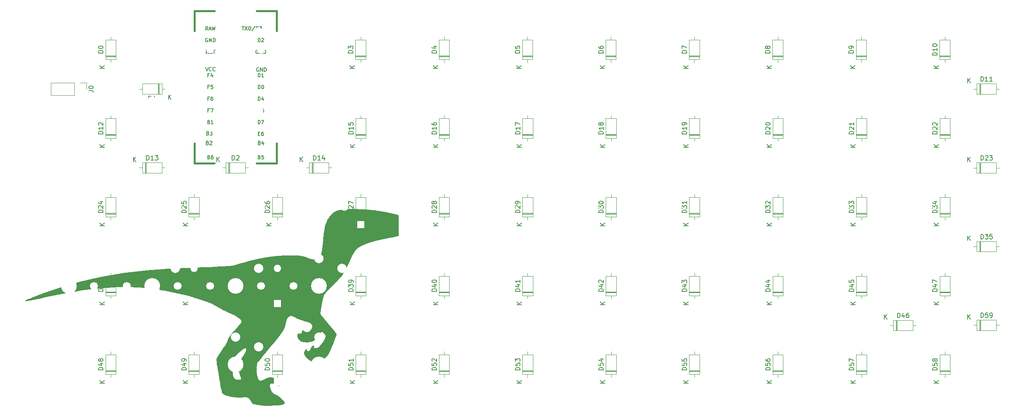
<source format=gto>
G04 #@! TF.GenerationSoftware,KiCad,Pcbnew,7.0.1*
G04 #@! TF.CreationDate,2023-04-06T14:22:37+02:00*
G04 #@! TF.ProjectId,velociraptor,76656c6f-6369-4726-9170-746f722e6b69,rev?*
G04 #@! TF.SameCoordinates,Original*
G04 #@! TF.FileFunction,Legend,Top*
G04 #@! TF.FilePolarity,Positive*
%FSLAX46Y46*%
G04 Gerber Fmt 4.6, Leading zero omitted, Abs format (unit mm)*
G04 Created by KiCad (PCBNEW 7.0.1) date 2023-04-06 14:22:37*
%MOMM*%
%LPD*%
G01*
G04 APERTURE LIST*
%ADD10C,0.150000*%
%ADD11C,0.120000*%
%ADD12C,0.381000*%
%ADD13R,1.752600X1.752600*%
%ADD14C,1.752600*%
%ADD15R,1.600000X1.600000*%
%ADD16O,1.600000X1.600000*%
%ADD17C,1.700000*%
%ADD18C,3.400000*%
%ADD19C,2.000000*%
%ADD20R,1.700000X1.700000*%
%ADD21O,1.700000X1.700000*%
%ADD22C,1.800000*%
G04 APERTURE END LIST*
D10*
X60268104Y-45812619D02*
X60268104Y-44812619D01*
X60268104Y-44812619D02*
X60506199Y-44812619D01*
X60506199Y-44812619D02*
X60649056Y-44860238D01*
X60649056Y-44860238D02*
X60744294Y-44955476D01*
X60744294Y-44955476D02*
X60791913Y-45050714D01*
X60791913Y-45050714D02*
X60839532Y-45241190D01*
X60839532Y-45241190D02*
X60839532Y-45384047D01*
X60839532Y-45384047D02*
X60791913Y-45574523D01*
X60791913Y-45574523D02*
X60744294Y-45669761D01*
X60744294Y-45669761D02*
X60649056Y-45765000D01*
X60649056Y-45765000D02*
X60506199Y-45812619D01*
X60506199Y-45812619D02*
X60268104Y-45812619D01*
X61791913Y-45812619D02*
X61220485Y-45812619D01*
X61506199Y-45812619D02*
X61506199Y-44812619D01*
X61506199Y-44812619D02*
X61410961Y-44955476D01*
X61410961Y-44955476D02*
X61315723Y-45050714D01*
X61315723Y-45050714D02*
X61220485Y-45098333D01*
X64554294Y-45492619D02*
X64554294Y-44492619D01*
X65125722Y-45492619D02*
X64697151Y-44921190D01*
X65125722Y-44492619D02*
X64554294Y-45064047D01*
X230867619Y-35914285D02*
X229867619Y-35914285D01*
X229867619Y-35914285D02*
X229867619Y-35676190D01*
X229867619Y-35676190D02*
X229915238Y-35533333D01*
X229915238Y-35533333D02*
X230010476Y-35438095D01*
X230010476Y-35438095D02*
X230105714Y-35390476D01*
X230105714Y-35390476D02*
X230296190Y-35342857D01*
X230296190Y-35342857D02*
X230439047Y-35342857D01*
X230439047Y-35342857D02*
X230629523Y-35390476D01*
X230629523Y-35390476D02*
X230724761Y-35438095D01*
X230724761Y-35438095D02*
X230820000Y-35533333D01*
X230820000Y-35533333D02*
X230867619Y-35676190D01*
X230867619Y-35676190D02*
X230867619Y-35914285D01*
X230867619Y-34390476D02*
X230867619Y-34961904D01*
X230867619Y-34676190D02*
X229867619Y-34676190D01*
X229867619Y-34676190D02*
X230010476Y-34771428D01*
X230010476Y-34771428D02*
X230105714Y-34866666D01*
X230105714Y-34866666D02*
X230153333Y-34961904D01*
X229867619Y-33771428D02*
X229867619Y-33676190D01*
X229867619Y-33676190D02*
X229915238Y-33580952D01*
X229915238Y-33580952D02*
X229962857Y-33533333D01*
X229962857Y-33533333D02*
X230058095Y-33485714D01*
X230058095Y-33485714D02*
X230248571Y-33438095D01*
X230248571Y-33438095D02*
X230486666Y-33438095D01*
X230486666Y-33438095D02*
X230677142Y-33485714D01*
X230677142Y-33485714D02*
X230772380Y-33533333D01*
X230772380Y-33533333D02*
X230820000Y-33580952D01*
X230820000Y-33580952D02*
X230867619Y-33676190D01*
X230867619Y-33676190D02*
X230867619Y-33771428D01*
X230867619Y-33771428D02*
X230820000Y-33866666D01*
X230820000Y-33866666D02*
X230772380Y-33914285D01*
X230772380Y-33914285D02*
X230677142Y-33961904D01*
X230677142Y-33961904D02*
X230486666Y-34009523D01*
X230486666Y-34009523D02*
X230248571Y-34009523D01*
X230248571Y-34009523D02*
X230058095Y-33961904D01*
X230058095Y-33961904D02*
X229962857Y-33914285D01*
X229962857Y-33914285D02*
X229915238Y-33866666D01*
X229915238Y-33866666D02*
X229867619Y-33771428D01*
X231187619Y-38771904D02*
X230187619Y-38771904D01*
X231187619Y-38200476D02*
X230616190Y-38629047D01*
X230187619Y-38200476D02*
X230759047Y-38771904D01*
X47269438Y-43583333D02*
X47983723Y-43583333D01*
X47983723Y-43583333D02*
X48126580Y-43630952D01*
X48126580Y-43630952D02*
X48221819Y-43726190D01*
X48221819Y-43726190D02*
X48269438Y-43869047D01*
X48269438Y-43869047D02*
X48269438Y-43964285D01*
X47269438Y-42916666D02*
X47269438Y-42821428D01*
X47269438Y-42821428D02*
X47317057Y-42726190D01*
X47317057Y-42726190D02*
X47364676Y-42678571D01*
X47364676Y-42678571D02*
X47459914Y-42630952D01*
X47459914Y-42630952D02*
X47650390Y-42583333D01*
X47650390Y-42583333D02*
X47888485Y-42583333D01*
X47888485Y-42583333D02*
X48078961Y-42630952D01*
X48078961Y-42630952D02*
X48174199Y-42678571D01*
X48174199Y-42678571D02*
X48221819Y-42726190D01*
X48221819Y-42726190D02*
X48269438Y-42821428D01*
X48269438Y-42821428D02*
X48269438Y-42916666D01*
X48269438Y-42916666D02*
X48221819Y-43011904D01*
X48221819Y-43011904D02*
X48174199Y-43059523D01*
X48174199Y-43059523D02*
X48078961Y-43107142D01*
X48078961Y-43107142D02*
X47888485Y-43154761D01*
X47888485Y-43154761D02*
X47650390Y-43154761D01*
X47650390Y-43154761D02*
X47459914Y-43107142D01*
X47459914Y-43107142D02*
X47364676Y-43059523D01*
X47364676Y-43059523D02*
X47317057Y-43011904D01*
X47317057Y-43011904D02*
X47269438Y-42916666D01*
X230892618Y-70039285D02*
X229892618Y-70039285D01*
X229892618Y-70039285D02*
X229892618Y-69801190D01*
X229892618Y-69801190D02*
X229940237Y-69658333D01*
X229940237Y-69658333D02*
X230035475Y-69563095D01*
X230035475Y-69563095D02*
X230130713Y-69515476D01*
X230130713Y-69515476D02*
X230321189Y-69467857D01*
X230321189Y-69467857D02*
X230464046Y-69467857D01*
X230464046Y-69467857D02*
X230654522Y-69515476D01*
X230654522Y-69515476D02*
X230749760Y-69563095D01*
X230749760Y-69563095D02*
X230844999Y-69658333D01*
X230844999Y-69658333D02*
X230892618Y-69801190D01*
X230892618Y-69801190D02*
X230892618Y-70039285D01*
X229892618Y-69134523D02*
X229892618Y-68515476D01*
X229892618Y-68515476D02*
X230273570Y-68848809D01*
X230273570Y-68848809D02*
X230273570Y-68705952D01*
X230273570Y-68705952D02*
X230321189Y-68610714D01*
X230321189Y-68610714D02*
X230368808Y-68563095D01*
X230368808Y-68563095D02*
X230464046Y-68515476D01*
X230464046Y-68515476D02*
X230702141Y-68515476D01*
X230702141Y-68515476D02*
X230797379Y-68563095D01*
X230797379Y-68563095D02*
X230844999Y-68610714D01*
X230844999Y-68610714D02*
X230892618Y-68705952D01*
X230892618Y-68705952D02*
X230892618Y-68991666D01*
X230892618Y-68991666D02*
X230844999Y-69086904D01*
X230844999Y-69086904D02*
X230797379Y-69134523D01*
X230225951Y-67658333D02*
X230892618Y-67658333D01*
X229844999Y-67896428D02*
X230559284Y-68134523D01*
X230559284Y-68134523D02*
X230559284Y-67515476D01*
X231212618Y-72896904D02*
X230212618Y-72896904D01*
X231212618Y-72325476D02*
X230641189Y-72754047D01*
X230212618Y-72325476D02*
X230784046Y-72896904D01*
X194742619Y-70039285D02*
X193742619Y-70039285D01*
X193742619Y-70039285D02*
X193742619Y-69801190D01*
X193742619Y-69801190D02*
X193790238Y-69658333D01*
X193790238Y-69658333D02*
X193885476Y-69563095D01*
X193885476Y-69563095D02*
X193980714Y-69515476D01*
X193980714Y-69515476D02*
X194171190Y-69467857D01*
X194171190Y-69467857D02*
X194314047Y-69467857D01*
X194314047Y-69467857D02*
X194504523Y-69515476D01*
X194504523Y-69515476D02*
X194599761Y-69563095D01*
X194599761Y-69563095D02*
X194695000Y-69658333D01*
X194695000Y-69658333D02*
X194742619Y-69801190D01*
X194742619Y-69801190D02*
X194742619Y-70039285D01*
X193742619Y-69134523D02*
X193742619Y-68515476D01*
X193742619Y-68515476D02*
X194123571Y-68848809D01*
X194123571Y-68848809D02*
X194123571Y-68705952D01*
X194123571Y-68705952D02*
X194171190Y-68610714D01*
X194171190Y-68610714D02*
X194218809Y-68563095D01*
X194218809Y-68563095D02*
X194314047Y-68515476D01*
X194314047Y-68515476D02*
X194552142Y-68515476D01*
X194552142Y-68515476D02*
X194647380Y-68563095D01*
X194647380Y-68563095D02*
X194695000Y-68610714D01*
X194695000Y-68610714D02*
X194742619Y-68705952D01*
X194742619Y-68705952D02*
X194742619Y-68991666D01*
X194742619Y-68991666D02*
X194695000Y-69086904D01*
X194695000Y-69086904D02*
X194647380Y-69134523D01*
X193837857Y-68134523D02*
X193790238Y-68086904D01*
X193790238Y-68086904D02*
X193742619Y-67991666D01*
X193742619Y-67991666D02*
X193742619Y-67753571D01*
X193742619Y-67753571D02*
X193790238Y-67658333D01*
X193790238Y-67658333D02*
X193837857Y-67610714D01*
X193837857Y-67610714D02*
X193933095Y-67563095D01*
X193933095Y-67563095D02*
X194028333Y-67563095D01*
X194028333Y-67563095D02*
X194171190Y-67610714D01*
X194171190Y-67610714D02*
X194742619Y-68182142D01*
X194742619Y-68182142D02*
X194742619Y-67563095D01*
X195062619Y-72896904D02*
X194062619Y-72896904D01*
X195062619Y-72325476D02*
X194491190Y-72754047D01*
X194062619Y-72325476D02*
X194634047Y-72896904D01*
X230892618Y-104164285D02*
X229892618Y-104164285D01*
X229892618Y-104164285D02*
X229892618Y-103926190D01*
X229892618Y-103926190D02*
X229940237Y-103783333D01*
X229940237Y-103783333D02*
X230035475Y-103688095D01*
X230035475Y-103688095D02*
X230130713Y-103640476D01*
X230130713Y-103640476D02*
X230321189Y-103592857D01*
X230321189Y-103592857D02*
X230464046Y-103592857D01*
X230464046Y-103592857D02*
X230654522Y-103640476D01*
X230654522Y-103640476D02*
X230749760Y-103688095D01*
X230749760Y-103688095D02*
X230844999Y-103783333D01*
X230844999Y-103783333D02*
X230892618Y-103926190D01*
X230892618Y-103926190D02*
X230892618Y-104164285D01*
X229892618Y-102688095D02*
X229892618Y-103164285D01*
X229892618Y-103164285D02*
X230368808Y-103211904D01*
X230368808Y-103211904D02*
X230321189Y-103164285D01*
X230321189Y-103164285D02*
X230273570Y-103069047D01*
X230273570Y-103069047D02*
X230273570Y-102830952D01*
X230273570Y-102830952D02*
X230321189Y-102735714D01*
X230321189Y-102735714D02*
X230368808Y-102688095D01*
X230368808Y-102688095D02*
X230464046Y-102640476D01*
X230464046Y-102640476D02*
X230702141Y-102640476D01*
X230702141Y-102640476D02*
X230797379Y-102688095D01*
X230797379Y-102688095D02*
X230844999Y-102735714D01*
X230844999Y-102735714D02*
X230892618Y-102830952D01*
X230892618Y-102830952D02*
X230892618Y-103069047D01*
X230892618Y-103069047D02*
X230844999Y-103164285D01*
X230844999Y-103164285D02*
X230797379Y-103211904D01*
X230321189Y-102069047D02*
X230273570Y-102164285D01*
X230273570Y-102164285D02*
X230225951Y-102211904D01*
X230225951Y-102211904D02*
X230130713Y-102259523D01*
X230130713Y-102259523D02*
X230083094Y-102259523D01*
X230083094Y-102259523D02*
X229987856Y-102211904D01*
X229987856Y-102211904D02*
X229940237Y-102164285D01*
X229940237Y-102164285D02*
X229892618Y-102069047D01*
X229892618Y-102069047D02*
X229892618Y-101878571D01*
X229892618Y-101878571D02*
X229940237Y-101783333D01*
X229940237Y-101783333D02*
X229987856Y-101735714D01*
X229987856Y-101735714D02*
X230083094Y-101688095D01*
X230083094Y-101688095D02*
X230130713Y-101688095D01*
X230130713Y-101688095D02*
X230225951Y-101735714D01*
X230225951Y-101735714D02*
X230273570Y-101783333D01*
X230273570Y-101783333D02*
X230321189Y-101878571D01*
X230321189Y-101878571D02*
X230321189Y-102069047D01*
X230321189Y-102069047D02*
X230368808Y-102164285D01*
X230368808Y-102164285D02*
X230416427Y-102211904D01*
X230416427Y-102211904D02*
X230511665Y-102259523D01*
X230511665Y-102259523D02*
X230702141Y-102259523D01*
X230702141Y-102259523D02*
X230797379Y-102211904D01*
X230797379Y-102211904D02*
X230844999Y-102164285D01*
X230844999Y-102164285D02*
X230892618Y-102069047D01*
X230892618Y-102069047D02*
X230892618Y-101878571D01*
X230892618Y-101878571D02*
X230844999Y-101783333D01*
X230844999Y-101783333D02*
X230797379Y-101735714D01*
X230797379Y-101735714D02*
X230702141Y-101688095D01*
X230702141Y-101688095D02*
X230511665Y-101688095D01*
X230511665Y-101688095D02*
X230416427Y-101735714D01*
X230416427Y-101735714D02*
X230368808Y-101783333D01*
X230368808Y-101783333D02*
X230321189Y-101878571D01*
X231212618Y-107021904D02*
X230212618Y-107021904D01*
X231212618Y-106450476D02*
X230641189Y-106879047D01*
X230212618Y-106450476D02*
X230784046Y-107021904D01*
X104511958Y-52976785D02*
X103511958Y-52976785D01*
X103511958Y-52976785D02*
X103511958Y-52738690D01*
X103511958Y-52738690D02*
X103559577Y-52595833D01*
X103559577Y-52595833D02*
X103654815Y-52500595D01*
X103654815Y-52500595D02*
X103750053Y-52452976D01*
X103750053Y-52452976D02*
X103940529Y-52405357D01*
X103940529Y-52405357D02*
X104083386Y-52405357D01*
X104083386Y-52405357D02*
X104273862Y-52452976D01*
X104273862Y-52452976D02*
X104369100Y-52500595D01*
X104369100Y-52500595D02*
X104464339Y-52595833D01*
X104464339Y-52595833D02*
X104511958Y-52738690D01*
X104511958Y-52738690D02*
X104511958Y-52976785D01*
X104511958Y-51452976D02*
X104511958Y-52024404D01*
X104511958Y-51738690D02*
X103511958Y-51738690D01*
X103511958Y-51738690D02*
X103654815Y-51833928D01*
X103654815Y-51833928D02*
X103750053Y-51929166D01*
X103750053Y-51929166D02*
X103797672Y-52024404D01*
X103511958Y-50548214D02*
X103511958Y-51024404D01*
X103511958Y-51024404D02*
X103988148Y-51072023D01*
X103988148Y-51072023D02*
X103940529Y-51024404D01*
X103940529Y-51024404D02*
X103892910Y-50929166D01*
X103892910Y-50929166D02*
X103892910Y-50691071D01*
X103892910Y-50691071D02*
X103940529Y-50595833D01*
X103940529Y-50595833D02*
X103988148Y-50548214D01*
X103988148Y-50548214D02*
X104083386Y-50500595D01*
X104083386Y-50500595D02*
X104321481Y-50500595D01*
X104321481Y-50500595D02*
X104416719Y-50548214D01*
X104416719Y-50548214D02*
X104464339Y-50595833D01*
X104464339Y-50595833D02*
X104511958Y-50691071D01*
X104511958Y-50691071D02*
X104511958Y-50929166D01*
X104511958Y-50929166D02*
X104464339Y-51024404D01*
X104464339Y-51024404D02*
X104416719Y-51072023D01*
X104831958Y-55834404D02*
X103831958Y-55834404D01*
X104831958Y-55262976D02*
X104260529Y-55691547D01*
X103831958Y-55262976D02*
X104403386Y-55834404D01*
X158642619Y-87101785D02*
X157642619Y-87101785D01*
X157642619Y-87101785D02*
X157642619Y-86863690D01*
X157642619Y-86863690D02*
X157690238Y-86720833D01*
X157690238Y-86720833D02*
X157785476Y-86625595D01*
X157785476Y-86625595D02*
X157880714Y-86577976D01*
X157880714Y-86577976D02*
X158071190Y-86530357D01*
X158071190Y-86530357D02*
X158214047Y-86530357D01*
X158214047Y-86530357D02*
X158404523Y-86577976D01*
X158404523Y-86577976D02*
X158499761Y-86625595D01*
X158499761Y-86625595D02*
X158595000Y-86720833D01*
X158595000Y-86720833D02*
X158642619Y-86863690D01*
X158642619Y-86863690D02*
X158642619Y-87101785D01*
X157975952Y-85673214D02*
X158642619Y-85673214D01*
X157595000Y-85911309D02*
X158309285Y-86149404D01*
X158309285Y-86149404D02*
X158309285Y-85530357D01*
X157737857Y-85197023D02*
X157690238Y-85149404D01*
X157690238Y-85149404D02*
X157642619Y-85054166D01*
X157642619Y-85054166D02*
X157642619Y-84816071D01*
X157642619Y-84816071D02*
X157690238Y-84720833D01*
X157690238Y-84720833D02*
X157737857Y-84673214D01*
X157737857Y-84673214D02*
X157833095Y-84625595D01*
X157833095Y-84625595D02*
X157928333Y-84625595D01*
X157928333Y-84625595D02*
X158071190Y-84673214D01*
X158071190Y-84673214D02*
X158642619Y-85244642D01*
X158642619Y-85244642D02*
X158642619Y-84625595D01*
X158962619Y-89959404D02*
X157962619Y-89959404D01*
X158962619Y-89387976D02*
X158391190Y-89816547D01*
X157962619Y-89387976D02*
X158534047Y-89959404D01*
X140592619Y-87101785D02*
X139592619Y-87101785D01*
X139592619Y-87101785D02*
X139592619Y-86863690D01*
X139592619Y-86863690D02*
X139640238Y-86720833D01*
X139640238Y-86720833D02*
X139735476Y-86625595D01*
X139735476Y-86625595D02*
X139830714Y-86577976D01*
X139830714Y-86577976D02*
X140021190Y-86530357D01*
X140021190Y-86530357D02*
X140164047Y-86530357D01*
X140164047Y-86530357D02*
X140354523Y-86577976D01*
X140354523Y-86577976D02*
X140449761Y-86625595D01*
X140449761Y-86625595D02*
X140545000Y-86720833D01*
X140545000Y-86720833D02*
X140592619Y-86863690D01*
X140592619Y-86863690D02*
X140592619Y-87101785D01*
X139925952Y-85673214D02*
X140592619Y-85673214D01*
X139545000Y-85911309D02*
X140259285Y-86149404D01*
X140259285Y-86149404D02*
X140259285Y-85530357D01*
X140592619Y-84625595D02*
X140592619Y-85197023D01*
X140592619Y-84911309D02*
X139592619Y-84911309D01*
X139592619Y-84911309D02*
X139735476Y-85006547D01*
X139735476Y-85006547D02*
X139830714Y-85101785D01*
X139830714Y-85101785D02*
X139878333Y-85197023D01*
X140912619Y-89959404D02*
X139912619Y-89959404D01*
X140912619Y-89387976D02*
X140341190Y-89816547D01*
X139912619Y-89387976D02*
X140484047Y-89959404D01*
X104467619Y-35438094D02*
X103467619Y-35438094D01*
X103467619Y-35438094D02*
X103467619Y-35199999D01*
X103467619Y-35199999D02*
X103515238Y-35057142D01*
X103515238Y-35057142D02*
X103610476Y-34961904D01*
X103610476Y-34961904D02*
X103705714Y-34914285D01*
X103705714Y-34914285D02*
X103896190Y-34866666D01*
X103896190Y-34866666D02*
X104039047Y-34866666D01*
X104039047Y-34866666D02*
X104229523Y-34914285D01*
X104229523Y-34914285D02*
X104324761Y-34961904D01*
X104324761Y-34961904D02*
X104420000Y-35057142D01*
X104420000Y-35057142D02*
X104467619Y-35199999D01*
X104467619Y-35199999D02*
X104467619Y-35438094D01*
X103467619Y-34533332D02*
X103467619Y-33914285D01*
X103467619Y-33914285D02*
X103848571Y-34247618D01*
X103848571Y-34247618D02*
X103848571Y-34104761D01*
X103848571Y-34104761D02*
X103896190Y-34009523D01*
X103896190Y-34009523D02*
X103943809Y-33961904D01*
X103943809Y-33961904D02*
X104039047Y-33914285D01*
X104039047Y-33914285D02*
X104277142Y-33914285D01*
X104277142Y-33914285D02*
X104372380Y-33961904D01*
X104372380Y-33961904D02*
X104420000Y-34009523D01*
X104420000Y-34009523D02*
X104467619Y-34104761D01*
X104467619Y-34104761D02*
X104467619Y-34390475D01*
X104467619Y-34390475D02*
X104420000Y-34485713D01*
X104420000Y-34485713D02*
X104372380Y-34533332D01*
X104787619Y-38771904D02*
X103787619Y-38771904D01*
X104787619Y-38200476D02*
X104216190Y-38629047D01*
X103787619Y-38200476D02*
X104359047Y-38771904D01*
X122542619Y-87101785D02*
X121542619Y-87101785D01*
X121542619Y-87101785D02*
X121542619Y-86863690D01*
X121542619Y-86863690D02*
X121590238Y-86720833D01*
X121590238Y-86720833D02*
X121685476Y-86625595D01*
X121685476Y-86625595D02*
X121780714Y-86577976D01*
X121780714Y-86577976D02*
X121971190Y-86530357D01*
X121971190Y-86530357D02*
X122114047Y-86530357D01*
X122114047Y-86530357D02*
X122304523Y-86577976D01*
X122304523Y-86577976D02*
X122399761Y-86625595D01*
X122399761Y-86625595D02*
X122495000Y-86720833D01*
X122495000Y-86720833D02*
X122542619Y-86863690D01*
X122542619Y-86863690D02*
X122542619Y-87101785D01*
X121875952Y-85673214D02*
X122542619Y-85673214D01*
X121495000Y-85911309D02*
X122209285Y-86149404D01*
X122209285Y-86149404D02*
X122209285Y-85530357D01*
X121542619Y-84958928D02*
X121542619Y-84863690D01*
X121542619Y-84863690D02*
X121590238Y-84768452D01*
X121590238Y-84768452D02*
X121637857Y-84720833D01*
X121637857Y-84720833D02*
X121733095Y-84673214D01*
X121733095Y-84673214D02*
X121923571Y-84625595D01*
X121923571Y-84625595D02*
X122161666Y-84625595D01*
X122161666Y-84625595D02*
X122352142Y-84673214D01*
X122352142Y-84673214D02*
X122447380Y-84720833D01*
X122447380Y-84720833D02*
X122495000Y-84768452D01*
X122495000Y-84768452D02*
X122542619Y-84863690D01*
X122542619Y-84863690D02*
X122542619Y-84958928D01*
X122542619Y-84958928D02*
X122495000Y-85054166D01*
X122495000Y-85054166D02*
X122447380Y-85101785D01*
X122447380Y-85101785D02*
X122352142Y-85149404D01*
X122352142Y-85149404D02*
X122161666Y-85197023D01*
X122161666Y-85197023D02*
X121923571Y-85197023D01*
X121923571Y-85197023D02*
X121733095Y-85149404D01*
X121733095Y-85149404D02*
X121637857Y-85101785D01*
X121637857Y-85101785D02*
X121590238Y-85054166D01*
X121590238Y-85054166D02*
X121542619Y-84958928D01*
X122862619Y-89959404D02*
X121862619Y-89959404D01*
X122862619Y-89387976D02*
X122291190Y-89816547D01*
X121862619Y-89387976D02*
X122434047Y-89959404D01*
X122542619Y-104164285D02*
X121542619Y-104164285D01*
X121542619Y-104164285D02*
X121542619Y-103926190D01*
X121542619Y-103926190D02*
X121590238Y-103783333D01*
X121590238Y-103783333D02*
X121685476Y-103688095D01*
X121685476Y-103688095D02*
X121780714Y-103640476D01*
X121780714Y-103640476D02*
X121971190Y-103592857D01*
X121971190Y-103592857D02*
X122114047Y-103592857D01*
X122114047Y-103592857D02*
X122304523Y-103640476D01*
X122304523Y-103640476D02*
X122399761Y-103688095D01*
X122399761Y-103688095D02*
X122495000Y-103783333D01*
X122495000Y-103783333D02*
X122542619Y-103926190D01*
X122542619Y-103926190D02*
X122542619Y-104164285D01*
X121542619Y-102688095D02*
X121542619Y-103164285D01*
X121542619Y-103164285D02*
X122018809Y-103211904D01*
X122018809Y-103211904D02*
X121971190Y-103164285D01*
X121971190Y-103164285D02*
X121923571Y-103069047D01*
X121923571Y-103069047D02*
X121923571Y-102830952D01*
X121923571Y-102830952D02*
X121971190Y-102735714D01*
X121971190Y-102735714D02*
X122018809Y-102688095D01*
X122018809Y-102688095D02*
X122114047Y-102640476D01*
X122114047Y-102640476D02*
X122352142Y-102640476D01*
X122352142Y-102640476D02*
X122447380Y-102688095D01*
X122447380Y-102688095D02*
X122495000Y-102735714D01*
X122495000Y-102735714D02*
X122542619Y-102830952D01*
X122542619Y-102830952D02*
X122542619Y-103069047D01*
X122542619Y-103069047D02*
X122495000Y-103164285D01*
X122495000Y-103164285D02*
X122447380Y-103211904D01*
X121637857Y-102259523D02*
X121590238Y-102211904D01*
X121590238Y-102211904D02*
X121542619Y-102116666D01*
X121542619Y-102116666D02*
X121542619Y-101878571D01*
X121542619Y-101878571D02*
X121590238Y-101783333D01*
X121590238Y-101783333D02*
X121637857Y-101735714D01*
X121637857Y-101735714D02*
X121733095Y-101688095D01*
X121733095Y-101688095D02*
X121828333Y-101688095D01*
X121828333Y-101688095D02*
X121971190Y-101735714D01*
X121971190Y-101735714D02*
X122542619Y-102307142D01*
X122542619Y-102307142D02*
X122542619Y-101688095D01*
X122862619Y-107021904D02*
X121862619Y-107021904D01*
X122862619Y-106450476D02*
X122291190Y-106879047D01*
X121862619Y-106450476D02*
X122434047Y-107021904D01*
X176692619Y-104164285D02*
X175692619Y-104164285D01*
X175692619Y-104164285D02*
X175692619Y-103926190D01*
X175692619Y-103926190D02*
X175740238Y-103783333D01*
X175740238Y-103783333D02*
X175835476Y-103688095D01*
X175835476Y-103688095D02*
X175930714Y-103640476D01*
X175930714Y-103640476D02*
X176121190Y-103592857D01*
X176121190Y-103592857D02*
X176264047Y-103592857D01*
X176264047Y-103592857D02*
X176454523Y-103640476D01*
X176454523Y-103640476D02*
X176549761Y-103688095D01*
X176549761Y-103688095D02*
X176645000Y-103783333D01*
X176645000Y-103783333D02*
X176692619Y-103926190D01*
X176692619Y-103926190D02*
X176692619Y-104164285D01*
X175692619Y-102688095D02*
X175692619Y-103164285D01*
X175692619Y-103164285D02*
X176168809Y-103211904D01*
X176168809Y-103211904D02*
X176121190Y-103164285D01*
X176121190Y-103164285D02*
X176073571Y-103069047D01*
X176073571Y-103069047D02*
X176073571Y-102830952D01*
X176073571Y-102830952D02*
X176121190Y-102735714D01*
X176121190Y-102735714D02*
X176168809Y-102688095D01*
X176168809Y-102688095D02*
X176264047Y-102640476D01*
X176264047Y-102640476D02*
X176502142Y-102640476D01*
X176502142Y-102640476D02*
X176597380Y-102688095D01*
X176597380Y-102688095D02*
X176645000Y-102735714D01*
X176645000Y-102735714D02*
X176692619Y-102830952D01*
X176692619Y-102830952D02*
X176692619Y-103069047D01*
X176692619Y-103069047D02*
X176645000Y-103164285D01*
X176645000Y-103164285D02*
X176597380Y-103211904D01*
X175692619Y-101735714D02*
X175692619Y-102211904D01*
X175692619Y-102211904D02*
X176168809Y-102259523D01*
X176168809Y-102259523D02*
X176121190Y-102211904D01*
X176121190Y-102211904D02*
X176073571Y-102116666D01*
X176073571Y-102116666D02*
X176073571Y-101878571D01*
X176073571Y-101878571D02*
X176121190Y-101783333D01*
X176121190Y-101783333D02*
X176168809Y-101735714D01*
X176168809Y-101735714D02*
X176264047Y-101688095D01*
X176264047Y-101688095D02*
X176502142Y-101688095D01*
X176502142Y-101688095D02*
X176597380Y-101735714D01*
X176597380Y-101735714D02*
X176645000Y-101783333D01*
X176645000Y-101783333D02*
X176692619Y-101878571D01*
X176692619Y-101878571D02*
X176692619Y-102116666D01*
X176692619Y-102116666D02*
X176645000Y-102211904D01*
X176645000Y-102211904D02*
X176597380Y-102259523D01*
X177012619Y-107021904D02*
X176012619Y-107021904D01*
X177012619Y-106450476D02*
X176441190Y-106879047D01*
X176012619Y-106450476D02*
X176584047Y-107021904D01*
X212767619Y-35438094D02*
X211767619Y-35438094D01*
X211767619Y-35438094D02*
X211767619Y-35199999D01*
X211767619Y-35199999D02*
X211815238Y-35057142D01*
X211815238Y-35057142D02*
X211910476Y-34961904D01*
X211910476Y-34961904D02*
X212005714Y-34914285D01*
X212005714Y-34914285D02*
X212196190Y-34866666D01*
X212196190Y-34866666D02*
X212339047Y-34866666D01*
X212339047Y-34866666D02*
X212529523Y-34914285D01*
X212529523Y-34914285D02*
X212624761Y-34961904D01*
X212624761Y-34961904D02*
X212720000Y-35057142D01*
X212720000Y-35057142D02*
X212767619Y-35199999D01*
X212767619Y-35199999D02*
X212767619Y-35438094D01*
X212767619Y-34390475D02*
X212767619Y-34199999D01*
X212767619Y-34199999D02*
X212720000Y-34104761D01*
X212720000Y-34104761D02*
X212672380Y-34057142D01*
X212672380Y-34057142D02*
X212529523Y-33961904D01*
X212529523Y-33961904D02*
X212339047Y-33914285D01*
X212339047Y-33914285D02*
X211958095Y-33914285D01*
X211958095Y-33914285D02*
X211862857Y-33961904D01*
X211862857Y-33961904D02*
X211815238Y-34009523D01*
X211815238Y-34009523D02*
X211767619Y-34104761D01*
X211767619Y-34104761D02*
X211767619Y-34295237D01*
X211767619Y-34295237D02*
X211815238Y-34390475D01*
X211815238Y-34390475D02*
X211862857Y-34438094D01*
X211862857Y-34438094D02*
X211958095Y-34485713D01*
X211958095Y-34485713D02*
X212196190Y-34485713D01*
X212196190Y-34485713D02*
X212291428Y-34438094D01*
X212291428Y-34438094D02*
X212339047Y-34390475D01*
X212339047Y-34390475D02*
X212386666Y-34295237D01*
X212386666Y-34295237D02*
X212386666Y-34104761D01*
X212386666Y-34104761D02*
X212339047Y-34009523D01*
X212339047Y-34009523D02*
X212291428Y-33961904D01*
X212291428Y-33961904D02*
X212196190Y-33914285D01*
X213087619Y-38771904D02*
X212087619Y-38771904D01*
X213087619Y-38200476D02*
X212516190Y-38629047D01*
X212087619Y-38200476D02*
X212659047Y-38771904D01*
X240335713Y-92767619D02*
X240335713Y-91767619D01*
X240335713Y-91767619D02*
X240573808Y-91767619D01*
X240573808Y-91767619D02*
X240716665Y-91815238D01*
X240716665Y-91815238D02*
X240811903Y-91910476D01*
X240811903Y-91910476D02*
X240859522Y-92005714D01*
X240859522Y-92005714D02*
X240907141Y-92196190D01*
X240907141Y-92196190D02*
X240907141Y-92339047D01*
X240907141Y-92339047D02*
X240859522Y-92529523D01*
X240859522Y-92529523D02*
X240811903Y-92624761D01*
X240811903Y-92624761D02*
X240716665Y-92720000D01*
X240716665Y-92720000D02*
X240573808Y-92767619D01*
X240573808Y-92767619D02*
X240335713Y-92767619D01*
X241811903Y-91767619D02*
X241335713Y-91767619D01*
X241335713Y-91767619D02*
X241288094Y-92243809D01*
X241288094Y-92243809D02*
X241335713Y-92196190D01*
X241335713Y-92196190D02*
X241430951Y-92148571D01*
X241430951Y-92148571D02*
X241669046Y-92148571D01*
X241669046Y-92148571D02*
X241764284Y-92196190D01*
X241764284Y-92196190D02*
X241811903Y-92243809D01*
X241811903Y-92243809D02*
X241859522Y-92339047D01*
X241859522Y-92339047D02*
X241859522Y-92577142D01*
X241859522Y-92577142D02*
X241811903Y-92672380D01*
X241811903Y-92672380D02*
X241764284Y-92720000D01*
X241764284Y-92720000D02*
X241669046Y-92767619D01*
X241669046Y-92767619D02*
X241430951Y-92767619D01*
X241430951Y-92767619D02*
X241335713Y-92720000D01*
X241335713Y-92720000D02*
X241288094Y-92672380D01*
X242335713Y-92767619D02*
X242526189Y-92767619D01*
X242526189Y-92767619D02*
X242621427Y-92720000D01*
X242621427Y-92720000D02*
X242669046Y-92672380D01*
X242669046Y-92672380D02*
X242764284Y-92529523D01*
X242764284Y-92529523D02*
X242811903Y-92339047D01*
X242811903Y-92339047D02*
X242811903Y-91958095D01*
X242811903Y-91958095D02*
X242764284Y-91862857D01*
X242764284Y-91862857D02*
X242716665Y-91815238D01*
X242716665Y-91815238D02*
X242621427Y-91767619D01*
X242621427Y-91767619D02*
X242430951Y-91767619D01*
X242430951Y-91767619D02*
X242335713Y-91815238D01*
X242335713Y-91815238D02*
X242288094Y-91862857D01*
X242288094Y-91862857D02*
X242240475Y-91958095D01*
X242240475Y-91958095D02*
X242240475Y-92196190D01*
X242240475Y-92196190D02*
X242288094Y-92291428D01*
X242288094Y-92291428D02*
X242335713Y-92339047D01*
X242335713Y-92339047D02*
X242430951Y-92386666D01*
X242430951Y-92386666D02*
X242621427Y-92386666D01*
X242621427Y-92386666D02*
X242716665Y-92339047D01*
X242716665Y-92339047D02*
X242764284Y-92291428D01*
X242764284Y-92291428D02*
X242811903Y-92196190D01*
X237478094Y-93087619D02*
X237478094Y-92087619D01*
X238049522Y-93087619D02*
X237620951Y-92516190D01*
X238049522Y-92087619D02*
X237478094Y-92659047D01*
X68403198Y-104164285D02*
X67403198Y-104164285D01*
X67403198Y-104164285D02*
X67403198Y-103926190D01*
X67403198Y-103926190D02*
X67450817Y-103783333D01*
X67450817Y-103783333D02*
X67546055Y-103688095D01*
X67546055Y-103688095D02*
X67641293Y-103640476D01*
X67641293Y-103640476D02*
X67831769Y-103592857D01*
X67831769Y-103592857D02*
X67974626Y-103592857D01*
X67974626Y-103592857D02*
X68165102Y-103640476D01*
X68165102Y-103640476D02*
X68260340Y-103688095D01*
X68260340Y-103688095D02*
X68355579Y-103783333D01*
X68355579Y-103783333D02*
X68403198Y-103926190D01*
X68403198Y-103926190D02*
X68403198Y-104164285D01*
X67736531Y-102735714D02*
X68403198Y-102735714D01*
X67355579Y-102973809D02*
X68069864Y-103211904D01*
X68069864Y-103211904D02*
X68069864Y-102592857D01*
X68403198Y-102164285D02*
X68403198Y-101973809D01*
X68403198Y-101973809D02*
X68355579Y-101878571D01*
X68355579Y-101878571D02*
X68307959Y-101830952D01*
X68307959Y-101830952D02*
X68165102Y-101735714D01*
X68165102Y-101735714D02*
X67974626Y-101688095D01*
X67974626Y-101688095D02*
X67593674Y-101688095D01*
X67593674Y-101688095D02*
X67498436Y-101735714D01*
X67498436Y-101735714D02*
X67450817Y-101783333D01*
X67450817Y-101783333D02*
X67403198Y-101878571D01*
X67403198Y-101878571D02*
X67403198Y-102069047D01*
X67403198Y-102069047D02*
X67450817Y-102164285D01*
X67450817Y-102164285D02*
X67498436Y-102211904D01*
X67498436Y-102211904D02*
X67593674Y-102259523D01*
X67593674Y-102259523D02*
X67831769Y-102259523D01*
X67831769Y-102259523D02*
X67927007Y-102211904D01*
X67927007Y-102211904D02*
X67974626Y-102164285D01*
X67974626Y-102164285D02*
X68022245Y-102069047D01*
X68022245Y-102069047D02*
X68022245Y-101878571D01*
X68022245Y-101878571D02*
X67974626Y-101783333D01*
X67974626Y-101783333D02*
X67927007Y-101735714D01*
X67927007Y-101735714D02*
X67831769Y-101688095D01*
X68723198Y-107021904D02*
X67723198Y-107021904D01*
X68723198Y-106450476D02*
X68151769Y-106879047D01*
X67723198Y-106450476D02*
X68294626Y-107021904D01*
X194742619Y-87101785D02*
X193742619Y-87101785D01*
X193742619Y-87101785D02*
X193742619Y-86863690D01*
X193742619Y-86863690D02*
X193790238Y-86720833D01*
X193790238Y-86720833D02*
X193885476Y-86625595D01*
X193885476Y-86625595D02*
X193980714Y-86577976D01*
X193980714Y-86577976D02*
X194171190Y-86530357D01*
X194171190Y-86530357D02*
X194314047Y-86530357D01*
X194314047Y-86530357D02*
X194504523Y-86577976D01*
X194504523Y-86577976D02*
X194599761Y-86625595D01*
X194599761Y-86625595D02*
X194695000Y-86720833D01*
X194695000Y-86720833D02*
X194742619Y-86863690D01*
X194742619Y-86863690D02*
X194742619Y-87101785D01*
X194075952Y-85673214D02*
X194742619Y-85673214D01*
X193695000Y-85911309D02*
X194409285Y-86149404D01*
X194409285Y-86149404D02*
X194409285Y-85530357D01*
X194075952Y-84720833D02*
X194742619Y-84720833D01*
X193695000Y-84958928D02*
X194409285Y-85197023D01*
X194409285Y-85197023D02*
X194409285Y-84577976D01*
X195062619Y-89959404D02*
X194062619Y-89959404D01*
X195062619Y-89387976D02*
X194491190Y-89816547D01*
X194062619Y-89387976D02*
X194634047Y-89959404D01*
X68403198Y-87101785D02*
X67403198Y-87101785D01*
X67403198Y-87101785D02*
X67403198Y-86863690D01*
X67403198Y-86863690D02*
X67450817Y-86720833D01*
X67450817Y-86720833D02*
X67546055Y-86625595D01*
X67546055Y-86625595D02*
X67641293Y-86577976D01*
X67641293Y-86577976D02*
X67831769Y-86530357D01*
X67831769Y-86530357D02*
X67974626Y-86530357D01*
X67974626Y-86530357D02*
X68165102Y-86577976D01*
X68165102Y-86577976D02*
X68260340Y-86625595D01*
X68260340Y-86625595D02*
X68355579Y-86720833D01*
X68355579Y-86720833D02*
X68403198Y-86863690D01*
X68403198Y-86863690D02*
X68403198Y-87101785D01*
X67403198Y-86197023D02*
X67403198Y-85577976D01*
X67403198Y-85577976D02*
X67784150Y-85911309D01*
X67784150Y-85911309D02*
X67784150Y-85768452D01*
X67784150Y-85768452D02*
X67831769Y-85673214D01*
X67831769Y-85673214D02*
X67879388Y-85625595D01*
X67879388Y-85625595D02*
X67974626Y-85577976D01*
X67974626Y-85577976D02*
X68212721Y-85577976D01*
X68212721Y-85577976D02*
X68307959Y-85625595D01*
X68307959Y-85625595D02*
X68355579Y-85673214D01*
X68355579Y-85673214D02*
X68403198Y-85768452D01*
X68403198Y-85768452D02*
X68403198Y-86054166D01*
X68403198Y-86054166D02*
X68355579Y-86149404D01*
X68355579Y-86149404D02*
X68307959Y-86197023D01*
X67403198Y-85244642D02*
X67403198Y-84577976D01*
X67403198Y-84577976D02*
X68403198Y-85006547D01*
X68723198Y-89959404D02*
X67723198Y-89959404D01*
X68723198Y-89387976D02*
X68151769Y-89816547D01*
X67723198Y-89387976D02*
X68294626Y-89959404D01*
X176692619Y-70039285D02*
X175692619Y-70039285D01*
X175692619Y-70039285D02*
X175692619Y-69801190D01*
X175692619Y-69801190D02*
X175740238Y-69658333D01*
X175740238Y-69658333D02*
X175835476Y-69563095D01*
X175835476Y-69563095D02*
X175930714Y-69515476D01*
X175930714Y-69515476D02*
X176121190Y-69467857D01*
X176121190Y-69467857D02*
X176264047Y-69467857D01*
X176264047Y-69467857D02*
X176454523Y-69515476D01*
X176454523Y-69515476D02*
X176549761Y-69563095D01*
X176549761Y-69563095D02*
X176645000Y-69658333D01*
X176645000Y-69658333D02*
X176692619Y-69801190D01*
X176692619Y-69801190D02*
X176692619Y-70039285D01*
X175692619Y-69134523D02*
X175692619Y-68515476D01*
X175692619Y-68515476D02*
X176073571Y-68848809D01*
X176073571Y-68848809D02*
X176073571Y-68705952D01*
X176073571Y-68705952D02*
X176121190Y-68610714D01*
X176121190Y-68610714D02*
X176168809Y-68563095D01*
X176168809Y-68563095D02*
X176264047Y-68515476D01*
X176264047Y-68515476D02*
X176502142Y-68515476D01*
X176502142Y-68515476D02*
X176597380Y-68563095D01*
X176597380Y-68563095D02*
X176645000Y-68610714D01*
X176645000Y-68610714D02*
X176692619Y-68705952D01*
X176692619Y-68705952D02*
X176692619Y-68991666D01*
X176692619Y-68991666D02*
X176645000Y-69086904D01*
X176645000Y-69086904D02*
X176597380Y-69134523D01*
X176692619Y-67563095D02*
X176692619Y-68134523D01*
X176692619Y-67848809D02*
X175692619Y-67848809D01*
X175692619Y-67848809D02*
X175835476Y-67944047D01*
X175835476Y-67944047D02*
X175930714Y-68039285D01*
X175930714Y-68039285D02*
X175978333Y-68134523D01*
X177012619Y-72896904D02*
X176012619Y-72896904D01*
X177012619Y-72325476D02*
X176441190Y-72754047D01*
X176012619Y-72325476D02*
X176584047Y-72896904D01*
X140567619Y-35438094D02*
X139567619Y-35438094D01*
X139567619Y-35438094D02*
X139567619Y-35199999D01*
X139567619Y-35199999D02*
X139615238Y-35057142D01*
X139615238Y-35057142D02*
X139710476Y-34961904D01*
X139710476Y-34961904D02*
X139805714Y-34914285D01*
X139805714Y-34914285D02*
X139996190Y-34866666D01*
X139996190Y-34866666D02*
X140139047Y-34866666D01*
X140139047Y-34866666D02*
X140329523Y-34914285D01*
X140329523Y-34914285D02*
X140424761Y-34961904D01*
X140424761Y-34961904D02*
X140520000Y-35057142D01*
X140520000Y-35057142D02*
X140567619Y-35199999D01*
X140567619Y-35199999D02*
X140567619Y-35438094D01*
X139567619Y-33961904D02*
X139567619Y-34438094D01*
X139567619Y-34438094D02*
X140043809Y-34485713D01*
X140043809Y-34485713D02*
X139996190Y-34438094D01*
X139996190Y-34438094D02*
X139948571Y-34342856D01*
X139948571Y-34342856D02*
X139948571Y-34104761D01*
X139948571Y-34104761D02*
X139996190Y-34009523D01*
X139996190Y-34009523D02*
X140043809Y-33961904D01*
X140043809Y-33961904D02*
X140139047Y-33914285D01*
X140139047Y-33914285D02*
X140377142Y-33914285D01*
X140377142Y-33914285D02*
X140472380Y-33961904D01*
X140472380Y-33961904D02*
X140520000Y-34009523D01*
X140520000Y-34009523D02*
X140567619Y-34104761D01*
X140567619Y-34104761D02*
X140567619Y-34342856D01*
X140567619Y-34342856D02*
X140520000Y-34438094D01*
X140520000Y-34438094D02*
X140472380Y-34485713D01*
X140887619Y-38771904D02*
X139887619Y-38771904D01*
X140887619Y-38200476D02*
X140316190Y-38629047D01*
X139887619Y-38200476D02*
X140459047Y-38771904D01*
X194717619Y-35438094D02*
X193717619Y-35438094D01*
X193717619Y-35438094D02*
X193717619Y-35199999D01*
X193717619Y-35199999D02*
X193765238Y-35057142D01*
X193765238Y-35057142D02*
X193860476Y-34961904D01*
X193860476Y-34961904D02*
X193955714Y-34914285D01*
X193955714Y-34914285D02*
X194146190Y-34866666D01*
X194146190Y-34866666D02*
X194289047Y-34866666D01*
X194289047Y-34866666D02*
X194479523Y-34914285D01*
X194479523Y-34914285D02*
X194574761Y-34961904D01*
X194574761Y-34961904D02*
X194670000Y-35057142D01*
X194670000Y-35057142D02*
X194717619Y-35199999D01*
X194717619Y-35199999D02*
X194717619Y-35438094D01*
X194146190Y-34295237D02*
X194098571Y-34390475D01*
X194098571Y-34390475D02*
X194050952Y-34438094D01*
X194050952Y-34438094D02*
X193955714Y-34485713D01*
X193955714Y-34485713D02*
X193908095Y-34485713D01*
X193908095Y-34485713D02*
X193812857Y-34438094D01*
X193812857Y-34438094D02*
X193765238Y-34390475D01*
X193765238Y-34390475D02*
X193717619Y-34295237D01*
X193717619Y-34295237D02*
X193717619Y-34104761D01*
X193717619Y-34104761D02*
X193765238Y-34009523D01*
X193765238Y-34009523D02*
X193812857Y-33961904D01*
X193812857Y-33961904D02*
X193908095Y-33914285D01*
X193908095Y-33914285D02*
X193955714Y-33914285D01*
X193955714Y-33914285D02*
X194050952Y-33961904D01*
X194050952Y-33961904D02*
X194098571Y-34009523D01*
X194098571Y-34009523D02*
X194146190Y-34104761D01*
X194146190Y-34104761D02*
X194146190Y-34295237D01*
X194146190Y-34295237D02*
X194193809Y-34390475D01*
X194193809Y-34390475D02*
X194241428Y-34438094D01*
X194241428Y-34438094D02*
X194336666Y-34485713D01*
X194336666Y-34485713D02*
X194527142Y-34485713D01*
X194527142Y-34485713D02*
X194622380Y-34438094D01*
X194622380Y-34438094D02*
X194670000Y-34390475D01*
X194670000Y-34390475D02*
X194717619Y-34295237D01*
X194717619Y-34295237D02*
X194717619Y-34104761D01*
X194717619Y-34104761D02*
X194670000Y-34009523D01*
X194670000Y-34009523D02*
X194622380Y-33961904D01*
X194622380Y-33961904D02*
X194527142Y-33914285D01*
X194527142Y-33914285D02*
X194336666Y-33914285D01*
X194336666Y-33914285D02*
X194241428Y-33961904D01*
X194241428Y-33961904D02*
X194193809Y-34009523D01*
X194193809Y-34009523D02*
X194146190Y-34104761D01*
X195037619Y-38771904D02*
X194037619Y-38771904D01*
X195037619Y-38200476D02*
X194466190Y-38629047D01*
X194037619Y-38200476D02*
X194609047Y-38771904D01*
X59791913Y-58642619D02*
X59791913Y-57642619D01*
X59791913Y-57642619D02*
X60030008Y-57642619D01*
X60030008Y-57642619D02*
X60172865Y-57690238D01*
X60172865Y-57690238D02*
X60268103Y-57785476D01*
X60268103Y-57785476D02*
X60315722Y-57880714D01*
X60315722Y-57880714D02*
X60363341Y-58071190D01*
X60363341Y-58071190D02*
X60363341Y-58214047D01*
X60363341Y-58214047D02*
X60315722Y-58404523D01*
X60315722Y-58404523D02*
X60268103Y-58499761D01*
X60268103Y-58499761D02*
X60172865Y-58595000D01*
X60172865Y-58595000D02*
X60030008Y-58642619D01*
X60030008Y-58642619D02*
X59791913Y-58642619D01*
X61315722Y-58642619D02*
X60744294Y-58642619D01*
X61030008Y-58642619D02*
X61030008Y-57642619D01*
X61030008Y-57642619D02*
X60934770Y-57785476D01*
X60934770Y-57785476D02*
X60839532Y-57880714D01*
X60839532Y-57880714D02*
X60744294Y-57928333D01*
X61649056Y-57642619D02*
X62268103Y-57642619D01*
X62268103Y-57642619D02*
X61934770Y-58023571D01*
X61934770Y-58023571D02*
X62077627Y-58023571D01*
X62077627Y-58023571D02*
X62172865Y-58071190D01*
X62172865Y-58071190D02*
X62220484Y-58118809D01*
X62220484Y-58118809D02*
X62268103Y-58214047D01*
X62268103Y-58214047D02*
X62268103Y-58452142D01*
X62268103Y-58452142D02*
X62220484Y-58547380D01*
X62220484Y-58547380D02*
X62172865Y-58595000D01*
X62172865Y-58595000D02*
X62077627Y-58642619D01*
X62077627Y-58642619D02*
X61791913Y-58642619D01*
X61791913Y-58642619D02*
X61696675Y-58595000D01*
X61696675Y-58595000D02*
X61649056Y-58547380D01*
X56934294Y-58962619D02*
X56934294Y-57962619D01*
X57505722Y-58962619D02*
X57077151Y-58391190D01*
X57505722Y-57962619D02*
X56934294Y-58534047D01*
X222281333Y-92817619D02*
X222281333Y-91817619D01*
X222281333Y-91817619D02*
X222519428Y-91817619D01*
X222519428Y-91817619D02*
X222662285Y-91865238D01*
X222662285Y-91865238D02*
X222757523Y-91960476D01*
X222757523Y-91960476D02*
X222805142Y-92055714D01*
X222805142Y-92055714D02*
X222852761Y-92246190D01*
X222852761Y-92246190D02*
X222852761Y-92389047D01*
X222852761Y-92389047D02*
X222805142Y-92579523D01*
X222805142Y-92579523D02*
X222757523Y-92674761D01*
X222757523Y-92674761D02*
X222662285Y-92770000D01*
X222662285Y-92770000D02*
X222519428Y-92817619D01*
X222519428Y-92817619D02*
X222281333Y-92817619D01*
X223709904Y-92150952D02*
X223709904Y-92817619D01*
X223471809Y-91770000D02*
X223233714Y-92484285D01*
X223233714Y-92484285D02*
X223852761Y-92484285D01*
X224662285Y-91817619D02*
X224471809Y-91817619D01*
X224471809Y-91817619D02*
X224376571Y-91865238D01*
X224376571Y-91865238D02*
X224328952Y-91912857D01*
X224328952Y-91912857D02*
X224233714Y-92055714D01*
X224233714Y-92055714D02*
X224186095Y-92246190D01*
X224186095Y-92246190D02*
X224186095Y-92627142D01*
X224186095Y-92627142D02*
X224233714Y-92722380D01*
X224233714Y-92722380D02*
X224281333Y-92770000D01*
X224281333Y-92770000D02*
X224376571Y-92817619D01*
X224376571Y-92817619D02*
X224567047Y-92817619D01*
X224567047Y-92817619D02*
X224662285Y-92770000D01*
X224662285Y-92770000D02*
X224709904Y-92722380D01*
X224709904Y-92722380D02*
X224757523Y-92627142D01*
X224757523Y-92627142D02*
X224757523Y-92389047D01*
X224757523Y-92389047D02*
X224709904Y-92293809D01*
X224709904Y-92293809D02*
X224662285Y-92246190D01*
X224662285Y-92246190D02*
X224567047Y-92198571D01*
X224567047Y-92198571D02*
X224376571Y-92198571D01*
X224376571Y-92198571D02*
X224281333Y-92246190D01*
X224281333Y-92246190D02*
X224233714Y-92293809D01*
X224233714Y-92293809D02*
X224186095Y-92389047D01*
X219423714Y-93137619D02*
X219423714Y-92137619D01*
X219995142Y-93137619D02*
X219566571Y-92566190D01*
X219995142Y-92137619D02*
X219423714Y-92709047D01*
X50392619Y-70039285D02*
X49392619Y-70039285D01*
X49392619Y-70039285D02*
X49392619Y-69801190D01*
X49392619Y-69801190D02*
X49440238Y-69658333D01*
X49440238Y-69658333D02*
X49535476Y-69563095D01*
X49535476Y-69563095D02*
X49630714Y-69515476D01*
X49630714Y-69515476D02*
X49821190Y-69467857D01*
X49821190Y-69467857D02*
X49964047Y-69467857D01*
X49964047Y-69467857D02*
X50154523Y-69515476D01*
X50154523Y-69515476D02*
X50249761Y-69563095D01*
X50249761Y-69563095D02*
X50345000Y-69658333D01*
X50345000Y-69658333D02*
X50392619Y-69801190D01*
X50392619Y-69801190D02*
X50392619Y-70039285D01*
X49487857Y-69086904D02*
X49440238Y-69039285D01*
X49440238Y-69039285D02*
X49392619Y-68944047D01*
X49392619Y-68944047D02*
X49392619Y-68705952D01*
X49392619Y-68705952D02*
X49440238Y-68610714D01*
X49440238Y-68610714D02*
X49487857Y-68563095D01*
X49487857Y-68563095D02*
X49583095Y-68515476D01*
X49583095Y-68515476D02*
X49678333Y-68515476D01*
X49678333Y-68515476D02*
X49821190Y-68563095D01*
X49821190Y-68563095D02*
X50392619Y-69134523D01*
X50392619Y-69134523D02*
X50392619Y-68515476D01*
X49725952Y-67658333D02*
X50392619Y-67658333D01*
X49345000Y-67896428D02*
X50059285Y-68134523D01*
X50059285Y-68134523D02*
X50059285Y-67515476D01*
X50712619Y-72896904D02*
X49712619Y-72896904D01*
X50712619Y-72325476D02*
X50141190Y-72754047D01*
X49712619Y-72325476D02*
X50284047Y-72896904D01*
X212842619Y-87101785D02*
X211842619Y-87101785D01*
X211842619Y-87101785D02*
X211842619Y-86863690D01*
X211842619Y-86863690D02*
X211890238Y-86720833D01*
X211890238Y-86720833D02*
X211985476Y-86625595D01*
X211985476Y-86625595D02*
X212080714Y-86577976D01*
X212080714Y-86577976D02*
X212271190Y-86530357D01*
X212271190Y-86530357D02*
X212414047Y-86530357D01*
X212414047Y-86530357D02*
X212604523Y-86577976D01*
X212604523Y-86577976D02*
X212699761Y-86625595D01*
X212699761Y-86625595D02*
X212795000Y-86720833D01*
X212795000Y-86720833D02*
X212842619Y-86863690D01*
X212842619Y-86863690D02*
X212842619Y-87101785D01*
X212175952Y-85673214D02*
X212842619Y-85673214D01*
X211795000Y-85911309D02*
X212509285Y-86149404D01*
X212509285Y-86149404D02*
X212509285Y-85530357D01*
X211842619Y-84673214D02*
X211842619Y-85149404D01*
X211842619Y-85149404D02*
X212318809Y-85197023D01*
X212318809Y-85197023D02*
X212271190Y-85149404D01*
X212271190Y-85149404D02*
X212223571Y-85054166D01*
X212223571Y-85054166D02*
X212223571Y-84816071D01*
X212223571Y-84816071D02*
X212271190Y-84720833D01*
X212271190Y-84720833D02*
X212318809Y-84673214D01*
X212318809Y-84673214D02*
X212414047Y-84625595D01*
X212414047Y-84625595D02*
X212652142Y-84625595D01*
X212652142Y-84625595D02*
X212747380Y-84673214D01*
X212747380Y-84673214D02*
X212795000Y-84720833D01*
X212795000Y-84720833D02*
X212842619Y-84816071D01*
X212842619Y-84816071D02*
X212842619Y-85054166D01*
X212842619Y-85054166D02*
X212795000Y-85149404D01*
X212795000Y-85149404D02*
X212747380Y-85197023D01*
X213162619Y-89959404D02*
X212162619Y-89959404D01*
X213162619Y-89387976D02*
X212591190Y-89816547D01*
X212162619Y-89387976D02*
X212734047Y-89959404D01*
X240335713Y-58667619D02*
X240335713Y-57667619D01*
X240335713Y-57667619D02*
X240573808Y-57667619D01*
X240573808Y-57667619D02*
X240716665Y-57715238D01*
X240716665Y-57715238D02*
X240811903Y-57810476D01*
X240811903Y-57810476D02*
X240859522Y-57905714D01*
X240859522Y-57905714D02*
X240907141Y-58096190D01*
X240907141Y-58096190D02*
X240907141Y-58239047D01*
X240907141Y-58239047D02*
X240859522Y-58429523D01*
X240859522Y-58429523D02*
X240811903Y-58524761D01*
X240811903Y-58524761D02*
X240716665Y-58620000D01*
X240716665Y-58620000D02*
X240573808Y-58667619D01*
X240573808Y-58667619D02*
X240335713Y-58667619D01*
X241288094Y-57762857D02*
X241335713Y-57715238D01*
X241335713Y-57715238D02*
X241430951Y-57667619D01*
X241430951Y-57667619D02*
X241669046Y-57667619D01*
X241669046Y-57667619D02*
X241764284Y-57715238D01*
X241764284Y-57715238D02*
X241811903Y-57762857D01*
X241811903Y-57762857D02*
X241859522Y-57858095D01*
X241859522Y-57858095D02*
X241859522Y-57953333D01*
X241859522Y-57953333D02*
X241811903Y-58096190D01*
X241811903Y-58096190D02*
X241240475Y-58667619D01*
X241240475Y-58667619D02*
X241859522Y-58667619D01*
X242192856Y-57667619D02*
X242811903Y-57667619D01*
X242811903Y-57667619D02*
X242478570Y-58048571D01*
X242478570Y-58048571D02*
X242621427Y-58048571D01*
X242621427Y-58048571D02*
X242716665Y-58096190D01*
X242716665Y-58096190D02*
X242764284Y-58143809D01*
X242764284Y-58143809D02*
X242811903Y-58239047D01*
X242811903Y-58239047D02*
X242811903Y-58477142D01*
X242811903Y-58477142D02*
X242764284Y-58572380D01*
X242764284Y-58572380D02*
X242716665Y-58620000D01*
X242716665Y-58620000D02*
X242621427Y-58667619D01*
X242621427Y-58667619D02*
X242335713Y-58667619D01*
X242335713Y-58667619D02*
X242240475Y-58620000D01*
X242240475Y-58620000D02*
X242192856Y-58572380D01*
X237478094Y-58987619D02*
X237478094Y-57987619D01*
X238049522Y-58987619D02*
X237620951Y-58416190D01*
X238049522Y-57987619D02*
X237478094Y-58559047D01*
X122536958Y-35438094D02*
X121536958Y-35438094D01*
X121536958Y-35438094D02*
X121536958Y-35199999D01*
X121536958Y-35199999D02*
X121584577Y-35057142D01*
X121584577Y-35057142D02*
X121679815Y-34961904D01*
X121679815Y-34961904D02*
X121775053Y-34914285D01*
X121775053Y-34914285D02*
X121965529Y-34866666D01*
X121965529Y-34866666D02*
X122108386Y-34866666D01*
X122108386Y-34866666D02*
X122298862Y-34914285D01*
X122298862Y-34914285D02*
X122394100Y-34961904D01*
X122394100Y-34961904D02*
X122489339Y-35057142D01*
X122489339Y-35057142D02*
X122536958Y-35199999D01*
X122536958Y-35199999D02*
X122536958Y-35438094D01*
X121870291Y-34009523D02*
X122536958Y-34009523D01*
X121489339Y-34247618D02*
X122203624Y-34485713D01*
X122203624Y-34485713D02*
X122203624Y-33866666D01*
X122856958Y-38771904D02*
X121856958Y-38771904D01*
X122856958Y-38200476D02*
X122285529Y-38629047D01*
X121856958Y-38200476D02*
X122428386Y-38771904D01*
X104511958Y-104164285D02*
X103511958Y-104164285D01*
X103511958Y-104164285D02*
X103511958Y-103926190D01*
X103511958Y-103926190D02*
X103559577Y-103783333D01*
X103559577Y-103783333D02*
X103654815Y-103688095D01*
X103654815Y-103688095D02*
X103750053Y-103640476D01*
X103750053Y-103640476D02*
X103940529Y-103592857D01*
X103940529Y-103592857D02*
X104083386Y-103592857D01*
X104083386Y-103592857D02*
X104273862Y-103640476D01*
X104273862Y-103640476D02*
X104369100Y-103688095D01*
X104369100Y-103688095D02*
X104464339Y-103783333D01*
X104464339Y-103783333D02*
X104511958Y-103926190D01*
X104511958Y-103926190D02*
X104511958Y-104164285D01*
X103511958Y-102688095D02*
X103511958Y-103164285D01*
X103511958Y-103164285D02*
X103988148Y-103211904D01*
X103988148Y-103211904D02*
X103940529Y-103164285D01*
X103940529Y-103164285D02*
X103892910Y-103069047D01*
X103892910Y-103069047D02*
X103892910Y-102830952D01*
X103892910Y-102830952D02*
X103940529Y-102735714D01*
X103940529Y-102735714D02*
X103988148Y-102688095D01*
X103988148Y-102688095D02*
X104083386Y-102640476D01*
X104083386Y-102640476D02*
X104321481Y-102640476D01*
X104321481Y-102640476D02*
X104416719Y-102688095D01*
X104416719Y-102688095D02*
X104464339Y-102735714D01*
X104464339Y-102735714D02*
X104511958Y-102830952D01*
X104511958Y-102830952D02*
X104511958Y-103069047D01*
X104511958Y-103069047D02*
X104464339Y-103164285D01*
X104464339Y-103164285D02*
X104416719Y-103211904D01*
X104511958Y-101688095D02*
X104511958Y-102259523D01*
X104511958Y-101973809D02*
X103511958Y-101973809D01*
X103511958Y-101973809D02*
X103654815Y-102069047D01*
X103654815Y-102069047D02*
X103750053Y-102164285D01*
X103750053Y-102164285D02*
X103797672Y-102259523D01*
X104831958Y-107021904D02*
X103831958Y-107021904D01*
X104831958Y-106450476D02*
X104260529Y-106879047D01*
X103831958Y-106450476D02*
X104403386Y-107021904D01*
X212842619Y-52976785D02*
X211842619Y-52976785D01*
X211842619Y-52976785D02*
X211842619Y-52738690D01*
X211842619Y-52738690D02*
X211890238Y-52595833D01*
X211890238Y-52595833D02*
X211985476Y-52500595D01*
X211985476Y-52500595D02*
X212080714Y-52452976D01*
X212080714Y-52452976D02*
X212271190Y-52405357D01*
X212271190Y-52405357D02*
X212414047Y-52405357D01*
X212414047Y-52405357D02*
X212604523Y-52452976D01*
X212604523Y-52452976D02*
X212699761Y-52500595D01*
X212699761Y-52500595D02*
X212795000Y-52595833D01*
X212795000Y-52595833D02*
X212842619Y-52738690D01*
X212842619Y-52738690D02*
X212842619Y-52976785D01*
X211937857Y-52024404D02*
X211890238Y-51976785D01*
X211890238Y-51976785D02*
X211842619Y-51881547D01*
X211842619Y-51881547D02*
X211842619Y-51643452D01*
X211842619Y-51643452D02*
X211890238Y-51548214D01*
X211890238Y-51548214D02*
X211937857Y-51500595D01*
X211937857Y-51500595D02*
X212033095Y-51452976D01*
X212033095Y-51452976D02*
X212128333Y-51452976D01*
X212128333Y-51452976D02*
X212271190Y-51500595D01*
X212271190Y-51500595D02*
X212842619Y-52072023D01*
X212842619Y-52072023D02*
X212842619Y-51452976D01*
X212842619Y-50500595D02*
X212842619Y-51072023D01*
X212842619Y-50786309D02*
X211842619Y-50786309D01*
X211842619Y-50786309D02*
X211985476Y-50881547D01*
X211985476Y-50881547D02*
X212080714Y-50976785D01*
X212080714Y-50976785D02*
X212128333Y-51072023D01*
X213162619Y-55834404D02*
X212162619Y-55834404D01*
X213162619Y-55262976D02*
X212591190Y-55691547D01*
X212162619Y-55262976D02*
X212734047Y-55834404D01*
X50392619Y-52976785D02*
X49392619Y-52976785D01*
X49392619Y-52976785D02*
X49392619Y-52738690D01*
X49392619Y-52738690D02*
X49440238Y-52595833D01*
X49440238Y-52595833D02*
X49535476Y-52500595D01*
X49535476Y-52500595D02*
X49630714Y-52452976D01*
X49630714Y-52452976D02*
X49821190Y-52405357D01*
X49821190Y-52405357D02*
X49964047Y-52405357D01*
X49964047Y-52405357D02*
X50154523Y-52452976D01*
X50154523Y-52452976D02*
X50249761Y-52500595D01*
X50249761Y-52500595D02*
X50345000Y-52595833D01*
X50345000Y-52595833D02*
X50392619Y-52738690D01*
X50392619Y-52738690D02*
X50392619Y-52976785D01*
X50392619Y-51452976D02*
X50392619Y-52024404D01*
X50392619Y-51738690D02*
X49392619Y-51738690D01*
X49392619Y-51738690D02*
X49535476Y-51833928D01*
X49535476Y-51833928D02*
X49630714Y-51929166D01*
X49630714Y-51929166D02*
X49678333Y-52024404D01*
X49487857Y-51072023D02*
X49440238Y-51024404D01*
X49440238Y-51024404D02*
X49392619Y-50929166D01*
X49392619Y-50929166D02*
X49392619Y-50691071D01*
X49392619Y-50691071D02*
X49440238Y-50595833D01*
X49440238Y-50595833D02*
X49487857Y-50548214D01*
X49487857Y-50548214D02*
X49583095Y-50500595D01*
X49583095Y-50500595D02*
X49678333Y-50500595D01*
X49678333Y-50500595D02*
X49821190Y-50548214D01*
X49821190Y-50548214D02*
X50392619Y-51119642D01*
X50392619Y-51119642D02*
X50392619Y-50500595D01*
X50712619Y-55834404D02*
X49712619Y-55834404D01*
X50712619Y-55262976D02*
X50141190Y-55691547D01*
X49712619Y-55262976D02*
X50284047Y-55834404D01*
X50392619Y-104164285D02*
X49392619Y-104164285D01*
X49392619Y-104164285D02*
X49392619Y-103926190D01*
X49392619Y-103926190D02*
X49440238Y-103783333D01*
X49440238Y-103783333D02*
X49535476Y-103688095D01*
X49535476Y-103688095D02*
X49630714Y-103640476D01*
X49630714Y-103640476D02*
X49821190Y-103592857D01*
X49821190Y-103592857D02*
X49964047Y-103592857D01*
X49964047Y-103592857D02*
X50154523Y-103640476D01*
X50154523Y-103640476D02*
X50249761Y-103688095D01*
X50249761Y-103688095D02*
X50345000Y-103783333D01*
X50345000Y-103783333D02*
X50392619Y-103926190D01*
X50392619Y-103926190D02*
X50392619Y-104164285D01*
X49725952Y-102735714D02*
X50392619Y-102735714D01*
X49345000Y-102973809D02*
X50059285Y-103211904D01*
X50059285Y-103211904D02*
X50059285Y-102592857D01*
X49821190Y-102069047D02*
X49773571Y-102164285D01*
X49773571Y-102164285D02*
X49725952Y-102211904D01*
X49725952Y-102211904D02*
X49630714Y-102259523D01*
X49630714Y-102259523D02*
X49583095Y-102259523D01*
X49583095Y-102259523D02*
X49487857Y-102211904D01*
X49487857Y-102211904D02*
X49440238Y-102164285D01*
X49440238Y-102164285D02*
X49392619Y-102069047D01*
X49392619Y-102069047D02*
X49392619Y-101878571D01*
X49392619Y-101878571D02*
X49440238Y-101783333D01*
X49440238Y-101783333D02*
X49487857Y-101735714D01*
X49487857Y-101735714D02*
X49583095Y-101688095D01*
X49583095Y-101688095D02*
X49630714Y-101688095D01*
X49630714Y-101688095D02*
X49725952Y-101735714D01*
X49725952Y-101735714D02*
X49773571Y-101783333D01*
X49773571Y-101783333D02*
X49821190Y-101878571D01*
X49821190Y-101878571D02*
X49821190Y-102069047D01*
X49821190Y-102069047D02*
X49868809Y-102164285D01*
X49868809Y-102164285D02*
X49916428Y-102211904D01*
X49916428Y-102211904D02*
X50011666Y-102259523D01*
X50011666Y-102259523D02*
X50202142Y-102259523D01*
X50202142Y-102259523D02*
X50297380Y-102211904D01*
X50297380Y-102211904D02*
X50345000Y-102164285D01*
X50345000Y-102164285D02*
X50392619Y-102069047D01*
X50392619Y-102069047D02*
X50392619Y-101878571D01*
X50392619Y-101878571D02*
X50345000Y-101783333D01*
X50345000Y-101783333D02*
X50297380Y-101735714D01*
X50297380Y-101735714D02*
X50202142Y-101688095D01*
X50202142Y-101688095D02*
X50011666Y-101688095D01*
X50011666Y-101688095D02*
X49916428Y-101735714D01*
X49916428Y-101735714D02*
X49868809Y-101783333D01*
X49868809Y-101783333D02*
X49821190Y-101878571D01*
X50712619Y-107021904D02*
X49712619Y-107021904D01*
X50712619Y-106450476D02*
X50141190Y-106879047D01*
X49712619Y-106450476D02*
X50284047Y-107021904D01*
X176692619Y-52976785D02*
X175692619Y-52976785D01*
X175692619Y-52976785D02*
X175692619Y-52738690D01*
X175692619Y-52738690D02*
X175740238Y-52595833D01*
X175740238Y-52595833D02*
X175835476Y-52500595D01*
X175835476Y-52500595D02*
X175930714Y-52452976D01*
X175930714Y-52452976D02*
X176121190Y-52405357D01*
X176121190Y-52405357D02*
X176264047Y-52405357D01*
X176264047Y-52405357D02*
X176454523Y-52452976D01*
X176454523Y-52452976D02*
X176549761Y-52500595D01*
X176549761Y-52500595D02*
X176645000Y-52595833D01*
X176645000Y-52595833D02*
X176692619Y-52738690D01*
X176692619Y-52738690D02*
X176692619Y-52976785D01*
X176692619Y-51452976D02*
X176692619Y-52024404D01*
X176692619Y-51738690D02*
X175692619Y-51738690D01*
X175692619Y-51738690D02*
X175835476Y-51833928D01*
X175835476Y-51833928D02*
X175930714Y-51929166D01*
X175930714Y-51929166D02*
X175978333Y-52024404D01*
X176692619Y-50976785D02*
X176692619Y-50786309D01*
X176692619Y-50786309D02*
X176645000Y-50691071D01*
X176645000Y-50691071D02*
X176597380Y-50643452D01*
X176597380Y-50643452D02*
X176454523Y-50548214D01*
X176454523Y-50548214D02*
X176264047Y-50500595D01*
X176264047Y-50500595D02*
X175883095Y-50500595D01*
X175883095Y-50500595D02*
X175787857Y-50548214D01*
X175787857Y-50548214D02*
X175740238Y-50595833D01*
X175740238Y-50595833D02*
X175692619Y-50691071D01*
X175692619Y-50691071D02*
X175692619Y-50881547D01*
X175692619Y-50881547D02*
X175740238Y-50976785D01*
X175740238Y-50976785D02*
X175787857Y-51024404D01*
X175787857Y-51024404D02*
X175883095Y-51072023D01*
X175883095Y-51072023D02*
X176121190Y-51072023D01*
X176121190Y-51072023D02*
X176216428Y-51024404D01*
X176216428Y-51024404D02*
X176264047Y-50976785D01*
X176264047Y-50976785D02*
X176311666Y-50881547D01*
X176311666Y-50881547D02*
X176311666Y-50691071D01*
X176311666Y-50691071D02*
X176264047Y-50595833D01*
X176264047Y-50595833D02*
X176216428Y-50548214D01*
X176216428Y-50548214D02*
X176121190Y-50500595D01*
X177012619Y-55834404D02*
X176012619Y-55834404D01*
X177012619Y-55262976D02*
X176441190Y-55691547D01*
X176012619Y-55262976D02*
X176584047Y-55834404D01*
X158642619Y-70039285D02*
X157642619Y-70039285D01*
X157642619Y-70039285D02*
X157642619Y-69801190D01*
X157642619Y-69801190D02*
X157690238Y-69658333D01*
X157690238Y-69658333D02*
X157785476Y-69563095D01*
X157785476Y-69563095D02*
X157880714Y-69515476D01*
X157880714Y-69515476D02*
X158071190Y-69467857D01*
X158071190Y-69467857D02*
X158214047Y-69467857D01*
X158214047Y-69467857D02*
X158404523Y-69515476D01*
X158404523Y-69515476D02*
X158499761Y-69563095D01*
X158499761Y-69563095D02*
X158595000Y-69658333D01*
X158595000Y-69658333D02*
X158642619Y-69801190D01*
X158642619Y-69801190D02*
X158642619Y-70039285D01*
X157642619Y-69134523D02*
X157642619Y-68515476D01*
X157642619Y-68515476D02*
X158023571Y-68848809D01*
X158023571Y-68848809D02*
X158023571Y-68705952D01*
X158023571Y-68705952D02*
X158071190Y-68610714D01*
X158071190Y-68610714D02*
X158118809Y-68563095D01*
X158118809Y-68563095D02*
X158214047Y-68515476D01*
X158214047Y-68515476D02*
X158452142Y-68515476D01*
X158452142Y-68515476D02*
X158547380Y-68563095D01*
X158547380Y-68563095D02*
X158595000Y-68610714D01*
X158595000Y-68610714D02*
X158642619Y-68705952D01*
X158642619Y-68705952D02*
X158642619Y-68991666D01*
X158642619Y-68991666D02*
X158595000Y-69086904D01*
X158595000Y-69086904D02*
X158547380Y-69134523D01*
X157642619Y-67896428D02*
X157642619Y-67801190D01*
X157642619Y-67801190D02*
X157690238Y-67705952D01*
X157690238Y-67705952D02*
X157737857Y-67658333D01*
X157737857Y-67658333D02*
X157833095Y-67610714D01*
X157833095Y-67610714D02*
X158023571Y-67563095D01*
X158023571Y-67563095D02*
X158261666Y-67563095D01*
X158261666Y-67563095D02*
X158452142Y-67610714D01*
X158452142Y-67610714D02*
X158547380Y-67658333D01*
X158547380Y-67658333D02*
X158595000Y-67705952D01*
X158595000Y-67705952D02*
X158642619Y-67801190D01*
X158642619Y-67801190D02*
X158642619Y-67896428D01*
X158642619Y-67896428D02*
X158595000Y-67991666D01*
X158595000Y-67991666D02*
X158547380Y-68039285D01*
X158547380Y-68039285D02*
X158452142Y-68086904D01*
X158452142Y-68086904D02*
X158261666Y-68134523D01*
X158261666Y-68134523D02*
X158023571Y-68134523D01*
X158023571Y-68134523D02*
X157833095Y-68086904D01*
X157833095Y-68086904D02*
X157737857Y-68039285D01*
X157737857Y-68039285D02*
X157690238Y-67991666D01*
X157690238Y-67991666D02*
X157642619Y-67896428D01*
X158962619Y-72896904D02*
X157962619Y-72896904D01*
X158962619Y-72325476D02*
X158391190Y-72754047D01*
X157962619Y-72325476D02*
X158534047Y-72896904D01*
X95900673Y-58642619D02*
X95900673Y-57642619D01*
X95900673Y-57642619D02*
X96138768Y-57642619D01*
X96138768Y-57642619D02*
X96281625Y-57690238D01*
X96281625Y-57690238D02*
X96376863Y-57785476D01*
X96376863Y-57785476D02*
X96424482Y-57880714D01*
X96424482Y-57880714D02*
X96472101Y-58071190D01*
X96472101Y-58071190D02*
X96472101Y-58214047D01*
X96472101Y-58214047D02*
X96424482Y-58404523D01*
X96424482Y-58404523D02*
X96376863Y-58499761D01*
X96376863Y-58499761D02*
X96281625Y-58595000D01*
X96281625Y-58595000D02*
X96138768Y-58642619D01*
X96138768Y-58642619D02*
X95900673Y-58642619D01*
X97424482Y-58642619D02*
X96853054Y-58642619D01*
X97138768Y-58642619D02*
X97138768Y-57642619D01*
X97138768Y-57642619D02*
X97043530Y-57785476D01*
X97043530Y-57785476D02*
X96948292Y-57880714D01*
X96948292Y-57880714D02*
X96853054Y-57928333D01*
X98281625Y-57975952D02*
X98281625Y-58642619D01*
X98043530Y-57595000D02*
X97805435Y-58309285D01*
X97805435Y-58309285D02*
X98424482Y-58309285D01*
X93043054Y-58962619D02*
X93043054Y-57962619D01*
X93614482Y-58962619D02*
X93185911Y-58391190D01*
X93614482Y-57962619D02*
X93043054Y-58534047D01*
X140592619Y-70039285D02*
X139592619Y-70039285D01*
X139592619Y-70039285D02*
X139592619Y-69801190D01*
X139592619Y-69801190D02*
X139640238Y-69658333D01*
X139640238Y-69658333D02*
X139735476Y-69563095D01*
X139735476Y-69563095D02*
X139830714Y-69515476D01*
X139830714Y-69515476D02*
X140021190Y-69467857D01*
X140021190Y-69467857D02*
X140164047Y-69467857D01*
X140164047Y-69467857D02*
X140354523Y-69515476D01*
X140354523Y-69515476D02*
X140449761Y-69563095D01*
X140449761Y-69563095D02*
X140545000Y-69658333D01*
X140545000Y-69658333D02*
X140592619Y-69801190D01*
X140592619Y-69801190D02*
X140592619Y-70039285D01*
X139687857Y-69086904D02*
X139640238Y-69039285D01*
X139640238Y-69039285D02*
X139592619Y-68944047D01*
X139592619Y-68944047D02*
X139592619Y-68705952D01*
X139592619Y-68705952D02*
X139640238Y-68610714D01*
X139640238Y-68610714D02*
X139687857Y-68563095D01*
X139687857Y-68563095D02*
X139783095Y-68515476D01*
X139783095Y-68515476D02*
X139878333Y-68515476D01*
X139878333Y-68515476D02*
X140021190Y-68563095D01*
X140021190Y-68563095D02*
X140592619Y-69134523D01*
X140592619Y-69134523D02*
X140592619Y-68515476D01*
X140592619Y-68039285D02*
X140592619Y-67848809D01*
X140592619Y-67848809D02*
X140545000Y-67753571D01*
X140545000Y-67753571D02*
X140497380Y-67705952D01*
X140497380Y-67705952D02*
X140354523Y-67610714D01*
X140354523Y-67610714D02*
X140164047Y-67563095D01*
X140164047Y-67563095D02*
X139783095Y-67563095D01*
X139783095Y-67563095D02*
X139687857Y-67610714D01*
X139687857Y-67610714D02*
X139640238Y-67658333D01*
X139640238Y-67658333D02*
X139592619Y-67753571D01*
X139592619Y-67753571D02*
X139592619Y-67944047D01*
X139592619Y-67944047D02*
X139640238Y-68039285D01*
X139640238Y-68039285D02*
X139687857Y-68086904D01*
X139687857Y-68086904D02*
X139783095Y-68134523D01*
X139783095Y-68134523D02*
X140021190Y-68134523D01*
X140021190Y-68134523D02*
X140116428Y-68086904D01*
X140116428Y-68086904D02*
X140164047Y-68039285D01*
X140164047Y-68039285D02*
X140211666Y-67944047D01*
X140211666Y-67944047D02*
X140211666Y-67753571D01*
X140211666Y-67753571D02*
X140164047Y-67658333D01*
X140164047Y-67658333D02*
X140116428Y-67610714D01*
X140116428Y-67610714D02*
X140021190Y-67563095D01*
X140912619Y-72896904D02*
X139912619Y-72896904D01*
X140912619Y-72325476D02*
X140341190Y-72754047D01*
X139912619Y-72325476D02*
X140484047Y-72896904D01*
X68403198Y-70039285D02*
X67403198Y-70039285D01*
X67403198Y-70039285D02*
X67403198Y-69801190D01*
X67403198Y-69801190D02*
X67450817Y-69658333D01*
X67450817Y-69658333D02*
X67546055Y-69563095D01*
X67546055Y-69563095D02*
X67641293Y-69515476D01*
X67641293Y-69515476D02*
X67831769Y-69467857D01*
X67831769Y-69467857D02*
X67974626Y-69467857D01*
X67974626Y-69467857D02*
X68165102Y-69515476D01*
X68165102Y-69515476D02*
X68260340Y-69563095D01*
X68260340Y-69563095D02*
X68355579Y-69658333D01*
X68355579Y-69658333D02*
X68403198Y-69801190D01*
X68403198Y-69801190D02*
X68403198Y-70039285D01*
X67498436Y-69086904D02*
X67450817Y-69039285D01*
X67450817Y-69039285D02*
X67403198Y-68944047D01*
X67403198Y-68944047D02*
X67403198Y-68705952D01*
X67403198Y-68705952D02*
X67450817Y-68610714D01*
X67450817Y-68610714D02*
X67498436Y-68563095D01*
X67498436Y-68563095D02*
X67593674Y-68515476D01*
X67593674Y-68515476D02*
X67688912Y-68515476D01*
X67688912Y-68515476D02*
X67831769Y-68563095D01*
X67831769Y-68563095D02*
X68403198Y-69134523D01*
X68403198Y-69134523D02*
X68403198Y-68515476D01*
X67403198Y-67610714D02*
X67403198Y-68086904D01*
X67403198Y-68086904D02*
X67879388Y-68134523D01*
X67879388Y-68134523D02*
X67831769Y-68086904D01*
X67831769Y-68086904D02*
X67784150Y-67991666D01*
X67784150Y-67991666D02*
X67784150Y-67753571D01*
X67784150Y-67753571D02*
X67831769Y-67658333D01*
X67831769Y-67658333D02*
X67879388Y-67610714D01*
X67879388Y-67610714D02*
X67974626Y-67563095D01*
X67974626Y-67563095D02*
X68212721Y-67563095D01*
X68212721Y-67563095D02*
X68307959Y-67610714D01*
X68307959Y-67610714D02*
X68355579Y-67658333D01*
X68355579Y-67658333D02*
X68403198Y-67753571D01*
X68403198Y-67753571D02*
X68403198Y-67991666D01*
X68403198Y-67991666D02*
X68355579Y-68086904D01*
X68355579Y-68086904D02*
X68307959Y-68134523D01*
X68723198Y-72896904D02*
X67723198Y-72896904D01*
X68723198Y-72325476D02*
X68151769Y-72754047D01*
X67723198Y-72325476D02*
X68294626Y-72896904D01*
X86442619Y-104164285D02*
X85442619Y-104164285D01*
X85442619Y-104164285D02*
X85442619Y-103926190D01*
X85442619Y-103926190D02*
X85490238Y-103783333D01*
X85490238Y-103783333D02*
X85585476Y-103688095D01*
X85585476Y-103688095D02*
X85680714Y-103640476D01*
X85680714Y-103640476D02*
X85871190Y-103592857D01*
X85871190Y-103592857D02*
X86014047Y-103592857D01*
X86014047Y-103592857D02*
X86204523Y-103640476D01*
X86204523Y-103640476D02*
X86299761Y-103688095D01*
X86299761Y-103688095D02*
X86395000Y-103783333D01*
X86395000Y-103783333D02*
X86442619Y-103926190D01*
X86442619Y-103926190D02*
X86442619Y-104164285D01*
X85442619Y-102688095D02*
X85442619Y-103164285D01*
X85442619Y-103164285D02*
X85918809Y-103211904D01*
X85918809Y-103211904D02*
X85871190Y-103164285D01*
X85871190Y-103164285D02*
X85823571Y-103069047D01*
X85823571Y-103069047D02*
X85823571Y-102830952D01*
X85823571Y-102830952D02*
X85871190Y-102735714D01*
X85871190Y-102735714D02*
X85918809Y-102688095D01*
X85918809Y-102688095D02*
X86014047Y-102640476D01*
X86014047Y-102640476D02*
X86252142Y-102640476D01*
X86252142Y-102640476D02*
X86347380Y-102688095D01*
X86347380Y-102688095D02*
X86395000Y-102735714D01*
X86395000Y-102735714D02*
X86442619Y-102830952D01*
X86442619Y-102830952D02*
X86442619Y-103069047D01*
X86442619Y-103069047D02*
X86395000Y-103164285D01*
X86395000Y-103164285D02*
X86347380Y-103211904D01*
X85442619Y-102021428D02*
X85442619Y-101926190D01*
X85442619Y-101926190D02*
X85490238Y-101830952D01*
X85490238Y-101830952D02*
X85537857Y-101783333D01*
X85537857Y-101783333D02*
X85633095Y-101735714D01*
X85633095Y-101735714D02*
X85823571Y-101688095D01*
X85823571Y-101688095D02*
X86061666Y-101688095D01*
X86061666Y-101688095D02*
X86252142Y-101735714D01*
X86252142Y-101735714D02*
X86347380Y-101783333D01*
X86347380Y-101783333D02*
X86395000Y-101830952D01*
X86395000Y-101830952D02*
X86442619Y-101926190D01*
X86442619Y-101926190D02*
X86442619Y-102021428D01*
X86442619Y-102021428D02*
X86395000Y-102116666D01*
X86395000Y-102116666D02*
X86347380Y-102164285D01*
X86347380Y-102164285D02*
X86252142Y-102211904D01*
X86252142Y-102211904D02*
X86061666Y-102259523D01*
X86061666Y-102259523D02*
X85823571Y-102259523D01*
X85823571Y-102259523D02*
X85633095Y-102211904D01*
X85633095Y-102211904D02*
X85537857Y-102164285D01*
X85537857Y-102164285D02*
X85490238Y-102116666D01*
X85490238Y-102116666D02*
X85442619Y-102021428D01*
X86762619Y-107021904D02*
X85762619Y-107021904D01*
X86762619Y-106450476D02*
X86191190Y-106879047D01*
X85762619Y-106450476D02*
X86334047Y-107021904D01*
X194742619Y-52976785D02*
X193742619Y-52976785D01*
X193742619Y-52976785D02*
X193742619Y-52738690D01*
X193742619Y-52738690D02*
X193790238Y-52595833D01*
X193790238Y-52595833D02*
X193885476Y-52500595D01*
X193885476Y-52500595D02*
X193980714Y-52452976D01*
X193980714Y-52452976D02*
X194171190Y-52405357D01*
X194171190Y-52405357D02*
X194314047Y-52405357D01*
X194314047Y-52405357D02*
X194504523Y-52452976D01*
X194504523Y-52452976D02*
X194599761Y-52500595D01*
X194599761Y-52500595D02*
X194695000Y-52595833D01*
X194695000Y-52595833D02*
X194742619Y-52738690D01*
X194742619Y-52738690D02*
X194742619Y-52976785D01*
X193837857Y-52024404D02*
X193790238Y-51976785D01*
X193790238Y-51976785D02*
X193742619Y-51881547D01*
X193742619Y-51881547D02*
X193742619Y-51643452D01*
X193742619Y-51643452D02*
X193790238Y-51548214D01*
X193790238Y-51548214D02*
X193837857Y-51500595D01*
X193837857Y-51500595D02*
X193933095Y-51452976D01*
X193933095Y-51452976D02*
X194028333Y-51452976D01*
X194028333Y-51452976D02*
X194171190Y-51500595D01*
X194171190Y-51500595D02*
X194742619Y-52072023D01*
X194742619Y-52072023D02*
X194742619Y-51452976D01*
X193742619Y-50833928D02*
X193742619Y-50738690D01*
X193742619Y-50738690D02*
X193790238Y-50643452D01*
X193790238Y-50643452D02*
X193837857Y-50595833D01*
X193837857Y-50595833D02*
X193933095Y-50548214D01*
X193933095Y-50548214D02*
X194123571Y-50500595D01*
X194123571Y-50500595D02*
X194361666Y-50500595D01*
X194361666Y-50500595D02*
X194552142Y-50548214D01*
X194552142Y-50548214D02*
X194647380Y-50595833D01*
X194647380Y-50595833D02*
X194695000Y-50643452D01*
X194695000Y-50643452D02*
X194742619Y-50738690D01*
X194742619Y-50738690D02*
X194742619Y-50833928D01*
X194742619Y-50833928D02*
X194695000Y-50929166D01*
X194695000Y-50929166D02*
X194647380Y-50976785D01*
X194647380Y-50976785D02*
X194552142Y-51024404D01*
X194552142Y-51024404D02*
X194361666Y-51072023D01*
X194361666Y-51072023D02*
X194123571Y-51072023D01*
X194123571Y-51072023D02*
X193933095Y-51024404D01*
X193933095Y-51024404D02*
X193837857Y-50976785D01*
X193837857Y-50976785D02*
X193790238Y-50929166D01*
X193790238Y-50929166D02*
X193742619Y-50833928D01*
X195062619Y-55834404D02*
X194062619Y-55834404D01*
X195062619Y-55262976D02*
X194491190Y-55691547D01*
X194062619Y-55262976D02*
X194634047Y-55834404D01*
X140592619Y-104164285D02*
X139592619Y-104164285D01*
X139592619Y-104164285D02*
X139592619Y-103926190D01*
X139592619Y-103926190D02*
X139640238Y-103783333D01*
X139640238Y-103783333D02*
X139735476Y-103688095D01*
X139735476Y-103688095D02*
X139830714Y-103640476D01*
X139830714Y-103640476D02*
X140021190Y-103592857D01*
X140021190Y-103592857D02*
X140164047Y-103592857D01*
X140164047Y-103592857D02*
X140354523Y-103640476D01*
X140354523Y-103640476D02*
X140449761Y-103688095D01*
X140449761Y-103688095D02*
X140545000Y-103783333D01*
X140545000Y-103783333D02*
X140592619Y-103926190D01*
X140592619Y-103926190D02*
X140592619Y-104164285D01*
X139592619Y-102688095D02*
X139592619Y-103164285D01*
X139592619Y-103164285D02*
X140068809Y-103211904D01*
X140068809Y-103211904D02*
X140021190Y-103164285D01*
X140021190Y-103164285D02*
X139973571Y-103069047D01*
X139973571Y-103069047D02*
X139973571Y-102830952D01*
X139973571Y-102830952D02*
X140021190Y-102735714D01*
X140021190Y-102735714D02*
X140068809Y-102688095D01*
X140068809Y-102688095D02*
X140164047Y-102640476D01*
X140164047Y-102640476D02*
X140402142Y-102640476D01*
X140402142Y-102640476D02*
X140497380Y-102688095D01*
X140497380Y-102688095D02*
X140545000Y-102735714D01*
X140545000Y-102735714D02*
X140592619Y-102830952D01*
X140592619Y-102830952D02*
X140592619Y-103069047D01*
X140592619Y-103069047D02*
X140545000Y-103164285D01*
X140545000Y-103164285D02*
X140497380Y-103211904D01*
X139592619Y-102307142D02*
X139592619Y-101688095D01*
X139592619Y-101688095D02*
X139973571Y-102021428D01*
X139973571Y-102021428D02*
X139973571Y-101878571D01*
X139973571Y-101878571D02*
X140021190Y-101783333D01*
X140021190Y-101783333D02*
X140068809Y-101735714D01*
X140068809Y-101735714D02*
X140164047Y-101688095D01*
X140164047Y-101688095D02*
X140402142Y-101688095D01*
X140402142Y-101688095D02*
X140497380Y-101735714D01*
X140497380Y-101735714D02*
X140545000Y-101783333D01*
X140545000Y-101783333D02*
X140592619Y-101878571D01*
X140592619Y-101878571D02*
X140592619Y-102164285D01*
X140592619Y-102164285D02*
X140545000Y-102259523D01*
X140545000Y-102259523D02*
X140497380Y-102307142D01*
X140912619Y-107021904D02*
X139912619Y-107021904D01*
X140912619Y-106450476D02*
X140341190Y-106879047D01*
X139912619Y-106450476D02*
X140484047Y-107021904D01*
X78322484Y-58642619D02*
X78322484Y-57642619D01*
X78322484Y-57642619D02*
X78560579Y-57642619D01*
X78560579Y-57642619D02*
X78703436Y-57690238D01*
X78703436Y-57690238D02*
X78798674Y-57785476D01*
X78798674Y-57785476D02*
X78846293Y-57880714D01*
X78846293Y-57880714D02*
X78893912Y-58071190D01*
X78893912Y-58071190D02*
X78893912Y-58214047D01*
X78893912Y-58214047D02*
X78846293Y-58404523D01*
X78846293Y-58404523D02*
X78798674Y-58499761D01*
X78798674Y-58499761D02*
X78703436Y-58595000D01*
X78703436Y-58595000D02*
X78560579Y-58642619D01*
X78560579Y-58642619D02*
X78322484Y-58642619D01*
X79274865Y-57737857D02*
X79322484Y-57690238D01*
X79322484Y-57690238D02*
X79417722Y-57642619D01*
X79417722Y-57642619D02*
X79655817Y-57642619D01*
X79655817Y-57642619D02*
X79751055Y-57690238D01*
X79751055Y-57690238D02*
X79798674Y-57737857D01*
X79798674Y-57737857D02*
X79846293Y-57833095D01*
X79846293Y-57833095D02*
X79846293Y-57928333D01*
X79846293Y-57928333D02*
X79798674Y-58071190D01*
X79798674Y-58071190D02*
X79227246Y-58642619D01*
X79227246Y-58642619D02*
X79846293Y-58642619D01*
X74988674Y-58962619D02*
X74988674Y-57962619D01*
X75560102Y-58962619D02*
X75131531Y-58391190D01*
X75560102Y-57962619D02*
X74988674Y-58534047D01*
X50392619Y-87101785D02*
X49392619Y-87101785D01*
X49392619Y-87101785D02*
X49392619Y-86863690D01*
X49392619Y-86863690D02*
X49440238Y-86720833D01*
X49440238Y-86720833D02*
X49535476Y-86625595D01*
X49535476Y-86625595D02*
X49630714Y-86577976D01*
X49630714Y-86577976D02*
X49821190Y-86530357D01*
X49821190Y-86530357D02*
X49964047Y-86530357D01*
X49964047Y-86530357D02*
X50154523Y-86577976D01*
X50154523Y-86577976D02*
X50249761Y-86625595D01*
X50249761Y-86625595D02*
X50345000Y-86720833D01*
X50345000Y-86720833D02*
X50392619Y-86863690D01*
X50392619Y-86863690D02*
X50392619Y-87101785D01*
X49392619Y-86197023D02*
X49392619Y-85577976D01*
X49392619Y-85577976D02*
X49773571Y-85911309D01*
X49773571Y-85911309D02*
X49773571Y-85768452D01*
X49773571Y-85768452D02*
X49821190Y-85673214D01*
X49821190Y-85673214D02*
X49868809Y-85625595D01*
X49868809Y-85625595D02*
X49964047Y-85577976D01*
X49964047Y-85577976D02*
X50202142Y-85577976D01*
X50202142Y-85577976D02*
X50297380Y-85625595D01*
X50297380Y-85625595D02*
X50345000Y-85673214D01*
X50345000Y-85673214D02*
X50392619Y-85768452D01*
X50392619Y-85768452D02*
X50392619Y-86054166D01*
X50392619Y-86054166D02*
X50345000Y-86149404D01*
X50345000Y-86149404D02*
X50297380Y-86197023D01*
X49392619Y-84720833D02*
X49392619Y-84911309D01*
X49392619Y-84911309D02*
X49440238Y-85006547D01*
X49440238Y-85006547D02*
X49487857Y-85054166D01*
X49487857Y-85054166D02*
X49630714Y-85149404D01*
X49630714Y-85149404D02*
X49821190Y-85197023D01*
X49821190Y-85197023D02*
X50202142Y-85197023D01*
X50202142Y-85197023D02*
X50297380Y-85149404D01*
X50297380Y-85149404D02*
X50345000Y-85101785D01*
X50345000Y-85101785D02*
X50392619Y-85006547D01*
X50392619Y-85006547D02*
X50392619Y-84816071D01*
X50392619Y-84816071D02*
X50345000Y-84720833D01*
X50345000Y-84720833D02*
X50297380Y-84673214D01*
X50297380Y-84673214D02*
X50202142Y-84625595D01*
X50202142Y-84625595D02*
X49964047Y-84625595D01*
X49964047Y-84625595D02*
X49868809Y-84673214D01*
X49868809Y-84673214D02*
X49821190Y-84720833D01*
X49821190Y-84720833D02*
X49773571Y-84816071D01*
X49773571Y-84816071D02*
X49773571Y-85006547D01*
X49773571Y-85006547D02*
X49821190Y-85101785D01*
X49821190Y-85101785D02*
X49868809Y-85149404D01*
X49868809Y-85149404D02*
X49964047Y-85197023D01*
X50712619Y-89959404D02*
X49712619Y-89959404D01*
X50712619Y-89387976D02*
X50141190Y-89816547D01*
X49712619Y-89387976D02*
X50284047Y-89959404D01*
X176667619Y-35438094D02*
X175667619Y-35438094D01*
X175667619Y-35438094D02*
X175667619Y-35199999D01*
X175667619Y-35199999D02*
X175715238Y-35057142D01*
X175715238Y-35057142D02*
X175810476Y-34961904D01*
X175810476Y-34961904D02*
X175905714Y-34914285D01*
X175905714Y-34914285D02*
X176096190Y-34866666D01*
X176096190Y-34866666D02*
X176239047Y-34866666D01*
X176239047Y-34866666D02*
X176429523Y-34914285D01*
X176429523Y-34914285D02*
X176524761Y-34961904D01*
X176524761Y-34961904D02*
X176620000Y-35057142D01*
X176620000Y-35057142D02*
X176667619Y-35199999D01*
X176667619Y-35199999D02*
X176667619Y-35438094D01*
X175667619Y-34533332D02*
X175667619Y-33866666D01*
X175667619Y-33866666D02*
X176667619Y-34295237D01*
X176987619Y-38771904D02*
X175987619Y-38771904D01*
X176987619Y-38200476D02*
X176416190Y-38629047D01*
X175987619Y-38200476D02*
X176559047Y-38771904D01*
X122542619Y-70039285D02*
X121542619Y-70039285D01*
X121542619Y-70039285D02*
X121542619Y-69801190D01*
X121542619Y-69801190D02*
X121590238Y-69658333D01*
X121590238Y-69658333D02*
X121685476Y-69563095D01*
X121685476Y-69563095D02*
X121780714Y-69515476D01*
X121780714Y-69515476D02*
X121971190Y-69467857D01*
X121971190Y-69467857D02*
X122114047Y-69467857D01*
X122114047Y-69467857D02*
X122304523Y-69515476D01*
X122304523Y-69515476D02*
X122399761Y-69563095D01*
X122399761Y-69563095D02*
X122495000Y-69658333D01*
X122495000Y-69658333D02*
X122542619Y-69801190D01*
X122542619Y-69801190D02*
X122542619Y-70039285D01*
X121637857Y-69086904D02*
X121590238Y-69039285D01*
X121590238Y-69039285D02*
X121542619Y-68944047D01*
X121542619Y-68944047D02*
X121542619Y-68705952D01*
X121542619Y-68705952D02*
X121590238Y-68610714D01*
X121590238Y-68610714D02*
X121637857Y-68563095D01*
X121637857Y-68563095D02*
X121733095Y-68515476D01*
X121733095Y-68515476D02*
X121828333Y-68515476D01*
X121828333Y-68515476D02*
X121971190Y-68563095D01*
X121971190Y-68563095D02*
X122542619Y-69134523D01*
X122542619Y-69134523D02*
X122542619Y-68515476D01*
X121971190Y-67944047D02*
X121923571Y-68039285D01*
X121923571Y-68039285D02*
X121875952Y-68086904D01*
X121875952Y-68086904D02*
X121780714Y-68134523D01*
X121780714Y-68134523D02*
X121733095Y-68134523D01*
X121733095Y-68134523D02*
X121637857Y-68086904D01*
X121637857Y-68086904D02*
X121590238Y-68039285D01*
X121590238Y-68039285D02*
X121542619Y-67944047D01*
X121542619Y-67944047D02*
X121542619Y-67753571D01*
X121542619Y-67753571D02*
X121590238Y-67658333D01*
X121590238Y-67658333D02*
X121637857Y-67610714D01*
X121637857Y-67610714D02*
X121733095Y-67563095D01*
X121733095Y-67563095D02*
X121780714Y-67563095D01*
X121780714Y-67563095D02*
X121875952Y-67610714D01*
X121875952Y-67610714D02*
X121923571Y-67658333D01*
X121923571Y-67658333D02*
X121971190Y-67753571D01*
X121971190Y-67753571D02*
X121971190Y-67944047D01*
X121971190Y-67944047D02*
X122018809Y-68039285D01*
X122018809Y-68039285D02*
X122066428Y-68086904D01*
X122066428Y-68086904D02*
X122161666Y-68134523D01*
X122161666Y-68134523D02*
X122352142Y-68134523D01*
X122352142Y-68134523D02*
X122447380Y-68086904D01*
X122447380Y-68086904D02*
X122495000Y-68039285D01*
X122495000Y-68039285D02*
X122542619Y-67944047D01*
X122542619Y-67944047D02*
X122542619Y-67753571D01*
X122542619Y-67753571D02*
X122495000Y-67658333D01*
X122495000Y-67658333D02*
X122447380Y-67610714D01*
X122447380Y-67610714D02*
X122352142Y-67563095D01*
X122352142Y-67563095D02*
X122161666Y-67563095D01*
X122161666Y-67563095D02*
X122066428Y-67610714D01*
X122066428Y-67610714D02*
X122018809Y-67658333D01*
X122018809Y-67658333D02*
X121971190Y-67753571D01*
X122862619Y-72896904D02*
X121862619Y-72896904D01*
X122862619Y-72325476D02*
X122291190Y-72754047D01*
X121862619Y-72325476D02*
X122434047Y-72896904D01*
X122542619Y-52976785D02*
X121542619Y-52976785D01*
X121542619Y-52976785D02*
X121542619Y-52738690D01*
X121542619Y-52738690D02*
X121590238Y-52595833D01*
X121590238Y-52595833D02*
X121685476Y-52500595D01*
X121685476Y-52500595D02*
X121780714Y-52452976D01*
X121780714Y-52452976D02*
X121971190Y-52405357D01*
X121971190Y-52405357D02*
X122114047Y-52405357D01*
X122114047Y-52405357D02*
X122304523Y-52452976D01*
X122304523Y-52452976D02*
X122399761Y-52500595D01*
X122399761Y-52500595D02*
X122495000Y-52595833D01*
X122495000Y-52595833D02*
X122542619Y-52738690D01*
X122542619Y-52738690D02*
X122542619Y-52976785D01*
X122542619Y-51452976D02*
X122542619Y-52024404D01*
X122542619Y-51738690D02*
X121542619Y-51738690D01*
X121542619Y-51738690D02*
X121685476Y-51833928D01*
X121685476Y-51833928D02*
X121780714Y-51929166D01*
X121780714Y-51929166D02*
X121828333Y-52024404D01*
X121542619Y-50595833D02*
X121542619Y-50786309D01*
X121542619Y-50786309D02*
X121590238Y-50881547D01*
X121590238Y-50881547D02*
X121637857Y-50929166D01*
X121637857Y-50929166D02*
X121780714Y-51024404D01*
X121780714Y-51024404D02*
X121971190Y-51072023D01*
X121971190Y-51072023D02*
X122352142Y-51072023D01*
X122352142Y-51072023D02*
X122447380Y-51024404D01*
X122447380Y-51024404D02*
X122495000Y-50976785D01*
X122495000Y-50976785D02*
X122542619Y-50881547D01*
X122542619Y-50881547D02*
X122542619Y-50691071D01*
X122542619Y-50691071D02*
X122495000Y-50595833D01*
X122495000Y-50595833D02*
X122447380Y-50548214D01*
X122447380Y-50548214D02*
X122352142Y-50500595D01*
X122352142Y-50500595D02*
X122114047Y-50500595D01*
X122114047Y-50500595D02*
X122018809Y-50548214D01*
X122018809Y-50548214D02*
X121971190Y-50595833D01*
X121971190Y-50595833D02*
X121923571Y-50691071D01*
X121923571Y-50691071D02*
X121923571Y-50881547D01*
X121923571Y-50881547D02*
X121971190Y-50976785D01*
X121971190Y-50976785D02*
X122018809Y-51024404D01*
X122018809Y-51024404D02*
X122114047Y-51072023D01*
X122862619Y-55834404D02*
X121862619Y-55834404D01*
X122862619Y-55262976D02*
X122291190Y-55691547D01*
X121862619Y-55262976D02*
X122434047Y-55834404D01*
X158642619Y-52976785D02*
X157642619Y-52976785D01*
X157642619Y-52976785D02*
X157642619Y-52738690D01*
X157642619Y-52738690D02*
X157690238Y-52595833D01*
X157690238Y-52595833D02*
X157785476Y-52500595D01*
X157785476Y-52500595D02*
X157880714Y-52452976D01*
X157880714Y-52452976D02*
X158071190Y-52405357D01*
X158071190Y-52405357D02*
X158214047Y-52405357D01*
X158214047Y-52405357D02*
X158404523Y-52452976D01*
X158404523Y-52452976D02*
X158499761Y-52500595D01*
X158499761Y-52500595D02*
X158595000Y-52595833D01*
X158595000Y-52595833D02*
X158642619Y-52738690D01*
X158642619Y-52738690D02*
X158642619Y-52976785D01*
X158642619Y-51452976D02*
X158642619Y-52024404D01*
X158642619Y-51738690D02*
X157642619Y-51738690D01*
X157642619Y-51738690D02*
X157785476Y-51833928D01*
X157785476Y-51833928D02*
X157880714Y-51929166D01*
X157880714Y-51929166D02*
X157928333Y-52024404D01*
X158071190Y-50881547D02*
X158023571Y-50976785D01*
X158023571Y-50976785D02*
X157975952Y-51024404D01*
X157975952Y-51024404D02*
X157880714Y-51072023D01*
X157880714Y-51072023D02*
X157833095Y-51072023D01*
X157833095Y-51072023D02*
X157737857Y-51024404D01*
X157737857Y-51024404D02*
X157690238Y-50976785D01*
X157690238Y-50976785D02*
X157642619Y-50881547D01*
X157642619Y-50881547D02*
X157642619Y-50691071D01*
X157642619Y-50691071D02*
X157690238Y-50595833D01*
X157690238Y-50595833D02*
X157737857Y-50548214D01*
X157737857Y-50548214D02*
X157833095Y-50500595D01*
X157833095Y-50500595D02*
X157880714Y-50500595D01*
X157880714Y-50500595D02*
X157975952Y-50548214D01*
X157975952Y-50548214D02*
X158023571Y-50595833D01*
X158023571Y-50595833D02*
X158071190Y-50691071D01*
X158071190Y-50691071D02*
X158071190Y-50881547D01*
X158071190Y-50881547D02*
X158118809Y-50976785D01*
X158118809Y-50976785D02*
X158166428Y-51024404D01*
X158166428Y-51024404D02*
X158261666Y-51072023D01*
X158261666Y-51072023D02*
X158452142Y-51072023D01*
X158452142Y-51072023D02*
X158547380Y-51024404D01*
X158547380Y-51024404D02*
X158595000Y-50976785D01*
X158595000Y-50976785D02*
X158642619Y-50881547D01*
X158642619Y-50881547D02*
X158642619Y-50691071D01*
X158642619Y-50691071D02*
X158595000Y-50595833D01*
X158595000Y-50595833D02*
X158547380Y-50548214D01*
X158547380Y-50548214D02*
X158452142Y-50500595D01*
X158452142Y-50500595D02*
X158261666Y-50500595D01*
X158261666Y-50500595D02*
X158166428Y-50548214D01*
X158166428Y-50548214D02*
X158118809Y-50595833D01*
X158118809Y-50595833D02*
X158071190Y-50691071D01*
X158962619Y-55834404D02*
X157962619Y-55834404D01*
X158962619Y-55262976D02*
X158391190Y-55691547D01*
X157962619Y-55262976D02*
X158534047Y-55834404D01*
X212842619Y-104164285D02*
X211842619Y-104164285D01*
X211842619Y-104164285D02*
X211842619Y-103926190D01*
X211842619Y-103926190D02*
X211890238Y-103783333D01*
X211890238Y-103783333D02*
X211985476Y-103688095D01*
X211985476Y-103688095D02*
X212080714Y-103640476D01*
X212080714Y-103640476D02*
X212271190Y-103592857D01*
X212271190Y-103592857D02*
X212414047Y-103592857D01*
X212414047Y-103592857D02*
X212604523Y-103640476D01*
X212604523Y-103640476D02*
X212699761Y-103688095D01*
X212699761Y-103688095D02*
X212795000Y-103783333D01*
X212795000Y-103783333D02*
X212842619Y-103926190D01*
X212842619Y-103926190D02*
X212842619Y-104164285D01*
X211842619Y-102688095D02*
X211842619Y-103164285D01*
X211842619Y-103164285D02*
X212318809Y-103211904D01*
X212318809Y-103211904D02*
X212271190Y-103164285D01*
X212271190Y-103164285D02*
X212223571Y-103069047D01*
X212223571Y-103069047D02*
X212223571Y-102830952D01*
X212223571Y-102830952D02*
X212271190Y-102735714D01*
X212271190Y-102735714D02*
X212318809Y-102688095D01*
X212318809Y-102688095D02*
X212414047Y-102640476D01*
X212414047Y-102640476D02*
X212652142Y-102640476D01*
X212652142Y-102640476D02*
X212747380Y-102688095D01*
X212747380Y-102688095D02*
X212795000Y-102735714D01*
X212795000Y-102735714D02*
X212842619Y-102830952D01*
X212842619Y-102830952D02*
X212842619Y-103069047D01*
X212842619Y-103069047D02*
X212795000Y-103164285D01*
X212795000Y-103164285D02*
X212747380Y-103211904D01*
X211842619Y-102307142D02*
X211842619Y-101640476D01*
X211842619Y-101640476D02*
X212842619Y-102069047D01*
X213162619Y-107021904D02*
X212162619Y-107021904D01*
X213162619Y-106450476D02*
X212591190Y-106879047D01*
X212162619Y-106450476D02*
X212734047Y-107021904D01*
X212842619Y-70039285D02*
X211842619Y-70039285D01*
X211842619Y-70039285D02*
X211842619Y-69801190D01*
X211842619Y-69801190D02*
X211890238Y-69658333D01*
X211890238Y-69658333D02*
X211985476Y-69563095D01*
X211985476Y-69563095D02*
X212080714Y-69515476D01*
X212080714Y-69515476D02*
X212271190Y-69467857D01*
X212271190Y-69467857D02*
X212414047Y-69467857D01*
X212414047Y-69467857D02*
X212604523Y-69515476D01*
X212604523Y-69515476D02*
X212699761Y-69563095D01*
X212699761Y-69563095D02*
X212795000Y-69658333D01*
X212795000Y-69658333D02*
X212842619Y-69801190D01*
X212842619Y-69801190D02*
X212842619Y-70039285D01*
X211842619Y-69134523D02*
X211842619Y-68515476D01*
X211842619Y-68515476D02*
X212223571Y-68848809D01*
X212223571Y-68848809D02*
X212223571Y-68705952D01*
X212223571Y-68705952D02*
X212271190Y-68610714D01*
X212271190Y-68610714D02*
X212318809Y-68563095D01*
X212318809Y-68563095D02*
X212414047Y-68515476D01*
X212414047Y-68515476D02*
X212652142Y-68515476D01*
X212652142Y-68515476D02*
X212747380Y-68563095D01*
X212747380Y-68563095D02*
X212795000Y-68610714D01*
X212795000Y-68610714D02*
X212842619Y-68705952D01*
X212842619Y-68705952D02*
X212842619Y-68991666D01*
X212842619Y-68991666D02*
X212795000Y-69086904D01*
X212795000Y-69086904D02*
X212747380Y-69134523D01*
X211842619Y-68182142D02*
X211842619Y-67563095D01*
X211842619Y-67563095D02*
X212223571Y-67896428D01*
X212223571Y-67896428D02*
X212223571Y-67753571D01*
X212223571Y-67753571D02*
X212271190Y-67658333D01*
X212271190Y-67658333D02*
X212318809Y-67610714D01*
X212318809Y-67610714D02*
X212414047Y-67563095D01*
X212414047Y-67563095D02*
X212652142Y-67563095D01*
X212652142Y-67563095D02*
X212747380Y-67610714D01*
X212747380Y-67610714D02*
X212795000Y-67658333D01*
X212795000Y-67658333D02*
X212842619Y-67753571D01*
X212842619Y-67753571D02*
X212842619Y-68039285D01*
X212842619Y-68039285D02*
X212795000Y-68134523D01*
X212795000Y-68134523D02*
X212747380Y-68182142D01*
X213162619Y-72896904D02*
X212162619Y-72896904D01*
X213162619Y-72325476D02*
X212591190Y-72754047D01*
X212162619Y-72325476D02*
X212734047Y-72896904D01*
X104511958Y-87101785D02*
X103511958Y-87101785D01*
X103511958Y-87101785D02*
X103511958Y-86863690D01*
X103511958Y-86863690D02*
X103559577Y-86720833D01*
X103559577Y-86720833D02*
X103654815Y-86625595D01*
X103654815Y-86625595D02*
X103750053Y-86577976D01*
X103750053Y-86577976D02*
X103940529Y-86530357D01*
X103940529Y-86530357D02*
X104083386Y-86530357D01*
X104083386Y-86530357D02*
X104273862Y-86577976D01*
X104273862Y-86577976D02*
X104369100Y-86625595D01*
X104369100Y-86625595D02*
X104464339Y-86720833D01*
X104464339Y-86720833D02*
X104511958Y-86863690D01*
X104511958Y-86863690D02*
X104511958Y-87101785D01*
X103511958Y-86197023D02*
X103511958Y-85577976D01*
X103511958Y-85577976D02*
X103892910Y-85911309D01*
X103892910Y-85911309D02*
X103892910Y-85768452D01*
X103892910Y-85768452D02*
X103940529Y-85673214D01*
X103940529Y-85673214D02*
X103988148Y-85625595D01*
X103988148Y-85625595D02*
X104083386Y-85577976D01*
X104083386Y-85577976D02*
X104321481Y-85577976D01*
X104321481Y-85577976D02*
X104416719Y-85625595D01*
X104416719Y-85625595D02*
X104464339Y-85673214D01*
X104464339Y-85673214D02*
X104511958Y-85768452D01*
X104511958Y-85768452D02*
X104511958Y-86054166D01*
X104511958Y-86054166D02*
X104464339Y-86149404D01*
X104464339Y-86149404D02*
X104416719Y-86197023D01*
X104511958Y-85101785D02*
X104511958Y-84911309D01*
X104511958Y-84911309D02*
X104464339Y-84816071D01*
X104464339Y-84816071D02*
X104416719Y-84768452D01*
X104416719Y-84768452D02*
X104273862Y-84673214D01*
X104273862Y-84673214D02*
X104083386Y-84625595D01*
X104083386Y-84625595D02*
X103702434Y-84625595D01*
X103702434Y-84625595D02*
X103607196Y-84673214D01*
X103607196Y-84673214D02*
X103559577Y-84720833D01*
X103559577Y-84720833D02*
X103511958Y-84816071D01*
X103511958Y-84816071D02*
X103511958Y-85006547D01*
X103511958Y-85006547D02*
X103559577Y-85101785D01*
X103559577Y-85101785D02*
X103607196Y-85149404D01*
X103607196Y-85149404D02*
X103702434Y-85197023D01*
X103702434Y-85197023D02*
X103940529Y-85197023D01*
X103940529Y-85197023D02*
X104035767Y-85149404D01*
X104035767Y-85149404D02*
X104083386Y-85101785D01*
X104083386Y-85101785D02*
X104131005Y-85006547D01*
X104131005Y-85006547D02*
X104131005Y-84816071D01*
X104131005Y-84816071D02*
X104083386Y-84720833D01*
X104083386Y-84720833D02*
X104035767Y-84673214D01*
X104035767Y-84673214D02*
X103940529Y-84625595D01*
X104831958Y-89959404D02*
X103831958Y-89959404D01*
X104831958Y-89387976D02*
X104260529Y-89816547D01*
X103831958Y-89387976D02*
X104403386Y-89959404D01*
X86442619Y-70039285D02*
X85442619Y-70039285D01*
X85442619Y-70039285D02*
X85442619Y-69801190D01*
X85442619Y-69801190D02*
X85490238Y-69658333D01*
X85490238Y-69658333D02*
X85585476Y-69563095D01*
X85585476Y-69563095D02*
X85680714Y-69515476D01*
X85680714Y-69515476D02*
X85871190Y-69467857D01*
X85871190Y-69467857D02*
X86014047Y-69467857D01*
X86014047Y-69467857D02*
X86204523Y-69515476D01*
X86204523Y-69515476D02*
X86299761Y-69563095D01*
X86299761Y-69563095D02*
X86395000Y-69658333D01*
X86395000Y-69658333D02*
X86442619Y-69801190D01*
X86442619Y-69801190D02*
X86442619Y-70039285D01*
X85537857Y-69086904D02*
X85490238Y-69039285D01*
X85490238Y-69039285D02*
X85442619Y-68944047D01*
X85442619Y-68944047D02*
X85442619Y-68705952D01*
X85442619Y-68705952D02*
X85490238Y-68610714D01*
X85490238Y-68610714D02*
X85537857Y-68563095D01*
X85537857Y-68563095D02*
X85633095Y-68515476D01*
X85633095Y-68515476D02*
X85728333Y-68515476D01*
X85728333Y-68515476D02*
X85871190Y-68563095D01*
X85871190Y-68563095D02*
X86442619Y-69134523D01*
X86442619Y-69134523D02*
X86442619Y-68515476D01*
X85442619Y-67658333D02*
X85442619Y-67848809D01*
X85442619Y-67848809D02*
X85490238Y-67944047D01*
X85490238Y-67944047D02*
X85537857Y-67991666D01*
X85537857Y-67991666D02*
X85680714Y-68086904D01*
X85680714Y-68086904D02*
X85871190Y-68134523D01*
X85871190Y-68134523D02*
X86252142Y-68134523D01*
X86252142Y-68134523D02*
X86347380Y-68086904D01*
X86347380Y-68086904D02*
X86395000Y-68039285D01*
X86395000Y-68039285D02*
X86442619Y-67944047D01*
X86442619Y-67944047D02*
X86442619Y-67753571D01*
X86442619Y-67753571D02*
X86395000Y-67658333D01*
X86395000Y-67658333D02*
X86347380Y-67610714D01*
X86347380Y-67610714D02*
X86252142Y-67563095D01*
X86252142Y-67563095D02*
X86014047Y-67563095D01*
X86014047Y-67563095D02*
X85918809Y-67610714D01*
X85918809Y-67610714D02*
X85871190Y-67658333D01*
X85871190Y-67658333D02*
X85823571Y-67753571D01*
X85823571Y-67753571D02*
X85823571Y-67944047D01*
X85823571Y-67944047D02*
X85871190Y-68039285D01*
X85871190Y-68039285D02*
X85918809Y-68086904D01*
X85918809Y-68086904D02*
X86014047Y-68134523D01*
X86762619Y-72896904D02*
X85762619Y-72896904D01*
X86762619Y-72325476D02*
X86191190Y-72754047D01*
X85762619Y-72325476D02*
X86334047Y-72896904D01*
X240335713Y-75730119D02*
X240335713Y-74730119D01*
X240335713Y-74730119D02*
X240573808Y-74730119D01*
X240573808Y-74730119D02*
X240716665Y-74777738D01*
X240716665Y-74777738D02*
X240811903Y-74872976D01*
X240811903Y-74872976D02*
X240859522Y-74968214D01*
X240859522Y-74968214D02*
X240907141Y-75158690D01*
X240907141Y-75158690D02*
X240907141Y-75301547D01*
X240907141Y-75301547D02*
X240859522Y-75492023D01*
X240859522Y-75492023D02*
X240811903Y-75587261D01*
X240811903Y-75587261D02*
X240716665Y-75682500D01*
X240716665Y-75682500D02*
X240573808Y-75730119D01*
X240573808Y-75730119D02*
X240335713Y-75730119D01*
X241240475Y-74730119D02*
X241859522Y-74730119D01*
X241859522Y-74730119D02*
X241526189Y-75111071D01*
X241526189Y-75111071D02*
X241669046Y-75111071D01*
X241669046Y-75111071D02*
X241764284Y-75158690D01*
X241764284Y-75158690D02*
X241811903Y-75206309D01*
X241811903Y-75206309D02*
X241859522Y-75301547D01*
X241859522Y-75301547D02*
X241859522Y-75539642D01*
X241859522Y-75539642D02*
X241811903Y-75634880D01*
X241811903Y-75634880D02*
X241764284Y-75682500D01*
X241764284Y-75682500D02*
X241669046Y-75730119D01*
X241669046Y-75730119D02*
X241383332Y-75730119D01*
X241383332Y-75730119D02*
X241288094Y-75682500D01*
X241288094Y-75682500D02*
X241240475Y-75634880D01*
X242764284Y-74730119D02*
X242288094Y-74730119D01*
X242288094Y-74730119D02*
X242240475Y-75206309D01*
X242240475Y-75206309D02*
X242288094Y-75158690D01*
X242288094Y-75158690D02*
X242383332Y-75111071D01*
X242383332Y-75111071D02*
X242621427Y-75111071D01*
X242621427Y-75111071D02*
X242716665Y-75158690D01*
X242716665Y-75158690D02*
X242764284Y-75206309D01*
X242764284Y-75206309D02*
X242811903Y-75301547D01*
X242811903Y-75301547D02*
X242811903Y-75539642D01*
X242811903Y-75539642D02*
X242764284Y-75634880D01*
X242764284Y-75634880D02*
X242716665Y-75682500D01*
X242716665Y-75682500D02*
X242621427Y-75730119D01*
X242621427Y-75730119D02*
X242383332Y-75730119D01*
X242383332Y-75730119D02*
X242288094Y-75682500D01*
X242288094Y-75682500D02*
X242240475Y-75634880D01*
X237478094Y-76050119D02*
X237478094Y-75050119D01*
X238049522Y-76050119D02*
X237620951Y-75478690D01*
X238049522Y-75050119D02*
X237478094Y-75621547D01*
X158617619Y-35438094D02*
X157617619Y-35438094D01*
X157617619Y-35438094D02*
X157617619Y-35199999D01*
X157617619Y-35199999D02*
X157665238Y-35057142D01*
X157665238Y-35057142D02*
X157760476Y-34961904D01*
X157760476Y-34961904D02*
X157855714Y-34914285D01*
X157855714Y-34914285D02*
X158046190Y-34866666D01*
X158046190Y-34866666D02*
X158189047Y-34866666D01*
X158189047Y-34866666D02*
X158379523Y-34914285D01*
X158379523Y-34914285D02*
X158474761Y-34961904D01*
X158474761Y-34961904D02*
X158570000Y-35057142D01*
X158570000Y-35057142D02*
X158617619Y-35199999D01*
X158617619Y-35199999D02*
X158617619Y-35438094D01*
X157617619Y-34009523D02*
X157617619Y-34199999D01*
X157617619Y-34199999D02*
X157665238Y-34295237D01*
X157665238Y-34295237D02*
X157712857Y-34342856D01*
X157712857Y-34342856D02*
X157855714Y-34438094D01*
X157855714Y-34438094D02*
X158046190Y-34485713D01*
X158046190Y-34485713D02*
X158427142Y-34485713D01*
X158427142Y-34485713D02*
X158522380Y-34438094D01*
X158522380Y-34438094D02*
X158570000Y-34390475D01*
X158570000Y-34390475D02*
X158617619Y-34295237D01*
X158617619Y-34295237D02*
X158617619Y-34104761D01*
X158617619Y-34104761D02*
X158570000Y-34009523D01*
X158570000Y-34009523D02*
X158522380Y-33961904D01*
X158522380Y-33961904D02*
X158427142Y-33914285D01*
X158427142Y-33914285D02*
X158189047Y-33914285D01*
X158189047Y-33914285D02*
X158093809Y-33961904D01*
X158093809Y-33961904D02*
X158046190Y-34009523D01*
X158046190Y-34009523D02*
X157998571Y-34104761D01*
X157998571Y-34104761D02*
X157998571Y-34295237D01*
X157998571Y-34295237D02*
X158046190Y-34390475D01*
X158046190Y-34390475D02*
X158093809Y-34438094D01*
X158093809Y-34438094D02*
X158189047Y-34485713D01*
X158937619Y-38771904D02*
X157937619Y-38771904D01*
X158937619Y-38200476D02*
X158366190Y-38629047D01*
X157937619Y-38200476D02*
X158509047Y-38771904D01*
X158642619Y-104164285D02*
X157642619Y-104164285D01*
X157642619Y-104164285D02*
X157642619Y-103926190D01*
X157642619Y-103926190D02*
X157690238Y-103783333D01*
X157690238Y-103783333D02*
X157785476Y-103688095D01*
X157785476Y-103688095D02*
X157880714Y-103640476D01*
X157880714Y-103640476D02*
X158071190Y-103592857D01*
X158071190Y-103592857D02*
X158214047Y-103592857D01*
X158214047Y-103592857D02*
X158404523Y-103640476D01*
X158404523Y-103640476D02*
X158499761Y-103688095D01*
X158499761Y-103688095D02*
X158595000Y-103783333D01*
X158595000Y-103783333D02*
X158642619Y-103926190D01*
X158642619Y-103926190D02*
X158642619Y-104164285D01*
X157642619Y-102688095D02*
X157642619Y-103164285D01*
X157642619Y-103164285D02*
X158118809Y-103211904D01*
X158118809Y-103211904D02*
X158071190Y-103164285D01*
X158071190Y-103164285D02*
X158023571Y-103069047D01*
X158023571Y-103069047D02*
X158023571Y-102830952D01*
X158023571Y-102830952D02*
X158071190Y-102735714D01*
X158071190Y-102735714D02*
X158118809Y-102688095D01*
X158118809Y-102688095D02*
X158214047Y-102640476D01*
X158214047Y-102640476D02*
X158452142Y-102640476D01*
X158452142Y-102640476D02*
X158547380Y-102688095D01*
X158547380Y-102688095D02*
X158595000Y-102735714D01*
X158595000Y-102735714D02*
X158642619Y-102830952D01*
X158642619Y-102830952D02*
X158642619Y-103069047D01*
X158642619Y-103069047D02*
X158595000Y-103164285D01*
X158595000Y-103164285D02*
X158547380Y-103211904D01*
X157975952Y-101783333D02*
X158642619Y-101783333D01*
X157595000Y-102021428D02*
X158309285Y-102259523D01*
X158309285Y-102259523D02*
X158309285Y-101640476D01*
X158962619Y-107021904D02*
X157962619Y-107021904D01*
X158962619Y-106450476D02*
X158391190Y-106879047D01*
X157962619Y-106450476D02*
X158534047Y-107021904D01*
X50392619Y-35438094D02*
X49392619Y-35438094D01*
X49392619Y-35438094D02*
X49392619Y-35199999D01*
X49392619Y-35199999D02*
X49440238Y-35057142D01*
X49440238Y-35057142D02*
X49535476Y-34961904D01*
X49535476Y-34961904D02*
X49630714Y-34914285D01*
X49630714Y-34914285D02*
X49821190Y-34866666D01*
X49821190Y-34866666D02*
X49964047Y-34866666D01*
X49964047Y-34866666D02*
X50154523Y-34914285D01*
X50154523Y-34914285D02*
X50249761Y-34961904D01*
X50249761Y-34961904D02*
X50345000Y-35057142D01*
X50345000Y-35057142D02*
X50392619Y-35199999D01*
X50392619Y-35199999D02*
X50392619Y-35438094D01*
X49392619Y-34247618D02*
X49392619Y-34152380D01*
X49392619Y-34152380D02*
X49440238Y-34057142D01*
X49440238Y-34057142D02*
X49487857Y-34009523D01*
X49487857Y-34009523D02*
X49583095Y-33961904D01*
X49583095Y-33961904D02*
X49773571Y-33914285D01*
X49773571Y-33914285D02*
X50011666Y-33914285D01*
X50011666Y-33914285D02*
X50202142Y-33961904D01*
X50202142Y-33961904D02*
X50297380Y-34009523D01*
X50297380Y-34009523D02*
X50345000Y-34057142D01*
X50345000Y-34057142D02*
X50392619Y-34152380D01*
X50392619Y-34152380D02*
X50392619Y-34247618D01*
X50392619Y-34247618D02*
X50345000Y-34342856D01*
X50345000Y-34342856D02*
X50297380Y-34390475D01*
X50297380Y-34390475D02*
X50202142Y-34438094D01*
X50202142Y-34438094D02*
X50011666Y-34485713D01*
X50011666Y-34485713D02*
X49773571Y-34485713D01*
X49773571Y-34485713D02*
X49583095Y-34438094D01*
X49583095Y-34438094D02*
X49487857Y-34390475D01*
X49487857Y-34390475D02*
X49440238Y-34342856D01*
X49440238Y-34342856D02*
X49392619Y-34247618D01*
X50712619Y-38771904D02*
X49712619Y-38771904D01*
X50712619Y-38200476D02*
X50141190Y-38629047D01*
X49712619Y-38200476D02*
X50284047Y-38771904D01*
X194742619Y-104164285D02*
X193742619Y-104164285D01*
X193742619Y-104164285D02*
X193742619Y-103926190D01*
X193742619Y-103926190D02*
X193790238Y-103783333D01*
X193790238Y-103783333D02*
X193885476Y-103688095D01*
X193885476Y-103688095D02*
X193980714Y-103640476D01*
X193980714Y-103640476D02*
X194171190Y-103592857D01*
X194171190Y-103592857D02*
X194314047Y-103592857D01*
X194314047Y-103592857D02*
X194504523Y-103640476D01*
X194504523Y-103640476D02*
X194599761Y-103688095D01*
X194599761Y-103688095D02*
X194695000Y-103783333D01*
X194695000Y-103783333D02*
X194742619Y-103926190D01*
X194742619Y-103926190D02*
X194742619Y-104164285D01*
X193742619Y-102688095D02*
X193742619Y-103164285D01*
X193742619Y-103164285D02*
X194218809Y-103211904D01*
X194218809Y-103211904D02*
X194171190Y-103164285D01*
X194171190Y-103164285D02*
X194123571Y-103069047D01*
X194123571Y-103069047D02*
X194123571Y-102830952D01*
X194123571Y-102830952D02*
X194171190Y-102735714D01*
X194171190Y-102735714D02*
X194218809Y-102688095D01*
X194218809Y-102688095D02*
X194314047Y-102640476D01*
X194314047Y-102640476D02*
X194552142Y-102640476D01*
X194552142Y-102640476D02*
X194647380Y-102688095D01*
X194647380Y-102688095D02*
X194695000Y-102735714D01*
X194695000Y-102735714D02*
X194742619Y-102830952D01*
X194742619Y-102830952D02*
X194742619Y-103069047D01*
X194742619Y-103069047D02*
X194695000Y-103164285D01*
X194695000Y-103164285D02*
X194647380Y-103211904D01*
X193742619Y-101783333D02*
X193742619Y-101973809D01*
X193742619Y-101973809D02*
X193790238Y-102069047D01*
X193790238Y-102069047D02*
X193837857Y-102116666D01*
X193837857Y-102116666D02*
X193980714Y-102211904D01*
X193980714Y-102211904D02*
X194171190Y-102259523D01*
X194171190Y-102259523D02*
X194552142Y-102259523D01*
X194552142Y-102259523D02*
X194647380Y-102211904D01*
X194647380Y-102211904D02*
X194695000Y-102164285D01*
X194695000Y-102164285D02*
X194742619Y-102069047D01*
X194742619Y-102069047D02*
X194742619Y-101878571D01*
X194742619Y-101878571D02*
X194695000Y-101783333D01*
X194695000Y-101783333D02*
X194647380Y-101735714D01*
X194647380Y-101735714D02*
X194552142Y-101688095D01*
X194552142Y-101688095D02*
X194314047Y-101688095D01*
X194314047Y-101688095D02*
X194218809Y-101735714D01*
X194218809Y-101735714D02*
X194171190Y-101783333D01*
X194171190Y-101783333D02*
X194123571Y-101878571D01*
X194123571Y-101878571D02*
X194123571Y-102069047D01*
X194123571Y-102069047D02*
X194171190Y-102164285D01*
X194171190Y-102164285D02*
X194218809Y-102211904D01*
X194218809Y-102211904D02*
X194314047Y-102259523D01*
X195062619Y-107021904D02*
X194062619Y-107021904D01*
X195062619Y-106450476D02*
X194491190Y-106879047D01*
X194062619Y-106450476D02*
X194634047Y-107021904D01*
X240335713Y-41567619D02*
X240335713Y-40567619D01*
X240335713Y-40567619D02*
X240573808Y-40567619D01*
X240573808Y-40567619D02*
X240716665Y-40615238D01*
X240716665Y-40615238D02*
X240811903Y-40710476D01*
X240811903Y-40710476D02*
X240859522Y-40805714D01*
X240859522Y-40805714D02*
X240907141Y-40996190D01*
X240907141Y-40996190D02*
X240907141Y-41139047D01*
X240907141Y-41139047D02*
X240859522Y-41329523D01*
X240859522Y-41329523D02*
X240811903Y-41424761D01*
X240811903Y-41424761D02*
X240716665Y-41520000D01*
X240716665Y-41520000D02*
X240573808Y-41567619D01*
X240573808Y-41567619D02*
X240335713Y-41567619D01*
X241859522Y-41567619D02*
X241288094Y-41567619D01*
X241573808Y-41567619D02*
X241573808Y-40567619D01*
X241573808Y-40567619D02*
X241478570Y-40710476D01*
X241478570Y-40710476D02*
X241383332Y-40805714D01*
X241383332Y-40805714D02*
X241288094Y-40853333D01*
X242811903Y-41567619D02*
X242240475Y-41567619D01*
X242526189Y-41567619D02*
X242526189Y-40567619D01*
X242526189Y-40567619D02*
X242430951Y-40710476D01*
X242430951Y-40710476D02*
X242335713Y-40805714D01*
X242335713Y-40805714D02*
X242240475Y-40853333D01*
X237478094Y-41887619D02*
X237478094Y-40887619D01*
X238049522Y-41887619D02*
X237620951Y-41316190D01*
X238049522Y-40887619D02*
X237478094Y-41459047D01*
X104511958Y-70039285D02*
X103511958Y-70039285D01*
X103511958Y-70039285D02*
X103511958Y-69801190D01*
X103511958Y-69801190D02*
X103559577Y-69658333D01*
X103559577Y-69658333D02*
X103654815Y-69563095D01*
X103654815Y-69563095D02*
X103750053Y-69515476D01*
X103750053Y-69515476D02*
X103940529Y-69467857D01*
X103940529Y-69467857D02*
X104083386Y-69467857D01*
X104083386Y-69467857D02*
X104273862Y-69515476D01*
X104273862Y-69515476D02*
X104369100Y-69563095D01*
X104369100Y-69563095D02*
X104464339Y-69658333D01*
X104464339Y-69658333D02*
X104511958Y-69801190D01*
X104511958Y-69801190D02*
X104511958Y-70039285D01*
X103607196Y-69086904D02*
X103559577Y-69039285D01*
X103559577Y-69039285D02*
X103511958Y-68944047D01*
X103511958Y-68944047D02*
X103511958Y-68705952D01*
X103511958Y-68705952D02*
X103559577Y-68610714D01*
X103559577Y-68610714D02*
X103607196Y-68563095D01*
X103607196Y-68563095D02*
X103702434Y-68515476D01*
X103702434Y-68515476D02*
X103797672Y-68515476D01*
X103797672Y-68515476D02*
X103940529Y-68563095D01*
X103940529Y-68563095D02*
X104511958Y-69134523D01*
X104511958Y-69134523D02*
X104511958Y-68515476D01*
X103511958Y-68182142D02*
X103511958Y-67515476D01*
X103511958Y-67515476D02*
X104511958Y-67944047D01*
X104831958Y-72896904D02*
X103831958Y-72896904D01*
X104831958Y-72325476D02*
X104260529Y-72754047D01*
X103831958Y-72325476D02*
X104403386Y-72896904D01*
X86442619Y-87101785D02*
X85442619Y-87101785D01*
X85442619Y-87101785D02*
X85442619Y-86863690D01*
X85442619Y-86863690D02*
X85490238Y-86720833D01*
X85490238Y-86720833D02*
X85585476Y-86625595D01*
X85585476Y-86625595D02*
X85680714Y-86577976D01*
X85680714Y-86577976D02*
X85871190Y-86530357D01*
X85871190Y-86530357D02*
X86014047Y-86530357D01*
X86014047Y-86530357D02*
X86204523Y-86577976D01*
X86204523Y-86577976D02*
X86299761Y-86625595D01*
X86299761Y-86625595D02*
X86395000Y-86720833D01*
X86395000Y-86720833D02*
X86442619Y-86863690D01*
X86442619Y-86863690D02*
X86442619Y-87101785D01*
X85442619Y-86197023D02*
X85442619Y-85577976D01*
X85442619Y-85577976D02*
X85823571Y-85911309D01*
X85823571Y-85911309D02*
X85823571Y-85768452D01*
X85823571Y-85768452D02*
X85871190Y-85673214D01*
X85871190Y-85673214D02*
X85918809Y-85625595D01*
X85918809Y-85625595D02*
X86014047Y-85577976D01*
X86014047Y-85577976D02*
X86252142Y-85577976D01*
X86252142Y-85577976D02*
X86347380Y-85625595D01*
X86347380Y-85625595D02*
X86395000Y-85673214D01*
X86395000Y-85673214D02*
X86442619Y-85768452D01*
X86442619Y-85768452D02*
X86442619Y-86054166D01*
X86442619Y-86054166D02*
X86395000Y-86149404D01*
X86395000Y-86149404D02*
X86347380Y-86197023D01*
X85871190Y-85006547D02*
X85823571Y-85101785D01*
X85823571Y-85101785D02*
X85775952Y-85149404D01*
X85775952Y-85149404D02*
X85680714Y-85197023D01*
X85680714Y-85197023D02*
X85633095Y-85197023D01*
X85633095Y-85197023D02*
X85537857Y-85149404D01*
X85537857Y-85149404D02*
X85490238Y-85101785D01*
X85490238Y-85101785D02*
X85442619Y-85006547D01*
X85442619Y-85006547D02*
X85442619Y-84816071D01*
X85442619Y-84816071D02*
X85490238Y-84720833D01*
X85490238Y-84720833D02*
X85537857Y-84673214D01*
X85537857Y-84673214D02*
X85633095Y-84625595D01*
X85633095Y-84625595D02*
X85680714Y-84625595D01*
X85680714Y-84625595D02*
X85775952Y-84673214D01*
X85775952Y-84673214D02*
X85823571Y-84720833D01*
X85823571Y-84720833D02*
X85871190Y-84816071D01*
X85871190Y-84816071D02*
X85871190Y-85006547D01*
X85871190Y-85006547D02*
X85918809Y-85101785D01*
X85918809Y-85101785D02*
X85966428Y-85149404D01*
X85966428Y-85149404D02*
X86061666Y-85197023D01*
X86061666Y-85197023D02*
X86252142Y-85197023D01*
X86252142Y-85197023D02*
X86347380Y-85149404D01*
X86347380Y-85149404D02*
X86395000Y-85101785D01*
X86395000Y-85101785D02*
X86442619Y-85006547D01*
X86442619Y-85006547D02*
X86442619Y-84816071D01*
X86442619Y-84816071D02*
X86395000Y-84720833D01*
X86395000Y-84720833D02*
X86347380Y-84673214D01*
X86347380Y-84673214D02*
X86252142Y-84625595D01*
X86252142Y-84625595D02*
X86061666Y-84625595D01*
X86061666Y-84625595D02*
X85966428Y-84673214D01*
X85966428Y-84673214D02*
X85918809Y-84720833D01*
X85918809Y-84720833D02*
X85871190Y-84816071D01*
X86762619Y-89959404D02*
X85762619Y-89959404D01*
X86762619Y-89387976D02*
X86191190Y-89816547D01*
X85762619Y-89387976D02*
X86334047Y-89959404D01*
X140592619Y-52976785D02*
X139592619Y-52976785D01*
X139592619Y-52976785D02*
X139592619Y-52738690D01*
X139592619Y-52738690D02*
X139640238Y-52595833D01*
X139640238Y-52595833D02*
X139735476Y-52500595D01*
X139735476Y-52500595D02*
X139830714Y-52452976D01*
X139830714Y-52452976D02*
X140021190Y-52405357D01*
X140021190Y-52405357D02*
X140164047Y-52405357D01*
X140164047Y-52405357D02*
X140354523Y-52452976D01*
X140354523Y-52452976D02*
X140449761Y-52500595D01*
X140449761Y-52500595D02*
X140545000Y-52595833D01*
X140545000Y-52595833D02*
X140592619Y-52738690D01*
X140592619Y-52738690D02*
X140592619Y-52976785D01*
X140592619Y-51452976D02*
X140592619Y-52024404D01*
X140592619Y-51738690D02*
X139592619Y-51738690D01*
X139592619Y-51738690D02*
X139735476Y-51833928D01*
X139735476Y-51833928D02*
X139830714Y-51929166D01*
X139830714Y-51929166D02*
X139878333Y-52024404D01*
X139592619Y-51119642D02*
X139592619Y-50452976D01*
X139592619Y-50452976D02*
X140592619Y-50881547D01*
X140912619Y-55834404D02*
X139912619Y-55834404D01*
X140912619Y-55262976D02*
X140341190Y-55691547D01*
X139912619Y-55262976D02*
X140484047Y-55834404D01*
X230892618Y-52976785D02*
X229892618Y-52976785D01*
X229892618Y-52976785D02*
X229892618Y-52738690D01*
X229892618Y-52738690D02*
X229940237Y-52595833D01*
X229940237Y-52595833D02*
X230035475Y-52500595D01*
X230035475Y-52500595D02*
X230130713Y-52452976D01*
X230130713Y-52452976D02*
X230321189Y-52405357D01*
X230321189Y-52405357D02*
X230464046Y-52405357D01*
X230464046Y-52405357D02*
X230654522Y-52452976D01*
X230654522Y-52452976D02*
X230749760Y-52500595D01*
X230749760Y-52500595D02*
X230844999Y-52595833D01*
X230844999Y-52595833D02*
X230892618Y-52738690D01*
X230892618Y-52738690D02*
X230892618Y-52976785D01*
X229987856Y-52024404D02*
X229940237Y-51976785D01*
X229940237Y-51976785D02*
X229892618Y-51881547D01*
X229892618Y-51881547D02*
X229892618Y-51643452D01*
X229892618Y-51643452D02*
X229940237Y-51548214D01*
X229940237Y-51548214D02*
X229987856Y-51500595D01*
X229987856Y-51500595D02*
X230083094Y-51452976D01*
X230083094Y-51452976D02*
X230178332Y-51452976D01*
X230178332Y-51452976D02*
X230321189Y-51500595D01*
X230321189Y-51500595D02*
X230892618Y-52072023D01*
X230892618Y-52072023D02*
X230892618Y-51452976D01*
X229987856Y-51072023D02*
X229940237Y-51024404D01*
X229940237Y-51024404D02*
X229892618Y-50929166D01*
X229892618Y-50929166D02*
X229892618Y-50691071D01*
X229892618Y-50691071D02*
X229940237Y-50595833D01*
X229940237Y-50595833D02*
X229987856Y-50548214D01*
X229987856Y-50548214D02*
X230083094Y-50500595D01*
X230083094Y-50500595D02*
X230178332Y-50500595D01*
X230178332Y-50500595D02*
X230321189Y-50548214D01*
X230321189Y-50548214D02*
X230892618Y-51119642D01*
X230892618Y-51119642D02*
X230892618Y-50500595D01*
X231212618Y-55834404D02*
X230212618Y-55834404D01*
X231212618Y-55262976D02*
X230641189Y-55691547D01*
X230212618Y-55262976D02*
X230784046Y-55834404D01*
X176692619Y-87101785D02*
X175692619Y-87101785D01*
X175692619Y-87101785D02*
X175692619Y-86863690D01*
X175692619Y-86863690D02*
X175740238Y-86720833D01*
X175740238Y-86720833D02*
X175835476Y-86625595D01*
X175835476Y-86625595D02*
X175930714Y-86577976D01*
X175930714Y-86577976D02*
X176121190Y-86530357D01*
X176121190Y-86530357D02*
X176264047Y-86530357D01*
X176264047Y-86530357D02*
X176454523Y-86577976D01*
X176454523Y-86577976D02*
X176549761Y-86625595D01*
X176549761Y-86625595D02*
X176645000Y-86720833D01*
X176645000Y-86720833D02*
X176692619Y-86863690D01*
X176692619Y-86863690D02*
X176692619Y-87101785D01*
X176025952Y-85673214D02*
X176692619Y-85673214D01*
X175645000Y-85911309D02*
X176359285Y-86149404D01*
X176359285Y-86149404D02*
X176359285Y-85530357D01*
X175692619Y-85244642D02*
X175692619Y-84625595D01*
X175692619Y-84625595D02*
X176073571Y-84958928D01*
X176073571Y-84958928D02*
X176073571Y-84816071D01*
X176073571Y-84816071D02*
X176121190Y-84720833D01*
X176121190Y-84720833D02*
X176168809Y-84673214D01*
X176168809Y-84673214D02*
X176264047Y-84625595D01*
X176264047Y-84625595D02*
X176502142Y-84625595D01*
X176502142Y-84625595D02*
X176597380Y-84673214D01*
X176597380Y-84673214D02*
X176645000Y-84720833D01*
X176645000Y-84720833D02*
X176692619Y-84816071D01*
X176692619Y-84816071D02*
X176692619Y-85101785D01*
X176692619Y-85101785D02*
X176645000Y-85197023D01*
X176645000Y-85197023D02*
X176597380Y-85244642D01*
X177012619Y-89959404D02*
X176012619Y-89959404D01*
X177012619Y-89387976D02*
X176441190Y-89816547D01*
X176012619Y-89387976D02*
X176584047Y-89959404D01*
X230892618Y-87101785D02*
X229892618Y-87101785D01*
X229892618Y-87101785D02*
X229892618Y-86863690D01*
X229892618Y-86863690D02*
X229940237Y-86720833D01*
X229940237Y-86720833D02*
X230035475Y-86625595D01*
X230035475Y-86625595D02*
X230130713Y-86577976D01*
X230130713Y-86577976D02*
X230321189Y-86530357D01*
X230321189Y-86530357D02*
X230464046Y-86530357D01*
X230464046Y-86530357D02*
X230654522Y-86577976D01*
X230654522Y-86577976D02*
X230749760Y-86625595D01*
X230749760Y-86625595D02*
X230844999Y-86720833D01*
X230844999Y-86720833D02*
X230892618Y-86863690D01*
X230892618Y-86863690D02*
X230892618Y-87101785D01*
X230225951Y-85673214D02*
X230892618Y-85673214D01*
X229844999Y-85911309D02*
X230559284Y-86149404D01*
X230559284Y-86149404D02*
X230559284Y-85530357D01*
X229892618Y-85244642D02*
X229892618Y-84577976D01*
X229892618Y-84577976D02*
X230892618Y-85006547D01*
X231212618Y-89959404D02*
X230212618Y-89959404D01*
X231212618Y-89387976D02*
X230641189Y-89816547D01*
X230212618Y-89387976D02*
X230784046Y-89959404D01*
X83912055Y-34804940D02*
X83835865Y-34766845D01*
X83835865Y-34766845D02*
X83721579Y-34766845D01*
X83721579Y-34766845D02*
X83607293Y-34804940D01*
X83607293Y-34804940D02*
X83531103Y-34881130D01*
X83531103Y-34881130D02*
X83493008Y-34957321D01*
X83493008Y-34957321D02*
X83454912Y-35109702D01*
X83454912Y-35109702D02*
X83454912Y-35223988D01*
X83454912Y-35223988D02*
X83493008Y-35376369D01*
X83493008Y-35376369D02*
X83531103Y-35452559D01*
X83531103Y-35452559D02*
X83607293Y-35528750D01*
X83607293Y-35528750D02*
X83721579Y-35566845D01*
X83721579Y-35566845D02*
X83797770Y-35566845D01*
X83797770Y-35566845D02*
X83912055Y-35528750D01*
X83912055Y-35528750D02*
X83950151Y-35490654D01*
X83950151Y-35490654D02*
X83950151Y-35223988D01*
X83950151Y-35223988D02*
X83797770Y-35223988D01*
X84293008Y-35566845D02*
X84293008Y-34766845D01*
X84293008Y-34766845D02*
X84750151Y-35566845D01*
X84750151Y-35566845D02*
X84750151Y-34766845D01*
X85131103Y-35566845D02*
X85131103Y-34766845D01*
X85131103Y-34766845D02*
X85321579Y-34766845D01*
X85321579Y-34766845D02*
X85435865Y-34804940D01*
X85435865Y-34804940D02*
X85512055Y-34881130D01*
X85512055Y-34881130D02*
X85550150Y-34957321D01*
X85550150Y-34957321D02*
X85588246Y-35109702D01*
X85588246Y-35109702D02*
X85588246Y-35223988D01*
X85588246Y-35223988D02*
X85550150Y-35376369D01*
X85550150Y-35376369D02*
X85512055Y-35452559D01*
X85512055Y-35452559D02*
X85435865Y-35528750D01*
X85435865Y-35528750D02*
X85321579Y-35566845D01*
X85321579Y-35566845D02*
X85131103Y-35566845D01*
X72990055Y-32264940D02*
X72913865Y-32226845D01*
X72913865Y-32226845D02*
X72799579Y-32226845D01*
X72799579Y-32226845D02*
X72685293Y-32264940D01*
X72685293Y-32264940D02*
X72609103Y-32341130D01*
X72609103Y-32341130D02*
X72571008Y-32417321D01*
X72571008Y-32417321D02*
X72532912Y-32569702D01*
X72532912Y-32569702D02*
X72532912Y-32683988D01*
X72532912Y-32683988D02*
X72571008Y-32836369D01*
X72571008Y-32836369D02*
X72609103Y-32912559D01*
X72609103Y-32912559D02*
X72685293Y-32988750D01*
X72685293Y-32988750D02*
X72799579Y-33026845D01*
X72799579Y-33026845D02*
X72875770Y-33026845D01*
X72875770Y-33026845D02*
X72990055Y-32988750D01*
X72990055Y-32988750D02*
X73028151Y-32950654D01*
X73028151Y-32950654D02*
X73028151Y-32683988D01*
X73028151Y-32683988D02*
X72875770Y-32683988D01*
X73371008Y-33026845D02*
X73371008Y-32226845D01*
X73371008Y-32226845D02*
X73828151Y-33026845D01*
X73828151Y-33026845D02*
X73828151Y-32226845D01*
X74209103Y-33026845D02*
X74209103Y-32226845D01*
X74209103Y-32226845D02*
X74399579Y-32226845D01*
X74399579Y-32226845D02*
X74513865Y-32264940D01*
X74513865Y-32264940D02*
X74590055Y-32341130D01*
X74590055Y-32341130D02*
X74628150Y-32417321D01*
X74628150Y-32417321D02*
X74666246Y-32569702D01*
X74666246Y-32569702D02*
X74666246Y-32683988D01*
X74666246Y-32683988D02*
X74628150Y-32836369D01*
X74628150Y-32836369D02*
X74590055Y-32912559D01*
X74590055Y-32912559D02*
X74513865Y-32988750D01*
X74513865Y-32988750D02*
X74399579Y-33026845D01*
X74399579Y-33026845D02*
X74209103Y-33026845D01*
X73487245Y-35508750D02*
X73601531Y-35546845D01*
X73601531Y-35546845D02*
X73792007Y-35546845D01*
X73792007Y-35546845D02*
X73868198Y-35508750D01*
X73868198Y-35508750D02*
X73906293Y-35470654D01*
X73906293Y-35470654D02*
X73944388Y-35394464D01*
X73944388Y-35394464D02*
X73944388Y-35318273D01*
X73944388Y-35318273D02*
X73906293Y-35242083D01*
X73906293Y-35242083D02*
X73868198Y-35203988D01*
X73868198Y-35203988D02*
X73792007Y-35165892D01*
X73792007Y-35165892D02*
X73639626Y-35127797D01*
X73639626Y-35127797D02*
X73563436Y-35089702D01*
X73563436Y-35089702D02*
X73525341Y-35051607D01*
X73525341Y-35051607D02*
X73487245Y-34975416D01*
X73487245Y-34975416D02*
X73487245Y-34899226D01*
X73487245Y-34899226D02*
X73525341Y-34823035D01*
X73525341Y-34823035D02*
X73563436Y-34784940D01*
X73563436Y-34784940D02*
X73639626Y-34746845D01*
X73639626Y-34746845D02*
X73830103Y-34746845D01*
X73830103Y-34746845D02*
X73944388Y-34784940D01*
X74172960Y-34746845D02*
X74630103Y-34746845D01*
X74401531Y-35546845D02*
X74401531Y-34746845D01*
X73275769Y-50387797D02*
X73390055Y-50425892D01*
X73390055Y-50425892D02*
X73428150Y-50463988D01*
X73428150Y-50463988D02*
X73466246Y-50540178D01*
X73466246Y-50540178D02*
X73466246Y-50654464D01*
X73466246Y-50654464D02*
X73428150Y-50730654D01*
X73428150Y-50730654D02*
X73390055Y-50768750D01*
X73390055Y-50768750D02*
X73313865Y-50806845D01*
X73313865Y-50806845D02*
X73009103Y-50806845D01*
X73009103Y-50806845D02*
X73009103Y-50006845D01*
X73009103Y-50006845D02*
X73275769Y-50006845D01*
X73275769Y-50006845D02*
X73351960Y-50044940D01*
X73351960Y-50044940D02*
X73390055Y-50083035D01*
X73390055Y-50083035D02*
X73428150Y-50159226D01*
X73428150Y-50159226D02*
X73428150Y-50235416D01*
X73428150Y-50235416D02*
X73390055Y-50311607D01*
X73390055Y-50311607D02*
X73351960Y-50349702D01*
X73351960Y-50349702D02*
X73275769Y-50387797D01*
X73275769Y-50387797D02*
X73009103Y-50387797D01*
X74228150Y-50806845D02*
X73771007Y-50806845D01*
X73999579Y-50806845D02*
X73999579Y-50006845D01*
X73999579Y-50006845D02*
X73923388Y-50121130D01*
X73923388Y-50121130D02*
X73847198Y-50197321D01*
X73847198Y-50197321D02*
X73771007Y-50235416D01*
X83931103Y-33026845D02*
X83931103Y-32226845D01*
X83931103Y-32226845D02*
X84121579Y-32226845D01*
X84121579Y-32226845D02*
X84235865Y-32264940D01*
X84235865Y-32264940D02*
X84312055Y-32341130D01*
X84312055Y-32341130D02*
X84350150Y-32417321D01*
X84350150Y-32417321D02*
X84388246Y-32569702D01*
X84388246Y-32569702D02*
X84388246Y-32683988D01*
X84388246Y-32683988D02*
X84350150Y-32836369D01*
X84350150Y-32836369D02*
X84312055Y-32912559D01*
X84312055Y-32912559D02*
X84235865Y-32988750D01*
X84235865Y-32988750D02*
X84121579Y-33026845D01*
X84121579Y-33026845D02*
X83931103Y-33026845D01*
X84693007Y-32303035D02*
X84731103Y-32264940D01*
X84731103Y-32264940D02*
X84807293Y-32226845D01*
X84807293Y-32226845D02*
X84997769Y-32226845D01*
X84997769Y-32226845D02*
X85073960Y-32264940D01*
X85073960Y-32264940D02*
X85112055Y-32303035D01*
X85112055Y-32303035D02*
X85150150Y-32379226D01*
X85150150Y-32379226D02*
X85150150Y-32455416D01*
X85150150Y-32455416D02*
X85112055Y-32569702D01*
X85112055Y-32569702D02*
X84654912Y-33026845D01*
X84654912Y-33026845D02*
X85150150Y-33026845D01*
X73332912Y-45307797D02*
X73066246Y-45307797D01*
X73066246Y-45726845D02*
X73066246Y-44926845D01*
X73066246Y-44926845D02*
X73447198Y-44926845D01*
X74094817Y-44926845D02*
X73942436Y-44926845D01*
X73942436Y-44926845D02*
X73866245Y-44964940D01*
X73866245Y-44964940D02*
X73828150Y-45003035D01*
X73828150Y-45003035D02*
X73751960Y-45117321D01*
X73751960Y-45117321D02*
X73713864Y-45269702D01*
X73713864Y-45269702D02*
X73713864Y-45574464D01*
X73713864Y-45574464D02*
X73751960Y-45650654D01*
X73751960Y-45650654D02*
X73790055Y-45688750D01*
X73790055Y-45688750D02*
X73866245Y-45726845D01*
X73866245Y-45726845D02*
X74018626Y-45726845D01*
X74018626Y-45726845D02*
X74094817Y-45688750D01*
X74094817Y-45688750D02*
X74132912Y-45650654D01*
X74132912Y-45650654D02*
X74171007Y-45574464D01*
X74171007Y-45574464D02*
X74171007Y-45383988D01*
X74171007Y-45383988D02*
X74132912Y-45307797D01*
X74132912Y-45307797D02*
X74094817Y-45269702D01*
X74094817Y-45269702D02*
X74018626Y-45231607D01*
X74018626Y-45231607D02*
X73866245Y-45231607D01*
X73866245Y-45231607D02*
X73790055Y-45269702D01*
X73790055Y-45269702D02*
X73751960Y-45307797D01*
X73751960Y-45307797D02*
X73713864Y-45383988D01*
X73059869Y-52820647D02*
X73174155Y-52858742D01*
X73174155Y-52858742D02*
X73212250Y-52896838D01*
X73212250Y-52896838D02*
X73250346Y-52973028D01*
X73250346Y-52973028D02*
X73250346Y-53087314D01*
X73250346Y-53087314D02*
X73212250Y-53163504D01*
X73212250Y-53163504D02*
X73174155Y-53201600D01*
X73174155Y-53201600D02*
X73097965Y-53239695D01*
X73097965Y-53239695D02*
X72793203Y-53239695D01*
X72793203Y-53239695D02*
X72793203Y-52439695D01*
X72793203Y-52439695D02*
X73059869Y-52439695D01*
X73059869Y-52439695D02*
X73136060Y-52477790D01*
X73136060Y-52477790D02*
X73174155Y-52515885D01*
X73174155Y-52515885D02*
X73212250Y-52592076D01*
X73212250Y-52592076D02*
X73212250Y-52668266D01*
X73212250Y-52668266D02*
X73174155Y-52744457D01*
X73174155Y-52744457D02*
X73136060Y-52782552D01*
X73136060Y-52782552D02*
X73059869Y-52820647D01*
X73059869Y-52820647D02*
X72793203Y-52820647D01*
X73517012Y-52439695D02*
X74012250Y-52439695D01*
X74012250Y-52439695D02*
X73745584Y-52744457D01*
X73745584Y-52744457D02*
X73859869Y-52744457D01*
X73859869Y-52744457D02*
X73936060Y-52782552D01*
X73936060Y-52782552D02*
X73974155Y-52820647D01*
X73974155Y-52820647D02*
X74012250Y-52896838D01*
X74012250Y-52896838D02*
X74012250Y-53087314D01*
X74012250Y-53087314D02*
X73974155Y-53163504D01*
X73974155Y-53163504D02*
X73936060Y-53201600D01*
X73936060Y-53201600D02*
X73859869Y-53239695D01*
X73859869Y-53239695D02*
X73631298Y-53239695D01*
X73631298Y-53239695D02*
X73555107Y-53201600D01*
X73555107Y-53201600D02*
X73517012Y-53163504D01*
X73009069Y-54903447D02*
X73123355Y-54941542D01*
X73123355Y-54941542D02*
X73161450Y-54979638D01*
X73161450Y-54979638D02*
X73199546Y-55055828D01*
X73199546Y-55055828D02*
X73199546Y-55170114D01*
X73199546Y-55170114D02*
X73161450Y-55246304D01*
X73161450Y-55246304D02*
X73123355Y-55284400D01*
X73123355Y-55284400D02*
X73047165Y-55322495D01*
X73047165Y-55322495D02*
X72742403Y-55322495D01*
X72742403Y-55322495D02*
X72742403Y-54522495D01*
X72742403Y-54522495D02*
X73009069Y-54522495D01*
X73009069Y-54522495D02*
X73085260Y-54560590D01*
X73085260Y-54560590D02*
X73123355Y-54598685D01*
X73123355Y-54598685D02*
X73161450Y-54674876D01*
X73161450Y-54674876D02*
X73161450Y-54751066D01*
X73161450Y-54751066D02*
X73123355Y-54827257D01*
X73123355Y-54827257D02*
X73085260Y-54865352D01*
X73085260Y-54865352D02*
X73009069Y-54903447D01*
X73009069Y-54903447D02*
X72742403Y-54903447D01*
X73504307Y-54598685D02*
X73542403Y-54560590D01*
X73542403Y-54560590D02*
X73618593Y-54522495D01*
X73618593Y-54522495D02*
X73809069Y-54522495D01*
X73809069Y-54522495D02*
X73885260Y-54560590D01*
X73885260Y-54560590D02*
X73923355Y-54598685D01*
X73923355Y-54598685D02*
X73961450Y-54674876D01*
X73961450Y-54674876D02*
X73961450Y-54751066D01*
X73961450Y-54751066D02*
X73923355Y-54865352D01*
X73923355Y-54865352D02*
X73466212Y-55322495D01*
X73466212Y-55322495D02*
X73961450Y-55322495D01*
X84235869Y-54903447D02*
X84350155Y-54941542D01*
X84350155Y-54941542D02*
X84388250Y-54979638D01*
X84388250Y-54979638D02*
X84426346Y-55055828D01*
X84426346Y-55055828D02*
X84426346Y-55170114D01*
X84426346Y-55170114D02*
X84388250Y-55246304D01*
X84388250Y-55246304D02*
X84350155Y-55284400D01*
X84350155Y-55284400D02*
X84273965Y-55322495D01*
X84273965Y-55322495D02*
X83969203Y-55322495D01*
X83969203Y-55322495D02*
X83969203Y-54522495D01*
X83969203Y-54522495D02*
X84235869Y-54522495D01*
X84235869Y-54522495D02*
X84312060Y-54560590D01*
X84312060Y-54560590D02*
X84350155Y-54598685D01*
X84350155Y-54598685D02*
X84388250Y-54674876D01*
X84388250Y-54674876D02*
X84388250Y-54751066D01*
X84388250Y-54751066D02*
X84350155Y-54827257D01*
X84350155Y-54827257D02*
X84312060Y-54865352D01*
X84312060Y-54865352D02*
X84235869Y-54903447D01*
X84235869Y-54903447D02*
X83969203Y-54903447D01*
X85112060Y-54789161D02*
X85112060Y-55322495D01*
X84921584Y-54484400D02*
X84731107Y-55055828D01*
X84731107Y-55055828D02*
X85226346Y-55055828D01*
X83969198Y-52927797D02*
X84235864Y-52927797D01*
X84350150Y-53346845D02*
X83969198Y-53346845D01*
X83969198Y-53346845D02*
X83969198Y-52546845D01*
X83969198Y-52546845D02*
X84350150Y-52546845D01*
X85035865Y-52546845D02*
X84883484Y-52546845D01*
X84883484Y-52546845D02*
X84807293Y-52584940D01*
X84807293Y-52584940D02*
X84769198Y-52623035D01*
X84769198Y-52623035D02*
X84693008Y-52737321D01*
X84693008Y-52737321D02*
X84654912Y-52889702D01*
X84654912Y-52889702D02*
X84654912Y-53194464D01*
X84654912Y-53194464D02*
X84693008Y-53270654D01*
X84693008Y-53270654D02*
X84731103Y-53308750D01*
X84731103Y-53308750D02*
X84807293Y-53346845D01*
X84807293Y-53346845D02*
X84959674Y-53346845D01*
X84959674Y-53346845D02*
X85035865Y-53308750D01*
X85035865Y-53308750D02*
X85073960Y-53270654D01*
X85073960Y-53270654D02*
X85112055Y-53194464D01*
X85112055Y-53194464D02*
X85112055Y-53003988D01*
X85112055Y-53003988D02*
X85073960Y-52927797D01*
X85073960Y-52927797D02*
X85035865Y-52889702D01*
X85035865Y-52889702D02*
X84959674Y-52851607D01*
X84959674Y-52851607D02*
X84807293Y-52851607D01*
X84807293Y-52851607D02*
X84731103Y-52889702D01*
X84731103Y-52889702D02*
X84693008Y-52927797D01*
X84693008Y-52927797D02*
X84654912Y-53003988D01*
X73275769Y-58007797D02*
X73390055Y-58045892D01*
X73390055Y-58045892D02*
X73428150Y-58083988D01*
X73428150Y-58083988D02*
X73466246Y-58160178D01*
X73466246Y-58160178D02*
X73466246Y-58274464D01*
X73466246Y-58274464D02*
X73428150Y-58350654D01*
X73428150Y-58350654D02*
X73390055Y-58388750D01*
X73390055Y-58388750D02*
X73313865Y-58426845D01*
X73313865Y-58426845D02*
X73009103Y-58426845D01*
X73009103Y-58426845D02*
X73009103Y-57626845D01*
X73009103Y-57626845D02*
X73275769Y-57626845D01*
X73275769Y-57626845D02*
X73351960Y-57664940D01*
X73351960Y-57664940D02*
X73390055Y-57703035D01*
X73390055Y-57703035D02*
X73428150Y-57779226D01*
X73428150Y-57779226D02*
X73428150Y-57855416D01*
X73428150Y-57855416D02*
X73390055Y-57931607D01*
X73390055Y-57931607D02*
X73351960Y-57969702D01*
X73351960Y-57969702D02*
X73275769Y-58007797D01*
X73275769Y-58007797D02*
X73009103Y-58007797D01*
X74151960Y-57626845D02*
X73999579Y-57626845D01*
X73999579Y-57626845D02*
X73923388Y-57664940D01*
X73923388Y-57664940D02*
X73885293Y-57703035D01*
X73885293Y-57703035D02*
X73809103Y-57817321D01*
X73809103Y-57817321D02*
X73771007Y-57969702D01*
X73771007Y-57969702D02*
X73771007Y-58274464D01*
X73771007Y-58274464D02*
X73809103Y-58350654D01*
X73809103Y-58350654D02*
X73847198Y-58388750D01*
X73847198Y-58388750D02*
X73923388Y-58426845D01*
X73923388Y-58426845D02*
X74075769Y-58426845D01*
X74075769Y-58426845D02*
X74151960Y-58388750D01*
X74151960Y-58388750D02*
X74190055Y-58350654D01*
X74190055Y-58350654D02*
X74228150Y-58274464D01*
X74228150Y-58274464D02*
X74228150Y-58083988D01*
X74228150Y-58083988D02*
X74190055Y-58007797D01*
X74190055Y-58007797D02*
X74151960Y-57969702D01*
X74151960Y-57969702D02*
X74075769Y-57931607D01*
X74075769Y-57931607D02*
X73923388Y-57931607D01*
X73923388Y-57931607D02*
X73847198Y-57969702D01*
X73847198Y-57969702D02*
X73809103Y-58007797D01*
X73809103Y-58007797D02*
X73771007Y-58083988D01*
X73332912Y-42767797D02*
X73066246Y-42767797D01*
X73066246Y-43186845D02*
X73066246Y-42386845D01*
X73066246Y-42386845D02*
X73447198Y-42386845D01*
X74132912Y-42386845D02*
X73751960Y-42386845D01*
X73751960Y-42386845D02*
X73713864Y-42767797D01*
X73713864Y-42767797D02*
X73751960Y-42729702D01*
X73751960Y-42729702D02*
X73828150Y-42691607D01*
X73828150Y-42691607D02*
X74018626Y-42691607D01*
X74018626Y-42691607D02*
X74094817Y-42729702D01*
X74094817Y-42729702D02*
X74132912Y-42767797D01*
X74132912Y-42767797D02*
X74171007Y-42843988D01*
X74171007Y-42843988D02*
X74171007Y-43034464D01*
X74171007Y-43034464D02*
X74132912Y-43110654D01*
X74132912Y-43110654D02*
X74094817Y-43148750D01*
X74094817Y-43148750D02*
X74018626Y-43186845D01*
X74018626Y-43186845D02*
X73828150Y-43186845D01*
X73828150Y-43186845D02*
X73751960Y-43148750D01*
X73751960Y-43148750D02*
X73713864Y-43110654D01*
X80441974Y-29686845D02*
X80899117Y-29686845D01*
X80670545Y-30486845D02*
X80670545Y-29686845D01*
X81089593Y-29686845D02*
X81622927Y-30486845D01*
X81622927Y-29686845D02*
X81089593Y-30486845D01*
X82080070Y-29686845D02*
X82156260Y-29686845D01*
X82156260Y-29686845D02*
X82232451Y-29724940D01*
X82232451Y-29724940D02*
X82270546Y-29763035D01*
X82270546Y-29763035D02*
X82308641Y-29839226D01*
X82308641Y-29839226D02*
X82346736Y-29991607D01*
X82346736Y-29991607D02*
X82346736Y-30182083D01*
X82346736Y-30182083D02*
X82308641Y-30334464D01*
X82308641Y-30334464D02*
X82270546Y-30410654D01*
X82270546Y-30410654D02*
X82232451Y-30448750D01*
X82232451Y-30448750D02*
X82156260Y-30486845D01*
X82156260Y-30486845D02*
X82080070Y-30486845D01*
X82080070Y-30486845D02*
X82003879Y-30448750D01*
X82003879Y-30448750D02*
X81965784Y-30410654D01*
X81965784Y-30410654D02*
X81927689Y-30334464D01*
X81927689Y-30334464D02*
X81889593Y-30182083D01*
X81889593Y-30182083D02*
X81889593Y-29991607D01*
X81889593Y-29991607D02*
X81927689Y-29839226D01*
X81927689Y-29839226D02*
X81965784Y-29763035D01*
X81965784Y-29763035D02*
X82003879Y-29724940D01*
X82003879Y-29724940D02*
X82080070Y-29686845D01*
X83261022Y-29648750D02*
X82575308Y-30677321D01*
X83527689Y-30486845D02*
X83527689Y-29686845D01*
X83527689Y-29686845D02*
X83718165Y-29686845D01*
X83718165Y-29686845D02*
X83832451Y-29724940D01*
X83832451Y-29724940D02*
X83908641Y-29801130D01*
X83908641Y-29801130D02*
X83946736Y-29877321D01*
X83946736Y-29877321D02*
X83984832Y-30029702D01*
X83984832Y-30029702D02*
X83984832Y-30143988D01*
X83984832Y-30143988D02*
X83946736Y-30296369D01*
X83946736Y-30296369D02*
X83908641Y-30372559D01*
X83908641Y-30372559D02*
X83832451Y-30448750D01*
X83832451Y-30448750D02*
X83718165Y-30486845D01*
X83718165Y-30486845D02*
X83527689Y-30486845D01*
X84251498Y-29686845D02*
X84746736Y-29686845D01*
X84746736Y-29686845D02*
X84480070Y-29991607D01*
X84480070Y-29991607D02*
X84594355Y-29991607D01*
X84594355Y-29991607D02*
X84670546Y-30029702D01*
X84670546Y-30029702D02*
X84708641Y-30067797D01*
X84708641Y-30067797D02*
X84746736Y-30143988D01*
X84746736Y-30143988D02*
X84746736Y-30334464D01*
X84746736Y-30334464D02*
X84708641Y-30410654D01*
X84708641Y-30410654D02*
X84670546Y-30448750D01*
X84670546Y-30448750D02*
X84594355Y-30486845D01*
X84594355Y-30486845D02*
X84365784Y-30486845D01*
X84365784Y-30486845D02*
X84289593Y-30448750D01*
X84289593Y-30448750D02*
X84251498Y-30410654D01*
X84197769Y-58007797D02*
X84312055Y-58045892D01*
X84312055Y-58045892D02*
X84350150Y-58083988D01*
X84350150Y-58083988D02*
X84388246Y-58160178D01*
X84388246Y-58160178D02*
X84388246Y-58274464D01*
X84388246Y-58274464D02*
X84350150Y-58350654D01*
X84350150Y-58350654D02*
X84312055Y-58388750D01*
X84312055Y-58388750D02*
X84235865Y-58426845D01*
X84235865Y-58426845D02*
X83931103Y-58426845D01*
X83931103Y-58426845D02*
X83931103Y-57626845D01*
X83931103Y-57626845D02*
X84197769Y-57626845D01*
X84197769Y-57626845D02*
X84273960Y-57664940D01*
X84273960Y-57664940D02*
X84312055Y-57703035D01*
X84312055Y-57703035D02*
X84350150Y-57779226D01*
X84350150Y-57779226D02*
X84350150Y-57855416D01*
X84350150Y-57855416D02*
X84312055Y-57931607D01*
X84312055Y-57931607D02*
X84273960Y-57969702D01*
X84273960Y-57969702D02*
X84197769Y-58007797D01*
X84197769Y-58007797D02*
X83931103Y-58007797D01*
X85112055Y-57626845D02*
X84731103Y-57626845D01*
X84731103Y-57626845D02*
X84693007Y-58007797D01*
X84693007Y-58007797D02*
X84731103Y-57969702D01*
X84731103Y-57969702D02*
X84807293Y-57931607D01*
X84807293Y-57931607D02*
X84997769Y-57931607D01*
X84997769Y-57931607D02*
X85073960Y-57969702D01*
X85073960Y-57969702D02*
X85112055Y-58007797D01*
X85112055Y-58007797D02*
X85150150Y-58083988D01*
X85150150Y-58083988D02*
X85150150Y-58274464D01*
X85150150Y-58274464D02*
X85112055Y-58350654D01*
X85112055Y-58350654D02*
X85073960Y-58388750D01*
X85073960Y-58388750D02*
X84997769Y-58426845D01*
X84997769Y-58426845D02*
X84807293Y-58426845D01*
X84807293Y-58426845D02*
X84731103Y-58388750D01*
X84731103Y-58388750D02*
X84693007Y-58350654D01*
X84051755Y-38660190D02*
X83975565Y-38622095D01*
X83975565Y-38622095D02*
X83861279Y-38622095D01*
X83861279Y-38622095D02*
X83746993Y-38660190D01*
X83746993Y-38660190D02*
X83670803Y-38736380D01*
X83670803Y-38736380D02*
X83632708Y-38812571D01*
X83632708Y-38812571D02*
X83594612Y-38964952D01*
X83594612Y-38964952D02*
X83594612Y-39079238D01*
X83594612Y-39079238D02*
X83632708Y-39231619D01*
X83632708Y-39231619D02*
X83670803Y-39307809D01*
X83670803Y-39307809D02*
X83746993Y-39384000D01*
X83746993Y-39384000D02*
X83861279Y-39422095D01*
X83861279Y-39422095D02*
X83937470Y-39422095D01*
X83937470Y-39422095D02*
X84051755Y-39384000D01*
X84051755Y-39384000D02*
X84089851Y-39345904D01*
X84089851Y-39345904D02*
X84089851Y-39079238D01*
X84089851Y-39079238D02*
X83937470Y-39079238D01*
X84432708Y-39422095D02*
X84432708Y-38622095D01*
X84432708Y-38622095D02*
X84889851Y-39422095D01*
X84889851Y-39422095D02*
X84889851Y-38622095D01*
X85270803Y-39422095D02*
X85270803Y-38622095D01*
X85270803Y-38622095D02*
X85461279Y-38622095D01*
X85461279Y-38622095D02*
X85575565Y-38660190D01*
X85575565Y-38660190D02*
X85651755Y-38736380D01*
X85651755Y-38736380D02*
X85689850Y-38812571D01*
X85689850Y-38812571D02*
X85727946Y-38964952D01*
X85727946Y-38964952D02*
X85727946Y-39079238D01*
X85727946Y-39079238D02*
X85689850Y-39231619D01*
X85689850Y-39231619D02*
X85651755Y-39307809D01*
X85651755Y-39307809D02*
X85575565Y-39384000D01*
X85575565Y-39384000D02*
X85461279Y-39422095D01*
X85461279Y-39422095D02*
X85270803Y-39422095D01*
X73332912Y-47847797D02*
X73066246Y-47847797D01*
X73066246Y-48266845D02*
X73066246Y-47466845D01*
X73066246Y-47466845D02*
X73447198Y-47466845D01*
X73675769Y-47466845D02*
X74209103Y-47466845D01*
X74209103Y-47466845D02*
X73866245Y-48266845D01*
X83931103Y-45726845D02*
X83931103Y-44926845D01*
X83931103Y-44926845D02*
X84121579Y-44926845D01*
X84121579Y-44926845D02*
X84235865Y-44964940D01*
X84235865Y-44964940D02*
X84312055Y-45041130D01*
X84312055Y-45041130D02*
X84350150Y-45117321D01*
X84350150Y-45117321D02*
X84388246Y-45269702D01*
X84388246Y-45269702D02*
X84388246Y-45383988D01*
X84388246Y-45383988D02*
X84350150Y-45536369D01*
X84350150Y-45536369D02*
X84312055Y-45612559D01*
X84312055Y-45612559D02*
X84235865Y-45688750D01*
X84235865Y-45688750D02*
X84121579Y-45726845D01*
X84121579Y-45726845D02*
X83931103Y-45726845D01*
X85073960Y-45193511D02*
X85073960Y-45726845D01*
X84883484Y-44888750D02*
X84693007Y-45460178D01*
X84693007Y-45460178D02*
X85188246Y-45460178D01*
X83931103Y-43186845D02*
X83931103Y-42386845D01*
X83931103Y-42386845D02*
X84121579Y-42386845D01*
X84121579Y-42386845D02*
X84235865Y-42424940D01*
X84235865Y-42424940D02*
X84312055Y-42501130D01*
X84312055Y-42501130D02*
X84350150Y-42577321D01*
X84350150Y-42577321D02*
X84388246Y-42729702D01*
X84388246Y-42729702D02*
X84388246Y-42843988D01*
X84388246Y-42843988D02*
X84350150Y-42996369D01*
X84350150Y-42996369D02*
X84312055Y-43072559D01*
X84312055Y-43072559D02*
X84235865Y-43148750D01*
X84235865Y-43148750D02*
X84121579Y-43186845D01*
X84121579Y-43186845D02*
X83931103Y-43186845D01*
X84883484Y-42386845D02*
X84959674Y-42386845D01*
X84959674Y-42386845D02*
X85035865Y-42424940D01*
X85035865Y-42424940D02*
X85073960Y-42463035D01*
X85073960Y-42463035D02*
X85112055Y-42539226D01*
X85112055Y-42539226D02*
X85150150Y-42691607D01*
X85150150Y-42691607D02*
X85150150Y-42882083D01*
X85150150Y-42882083D02*
X85112055Y-43034464D01*
X85112055Y-43034464D02*
X85073960Y-43110654D01*
X85073960Y-43110654D02*
X85035865Y-43148750D01*
X85035865Y-43148750D02*
X84959674Y-43186845D01*
X84959674Y-43186845D02*
X84883484Y-43186845D01*
X84883484Y-43186845D02*
X84807293Y-43148750D01*
X84807293Y-43148750D02*
X84769198Y-43110654D01*
X84769198Y-43110654D02*
X84731103Y-43034464D01*
X84731103Y-43034464D02*
X84693007Y-42882083D01*
X84693007Y-42882083D02*
X84693007Y-42691607D01*
X84693007Y-42691607D02*
X84731103Y-42539226D01*
X84731103Y-42539226D02*
X84769198Y-42463035D01*
X84769198Y-42463035D02*
X84807293Y-42424940D01*
X84807293Y-42424940D02*
X84883484Y-42386845D01*
X84388246Y-48190654D02*
X84350150Y-48228750D01*
X84350150Y-48228750D02*
X84235865Y-48266845D01*
X84235865Y-48266845D02*
X84159674Y-48266845D01*
X84159674Y-48266845D02*
X84045388Y-48228750D01*
X84045388Y-48228750D02*
X83969198Y-48152559D01*
X83969198Y-48152559D02*
X83931103Y-48076369D01*
X83931103Y-48076369D02*
X83893007Y-47923988D01*
X83893007Y-47923988D02*
X83893007Y-47809702D01*
X83893007Y-47809702D02*
X83931103Y-47657321D01*
X83931103Y-47657321D02*
X83969198Y-47581130D01*
X83969198Y-47581130D02*
X84045388Y-47504940D01*
X84045388Y-47504940D02*
X84159674Y-47466845D01*
X84159674Y-47466845D02*
X84235865Y-47466845D01*
X84235865Y-47466845D02*
X84350150Y-47504940D01*
X84350150Y-47504940D02*
X84388246Y-47543035D01*
X85073960Y-47466845D02*
X84921579Y-47466845D01*
X84921579Y-47466845D02*
X84845388Y-47504940D01*
X84845388Y-47504940D02*
X84807293Y-47543035D01*
X84807293Y-47543035D02*
X84731103Y-47657321D01*
X84731103Y-47657321D02*
X84693007Y-47809702D01*
X84693007Y-47809702D02*
X84693007Y-48114464D01*
X84693007Y-48114464D02*
X84731103Y-48190654D01*
X84731103Y-48190654D02*
X84769198Y-48228750D01*
X84769198Y-48228750D02*
X84845388Y-48266845D01*
X84845388Y-48266845D02*
X84997769Y-48266845D01*
X84997769Y-48266845D02*
X85073960Y-48228750D01*
X85073960Y-48228750D02*
X85112055Y-48190654D01*
X85112055Y-48190654D02*
X85150150Y-48114464D01*
X85150150Y-48114464D02*
X85150150Y-47923988D01*
X85150150Y-47923988D02*
X85112055Y-47847797D01*
X85112055Y-47847797D02*
X85073960Y-47809702D01*
X85073960Y-47809702D02*
X84997769Y-47771607D01*
X84997769Y-47771607D02*
X84845388Y-47771607D01*
X84845388Y-47771607D02*
X84769198Y-47809702D01*
X84769198Y-47809702D02*
X84731103Y-47847797D01*
X84731103Y-47847797D02*
X84693007Y-47923988D01*
X72571012Y-38520495D02*
X72837679Y-39320495D01*
X72837679Y-39320495D02*
X73104345Y-38520495D01*
X73828155Y-39244304D02*
X73790059Y-39282400D01*
X73790059Y-39282400D02*
X73675774Y-39320495D01*
X73675774Y-39320495D02*
X73599583Y-39320495D01*
X73599583Y-39320495D02*
X73485297Y-39282400D01*
X73485297Y-39282400D02*
X73409107Y-39206209D01*
X73409107Y-39206209D02*
X73371012Y-39130019D01*
X73371012Y-39130019D02*
X73332916Y-38977638D01*
X73332916Y-38977638D02*
X73332916Y-38863352D01*
X73332916Y-38863352D02*
X73371012Y-38710971D01*
X73371012Y-38710971D02*
X73409107Y-38634780D01*
X73409107Y-38634780D02*
X73485297Y-38558590D01*
X73485297Y-38558590D02*
X73599583Y-38520495D01*
X73599583Y-38520495D02*
X73675774Y-38520495D01*
X73675774Y-38520495D02*
X73790059Y-38558590D01*
X73790059Y-38558590D02*
X73828155Y-38596685D01*
X74628155Y-39244304D02*
X74590059Y-39282400D01*
X74590059Y-39282400D02*
X74475774Y-39320495D01*
X74475774Y-39320495D02*
X74399583Y-39320495D01*
X74399583Y-39320495D02*
X74285297Y-39282400D01*
X74285297Y-39282400D02*
X74209107Y-39206209D01*
X74209107Y-39206209D02*
X74171012Y-39130019D01*
X74171012Y-39130019D02*
X74132916Y-38977638D01*
X74132916Y-38977638D02*
X74132916Y-38863352D01*
X74132916Y-38863352D02*
X74171012Y-38710971D01*
X74171012Y-38710971D02*
X74209107Y-38634780D01*
X74209107Y-38634780D02*
X74285297Y-38558590D01*
X74285297Y-38558590D02*
X74399583Y-38520495D01*
X74399583Y-38520495D02*
X74475774Y-38520495D01*
X74475774Y-38520495D02*
X74590059Y-38558590D01*
X74590059Y-38558590D02*
X74628155Y-38596685D01*
X73047198Y-30486845D02*
X72780531Y-30105892D01*
X72590055Y-30486845D02*
X72590055Y-29686845D01*
X72590055Y-29686845D02*
X72894817Y-29686845D01*
X72894817Y-29686845D02*
X72971007Y-29724940D01*
X72971007Y-29724940D02*
X73009102Y-29763035D01*
X73009102Y-29763035D02*
X73047198Y-29839226D01*
X73047198Y-29839226D02*
X73047198Y-29953511D01*
X73047198Y-29953511D02*
X73009102Y-30029702D01*
X73009102Y-30029702D02*
X72971007Y-30067797D01*
X72971007Y-30067797D02*
X72894817Y-30105892D01*
X72894817Y-30105892D02*
X72590055Y-30105892D01*
X73351959Y-30258273D02*
X73732912Y-30258273D01*
X73275769Y-30486845D02*
X73542436Y-29686845D01*
X73542436Y-29686845D02*
X73809102Y-30486845D01*
X73999578Y-29686845D02*
X74190054Y-30486845D01*
X74190054Y-30486845D02*
X74342435Y-29915416D01*
X74342435Y-29915416D02*
X74494816Y-30486845D01*
X74494816Y-30486845D02*
X74685293Y-29686845D01*
X73332912Y-40227797D02*
X73066246Y-40227797D01*
X73066246Y-40646845D02*
X73066246Y-39846845D01*
X73066246Y-39846845D02*
X73447198Y-39846845D01*
X74094817Y-40113511D02*
X74094817Y-40646845D01*
X73904341Y-39808750D02*
X73713864Y-40380178D01*
X73713864Y-40380178D02*
X74209103Y-40380178D01*
X83931103Y-50806845D02*
X83931103Y-50006845D01*
X83931103Y-50006845D02*
X84121579Y-50006845D01*
X84121579Y-50006845D02*
X84235865Y-50044940D01*
X84235865Y-50044940D02*
X84312055Y-50121130D01*
X84312055Y-50121130D02*
X84350150Y-50197321D01*
X84350150Y-50197321D02*
X84388246Y-50349702D01*
X84388246Y-50349702D02*
X84388246Y-50463988D01*
X84388246Y-50463988D02*
X84350150Y-50616369D01*
X84350150Y-50616369D02*
X84312055Y-50692559D01*
X84312055Y-50692559D02*
X84235865Y-50768750D01*
X84235865Y-50768750D02*
X84121579Y-50806845D01*
X84121579Y-50806845D02*
X83931103Y-50806845D01*
X84654912Y-50006845D02*
X85188246Y-50006845D01*
X85188246Y-50006845D02*
X84845388Y-50806845D01*
X83931103Y-40646845D02*
X83931103Y-39846845D01*
X83931103Y-39846845D02*
X84121579Y-39846845D01*
X84121579Y-39846845D02*
X84235865Y-39884940D01*
X84235865Y-39884940D02*
X84312055Y-39961130D01*
X84312055Y-39961130D02*
X84350150Y-40037321D01*
X84350150Y-40037321D02*
X84388246Y-40189702D01*
X84388246Y-40189702D02*
X84388246Y-40303988D01*
X84388246Y-40303988D02*
X84350150Y-40456369D01*
X84350150Y-40456369D02*
X84312055Y-40532559D01*
X84312055Y-40532559D02*
X84235865Y-40608750D01*
X84235865Y-40608750D02*
X84121579Y-40646845D01*
X84121579Y-40646845D02*
X83931103Y-40646845D01*
X85150150Y-40646845D02*
X84693007Y-40646845D01*
X84921579Y-40646845D02*
X84921579Y-39846845D01*
X84921579Y-39846845D02*
X84845388Y-39961130D01*
X84845388Y-39961130D02*
X84769198Y-40037321D01*
X84769198Y-40037321D02*
X84693007Y-40075416D01*
D11*
X63776199Y-43230000D02*
X63126199Y-43230000D01*
X63126199Y-44350000D02*
X63126199Y-42110000D01*
X63126199Y-42110000D02*
X58886199Y-42110000D01*
X62526199Y-44350000D02*
X62526199Y-42110000D01*
X62406199Y-44350000D02*
X62406199Y-42110000D01*
X62286199Y-44350000D02*
X62286199Y-42110000D01*
X58886199Y-44350000D02*
X63126199Y-44350000D01*
X58886199Y-42110000D02*
X58886199Y-44350000D01*
X58236199Y-43230000D02*
X58886199Y-43230000D01*
X232525000Y-37470000D02*
X232525000Y-36820000D01*
X231405000Y-36820000D02*
X233645000Y-36820000D01*
X233645000Y-36820000D02*
X233645000Y-32580000D01*
X231405000Y-36220000D02*
X233645000Y-36220000D01*
X231405000Y-36100000D02*
X233645000Y-36100000D01*
X231405000Y-35980000D02*
X233645000Y-35980000D01*
X231405000Y-32580000D02*
X231405000Y-36820000D01*
X233645000Y-32580000D02*
X231405000Y-32580000D01*
X232525000Y-31930000D02*
X232525000Y-32580000D01*
X46806819Y-41920000D02*
X46806819Y-43250000D01*
X45476819Y-41920000D02*
X46806819Y-41920000D01*
X44206819Y-41920000D02*
X39066819Y-41920000D01*
X44206819Y-41920000D02*
X44206819Y-44580000D01*
X39066819Y-41920000D02*
X39066819Y-44580000D01*
X44206819Y-44580000D02*
X39066819Y-44580000D01*
X232549999Y-71595000D02*
X232549999Y-70945000D01*
X231429999Y-70945000D02*
X233669999Y-70945000D01*
X233669999Y-70945000D02*
X233669999Y-66705000D01*
X231429999Y-70345000D02*
X233669999Y-70345000D01*
X231429999Y-70225000D02*
X233669999Y-70225000D01*
X231429999Y-70105000D02*
X233669999Y-70105000D01*
X231429999Y-66705000D02*
X231429999Y-70945000D01*
X233669999Y-66705000D02*
X231429999Y-66705000D01*
X232549999Y-66055000D02*
X232549999Y-66705000D01*
X196400000Y-71595000D02*
X196400000Y-70945000D01*
X195280000Y-70945000D02*
X197520000Y-70945000D01*
X197520000Y-70945000D02*
X197520000Y-66705000D01*
X195280000Y-70345000D02*
X197520000Y-70345000D01*
X195280000Y-70225000D02*
X197520000Y-70225000D01*
X195280000Y-70105000D02*
X197520000Y-70105000D01*
X195280000Y-66705000D02*
X195280000Y-70945000D01*
X197520000Y-66705000D02*
X195280000Y-66705000D01*
X196400000Y-66055000D02*
X196400000Y-66705000D01*
X232549999Y-105720000D02*
X232549999Y-105070000D01*
X231429999Y-105070000D02*
X233669999Y-105070000D01*
X233669999Y-105070000D02*
X233669999Y-100830000D01*
X231429999Y-104470000D02*
X233669999Y-104470000D01*
X231429999Y-104350000D02*
X233669999Y-104350000D01*
X231429999Y-104230000D02*
X233669999Y-104230000D01*
X231429999Y-100830000D02*
X231429999Y-105070000D01*
X233669999Y-100830000D02*
X231429999Y-100830000D01*
X232549999Y-100180000D02*
X232549999Y-100830000D01*
X106169339Y-54532500D02*
X106169339Y-53882500D01*
X105049339Y-53882500D02*
X107289339Y-53882500D01*
X107289339Y-53882500D02*
X107289339Y-49642500D01*
X105049339Y-53282500D02*
X107289339Y-53282500D01*
X105049339Y-53162500D02*
X107289339Y-53162500D01*
X105049339Y-53042500D02*
X107289339Y-53042500D01*
X105049339Y-49642500D02*
X105049339Y-53882500D01*
X107289339Y-49642500D02*
X105049339Y-49642500D01*
X106169339Y-48992500D02*
X106169339Y-49642500D01*
X160300000Y-88657500D02*
X160300000Y-88007500D01*
X159180000Y-88007500D02*
X161420000Y-88007500D01*
X161420000Y-88007500D02*
X161420000Y-83767500D01*
X159180000Y-87407500D02*
X161420000Y-87407500D01*
X159180000Y-87287500D02*
X161420000Y-87287500D01*
X159180000Y-87167500D02*
X161420000Y-87167500D01*
X159180000Y-83767500D02*
X159180000Y-88007500D01*
X161420000Y-83767500D02*
X159180000Y-83767500D01*
X160300000Y-83117500D02*
X160300000Y-83767500D01*
X142250000Y-88657500D02*
X142250000Y-88007500D01*
X141130000Y-88007500D02*
X143370000Y-88007500D01*
X143370000Y-88007500D02*
X143370000Y-83767500D01*
X141130000Y-87407500D02*
X143370000Y-87407500D01*
X141130000Y-87287500D02*
X143370000Y-87287500D01*
X141130000Y-87167500D02*
X143370000Y-87167500D01*
X141130000Y-83767500D02*
X141130000Y-88007500D01*
X143370000Y-83767500D02*
X141130000Y-83767500D01*
X142250000Y-83117500D02*
X142250000Y-83767500D01*
X106125000Y-37470000D02*
X106125000Y-36820000D01*
X105005000Y-36820000D02*
X107245000Y-36820000D01*
X107245000Y-36820000D02*
X107245000Y-32580000D01*
X105005000Y-36220000D02*
X107245000Y-36220000D01*
X105005000Y-36100000D02*
X107245000Y-36100000D01*
X105005000Y-35980000D02*
X107245000Y-35980000D01*
X105005000Y-32580000D02*
X105005000Y-36820000D01*
X107245000Y-32580000D02*
X105005000Y-32580000D01*
X106125000Y-31930000D02*
X106125000Y-32580000D01*
X124200000Y-88657500D02*
X124200000Y-88007500D01*
X123080000Y-88007500D02*
X125320000Y-88007500D01*
X125320000Y-88007500D02*
X125320000Y-83767500D01*
X123080000Y-87407500D02*
X125320000Y-87407500D01*
X123080000Y-87287500D02*
X125320000Y-87287500D01*
X123080000Y-87167500D02*
X125320000Y-87167500D01*
X123080000Y-83767500D02*
X123080000Y-88007500D01*
X125320000Y-83767500D02*
X123080000Y-83767500D01*
X124200000Y-83117500D02*
X124200000Y-83767500D01*
X124200000Y-105720000D02*
X124200000Y-105070000D01*
X123080000Y-105070000D02*
X125320000Y-105070000D01*
X125320000Y-105070000D02*
X125320000Y-100830000D01*
X123080000Y-104470000D02*
X125320000Y-104470000D01*
X123080000Y-104350000D02*
X125320000Y-104350000D01*
X123080000Y-104230000D02*
X125320000Y-104230000D01*
X123080000Y-100830000D02*
X123080000Y-105070000D01*
X125320000Y-100830000D02*
X123080000Y-100830000D01*
X124200000Y-100180000D02*
X124200000Y-100830000D01*
X178350000Y-105720000D02*
X178350000Y-105070000D01*
X177230000Y-105070000D02*
X179470000Y-105070000D01*
X179470000Y-105070000D02*
X179470000Y-100830000D01*
X177230000Y-104470000D02*
X179470000Y-104470000D01*
X177230000Y-104350000D02*
X179470000Y-104350000D01*
X177230000Y-104230000D02*
X179470000Y-104230000D01*
X177230000Y-100830000D02*
X177230000Y-105070000D01*
X179470000Y-100830000D02*
X177230000Y-100830000D01*
X178350000Y-100180000D02*
X178350000Y-100830000D01*
X214425000Y-37470000D02*
X214425000Y-36820000D01*
X213305000Y-36820000D02*
X215545000Y-36820000D01*
X215545000Y-36820000D02*
X215545000Y-32580000D01*
X213305000Y-36220000D02*
X215545000Y-36220000D01*
X213305000Y-36100000D02*
X215545000Y-36100000D01*
X213305000Y-35980000D02*
X215545000Y-35980000D01*
X213305000Y-32580000D02*
X213305000Y-36820000D01*
X215545000Y-32580000D02*
X213305000Y-32580000D01*
X214425000Y-31930000D02*
X214425000Y-32580000D01*
X238779999Y-94425000D02*
X239429999Y-94425000D01*
X239429999Y-93305000D02*
X239429999Y-95545000D01*
X239429999Y-95545000D02*
X243669999Y-95545000D01*
X240029999Y-93305000D02*
X240029999Y-95545000D01*
X240149999Y-93305000D02*
X240149999Y-95545000D01*
X240269999Y-93305000D02*
X240269999Y-95545000D01*
X243669999Y-93305000D02*
X239429999Y-93305000D01*
X243669999Y-95545000D02*
X243669999Y-93305000D01*
X244319999Y-94425000D02*
X243669999Y-94425000D01*
X70060579Y-105720000D02*
X70060579Y-105070000D01*
X68940579Y-105070000D02*
X71180579Y-105070000D01*
X71180579Y-105070000D02*
X71180579Y-100830000D01*
X68940579Y-104470000D02*
X71180579Y-104470000D01*
X68940579Y-104350000D02*
X71180579Y-104350000D01*
X68940579Y-104230000D02*
X71180579Y-104230000D01*
X68940579Y-100830000D02*
X68940579Y-105070000D01*
X71180579Y-100830000D02*
X68940579Y-100830000D01*
X70060579Y-100180000D02*
X70060579Y-100830000D01*
X196400000Y-88657500D02*
X196400000Y-88007500D01*
X195280000Y-88007500D02*
X197520000Y-88007500D01*
X197520000Y-88007500D02*
X197520000Y-83767500D01*
X195280000Y-87407500D02*
X197520000Y-87407500D01*
X195280000Y-87287500D02*
X197520000Y-87287500D01*
X195280000Y-87167500D02*
X197520000Y-87167500D01*
X195280000Y-83767500D02*
X195280000Y-88007500D01*
X197520000Y-83767500D02*
X195280000Y-83767500D01*
X196400000Y-83117500D02*
X196400000Y-83767500D01*
X70060579Y-88657500D02*
X70060579Y-88007500D01*
X68940579Y-88007500D02*
X71180579Y-88007500D01*
X71180579Y-88007500D02*
X71180579Y-83767500D01*
X68940579Y-87407500D02*
X71180579Y-87407500D01*
X68940579Y-87287500D02*
X71180579Y-87287500D01*
X68940579Y-87167500D02*
X71180579Y-87167500D01*
X68940579Y-83767500D02*
X68940579Y-88007500D01*
X71180579Y-83767500D02*
X68940579Y-83767500D01*
X70060579Y-83117500D02*
X70060579Y-83767500D01*
X178350000Y-71595000D02*
X178350000Y-70945000D01*
X177230000Y-70945000D02*
X179470000Y-70945000D01*
X179470000Y-70945000D02*
X179470000Y-66705000D01*
X177230000Y-70345000D02*
X179470000Y-70345000D01*
X177230000Y-70225000D02*
X179470000Y-70225000D01*
X177230000Y-70105000D02*
X179470000Y-70105000D01*
X177230000Y-66705000D02*
X177230000Y-70945000D01*
X179470000Y-66705000D02*
X177230000Y-66705000D01*
X178350000Y-66055000D02*
X178350000Y-66705000D01*
X142225000Y-37470000D02*
X142225000Y-36820000D01*
X141105000Y-36820000D02*
X143345000Y-36820000D01*
X143345000Y-36820000D02*
X143345000Y-32580000D01*
X141105000Y-36220000D02*
X143345000Y-36220000D01*
X141105000Y-36100000D02*
X143345000Y-36100000D01*
X141105000Y-35980000D02*
X143345000Y-35980000D01*
X141105000Y-32580000D02*
X141105000Y-36820000D01*
X143345000Y-32580000D02*
X141105000Y-32580000D01*
X142225000Y-31930000D02*
X142225000Y-32580000D01*
X196375000Y-37470000D02*
X196375000Y-36820000D01*
X195255000Y-36820000D02*
X197495000Y-36820000D01*
X197495000Y-36820000D02*
X197495000Y-32580000D01*
X195255000Y-36220000D02*
X197495000Y-36220000D01*
X195255000Y-36100000D02*
X197495000Y-36100000D01*
X195255000Y-35980000D02*
X197495000Y-35980000D01*
X195255000Y-32580000D02*
X195255000Y-36820000D01*
X197495000Y-32580000D02*
X195255000Y-32580000D01*
X196375000Y-31930000D02*
X196375000Y-32580000D01*
X58236199Y-60300000D02*
X58886199Y-60300000D01*
X58886199Y-59180000D02*
X58886199Y-61420000D01*
X58886199Y-61420000D02*
X63126199Y-61420000D01*
X59486199Y-59180000D02*
X59486199Y-61420000D01*
X59606199Y-59180000D02*
X59606199Y-61420000D01*
X59726199Y-59180000D02*
X59726199Y-61420000D01*
X63126199Y-59180000D02*
X58886199Y-59180000D01*
X63126199Y-61420000D02*
X63126199Y-59180000D01*
X63776199Y-60300000D02*
X63126199Y-60300000D01*
G36*
X75169974Y-103764435D02*
G01*
X78379130Y-103764435D01*
X78397909Y-104160159D01*
X78474653Y-104892752D01*
X78585571Y-105445463D01*
X78743424Y-105839665D01*
X78960971Y-106096729D01*
X79250975Y-106238029D01*
X79626194Y-106284936D01*
X79666704Y-106285259D01*
X80019739Y-106261534D01*
X80203915Y-106185328D01*
X80238641Y-106133630D01*
X80227396Y-105983880D01*
X80153570Y-105689026D01*
X80029423Y-105292011D01*
X79871014Y-104845901D01*
X79659938Y-104253183D01*
X79536257Y-103792870D01*
X79503917Y-103412983D01*
X79566865Y-103061541D01*
X79729046Y-102686565D01*
X79994405Y-102236075D01*
X80079260Y-102102545D01*
X80510585Y-101420873D01*
X80838425Y-100881995D01*
X81075326Y-100462876D01*
X81233833Y-100140480D01*
X81326493Y-99891774D01*
X81358032Y-99754593D01*
X81371266Y-99524553D01*
X81303198Y-99419483D01*
X81134391Y-99440563D01*
X80845404Y-99588975D01*
X80505247Y-99806436D01*
X79948934Y-100229955D01*
X79435618Y-100716571D01*
X79015418Y-101214452D01*
X78774803Y-101596109D01*
X78549969Y-102203999D01*
X78415512Y-102944236D01*
X78379130Y-103764435D01*
X75169974Y-103764435D01*
X75140416Y-103571659D01*
X75110945Y-103372160D01*
X75025773Y-102783114D01*
X74969644Y-102356567D01*
X74941880Y-102054822D01*
X74941798Y-101840181D01*
X74968721Y-101674948D01*
X75021968Y-101521425D01*
X75075360Y-101398907D01*
X75211892Y-101148333D01*
X75439751Y-100787322D01*
X75726400Y-100365500D01*
X76018354Y-99960612D01*
X76467942Y-99331991D01*
X76838490Y-98765559D01*
X77116414Y-98284651D01*
X77288128Y-97912605D01*
X77340638Y-97689078D01*
X77410825Y-97457070D01*
X77611315Y-97105106D01*
X77926999Y-96654004D01*
X78342769Y-96124585D01*
X78843519Y-95537667D01*
X79143728Y-95204382D01*
X79603104Y-94699347D01*
X79938028Y-94316696D01*
X80163784Y-94032401D01*
X80295653Y-93822436D01*
X80348920Y-93662774D01*
X80338866Y-93529388D01*
X80286253Y-93408167D01*
X80034577Y-93094625D01*
X79607645Y-92759330D01*
X78999338Y-92398613D01*
X78203536Y-92008806D01*
X77317382Y-91628210D01*
X76774665Y-91381274D01*
X76181155Y-91071606D01*
X75640981Y-90754556D01*
X75494170Y-90659085D01*
X74739358Y-90213886D01*
X73804083Y-89765821D01*
X72710097Y-89320406D01*
X71479153Y-88883156D01*
X70133005Y-88459584D01*
X68693407Y-88055207D01*
X67182110Y-87675539D01*
X65620868Y-87326095D01*
X64031435Y-87012390D01*
X62435564Y-86739939D01*
X60855007Y-86514257D01*
X59311518Y-86340858D01*
X58062948Y-86239864D01*
X55953786Y-86161615D01*
X53685119Y-86189633D01*
X51268891Y-86322633D01*
X48717046Y-86559330D01*
X46041527Y-86898438D01*
X43254276Y-87338671D01*
X40367236Y-87878743D01*
X37832544Y-88417845D01*
X36646124Y-88681336D01*
X35652118Y-88896073D01*
X34846453Y-89061837D01*
X34225060Y-89178410D01*
X33783867Y-89245574D01*
X33518803Y-89263108D01*
X33425797Y-89230794D01*
X33500777Y-89148414D01*
X33739673Y-89015749D01*
X34138412Y-88832579D01*
X34692925Y-88598687D01*
X35399140Y-88313852D01*
X35458566Y-88290248D01*
X37845262Y-87389472D01*
X40342409Y-86533986D01*
X42896147Y-85739717D01*
X45452616Y-85022588D01*
X47957956Y-84398525D01*
X50358306Y-83883451D01*
X50372112Y-83880755D01*
X51835842Y-83605241D01*
X53269662Y-83357271D01*
X54694729Y-83134824D01*
X56132200Y-82935873D01*
X57603234Y-82758396D01*
X59128987Y-82600367D01*
X60730618Y-82459762D01*
X62429284Y-82334557D01*
X64246143Y-82222728D01*
X66202352Y-82122250D01*
X68319069Y-82031100D01*
X70560558Y-81949175D01*
X72115350Y-81894078D01*
X73480519Y-81840324D01*
X74668818Y-81787170D01*
X75693004Y-81733874D01*
X76565831Y-81679693D01*
X77300056Y-81623885D01*
X77908434Y-81565708D01*
X78403719Y-81504420D01*
X78532823Y-81485213D01*
X78859479Y-81416713D01*
X79323426Y-81295945D01*
X79871081Y-81137941D01*
X80448864Y-80957734D01*
X80657923Y-80888984D01*
X82001880Y-80489177D01*
X83484474Y-80134654D01*
X85056257Y-79832409D01*
X86667783Y-79589433D01*
X88269602Y-79412719D01*
X89812268Y-79309261D01*
X91246334Y-79286049D01*
X91862152Y-79304537D01*
X92591210Y-79347020D01*
X93167233Y-79403098D01*
X93639529Y-79481968D01*
X94057405Y-79592826D01*
X94470168Y-79744870D01*
X94661835Y-79826730D01*
X95335293Y-80073421D01*
X95968769Y-80210380D01*
X96518130Y-80230329D01*
X96801240Y-80179524D01*
X97047639Y-80079991D01*
X97220188Y-79923196D01*
X97376905Y-79649812D01*
X97428795Y-79537770D01*
X97534000Y-79274269D01*
X97625615Y-78969278D01*
X97707900Y-78596607D01*
X97785118Y-78130066D01*
X97861529Y-77543464D01*
X97941395Y-76810611D01*
X98028977Y-75905318D01*
X98041032Y-75774900D01*
X98146194Y-74742560D01*
X98260082Y-73882290D01*
X98391896Y-73163769D01*
X98550835Y-72556679D01*
X98746099Y-72030698D01*
X98986889Y-71555507D01*
X99282405Y-71100786D01*
X99575642Y-70717432D01*
X99898878Y-70338791D01*
X100203013Y-70046495D01*
X100523894Y-69825346D01*
X100897368Y-69660141D01*
X101359283Y-69535682D01*
X101945486Y-69436767D01*
X102691823Y-69348198D01*
X102841460Y-69332640D01*
X103477942Y-69288880D01*
X104265864Y-69268341D01*
X105155772Y-69269684D01*
X106098212Y-69291571D01*
X107043731Y-69332665D01*
X107942873Y-69391625D01*
X108746185Y-69467116D01*
X109014741Y-69499689D01*
X109700571Y-69598452D01*
X110455772Y-69722559D01*
X111236263Y-69863356D01*
X111997966Y-70012189D01*
X112696800Y-70160402D01*
X113288686Y-70299343D01*
X113729543Y-70420355D01*
X113770916Y-70433492D01*
X114327490Y-70613944D01*
X114327490Y-72838716D01*
X114327490Y-75063488D01*
X113669721Y-75243292D01*
X113355488Y-75320338D01*
X112888305Y-75423480D01*
X112314427Y-75543052D01*
X111680111Y-75669387D01*
X111107775Y-75778645D01*
X109649464Y-76082157D01*
X108384775Y-76412719D01*
X107306435Y-76772853D01*
X106407168Y-77165078D01*
X105679699Y-77591915D01*
X105502838Y-77720234D01*
X105176533Y-78049374D01*
X104808387Y-78568256D01*
X104402717Y-79269567D01*
X103963842Y-80145991D01*
X103609109Y-80928433D01*
X103313018Y-81591207D01*
X103037147Y-82164373D01*
X102761601Y-82674646D01*
X102466483Y-83148742D01*
X102131898Y-83613379D01*
X101737950Y-84095272D01*
X101264742Y-84621138D01*
X100692378Y-85217693D01*
X100000963Y-85911654D01*
X99611197Y-86296809D01*
X99053439Y-86865357D01*
X98641769Y-87330531D01*
X98360677Y-87710810D01*
X98230861Y-87941522D01*
X98091640Y-88324702D01*
X97941727Y-88907245D01*
X97781684Y-89686438D01*
X97612073Y-90659566D01*
X97447406Y-91728271D01*
X97436011Y-91843178D01*
X97447186Y-91956079D01*
X97495124Y-92086939D01*
X97594014Y-92255719D01*
X97758047Y-92482385D01*
X98001415Y-92786900D01*
X98338307Y-93189227D01*
X98782915Y-93709329D01*
X99199943Y-94193750D01*
X99736427Y-94817734D01*
X100153535Y-95308307D01*
X100465011Y-95684513D01*
X100684600Y-95965392D01*
X100826043Y-96169985D01*
X100903086Y-96317334D01*
X100929471Y-96426481D01*
X100918942Y-96516466D01*
X100905470Y-96556715D01*
X100518621Y-97572742D01*
X100191601Y-98418354D01*
X99915262Y-99113409D01*
X99680456Y-99677766D01*
X99478033Y-100131282D01*
X99298845Y-100493817D01*
X99133744Y-100785228D01*
X98973580Y-101025373D01*
X98809206Y-101234111D01*
X98687297Y-101371570D01*
X98231243Y-101772927D01*
X97674975Y-102122651D01*
X97091070Y-102381691D01*
X96574197Y-102508535D01*
X96227194Y-102526441D01*
X95925715Y-102471371D01*
X95568906Y-102323472D01*
X95524405Y-102301886D01*
X95186163Y-102097171D01*
X94820433Y-101813353D01*
X94464944Y-101488099D01*
X94157428Y-101159074D01*
X93935616Y-100863945D01*
X93837237Y-100640378D01*
X93835458Y-100615834D01*
X93891028Y-100333105D01*
X94027892Y-99997542D01*
X94201285Y-99707126D01*
X94300203Y-99598601D01*
X94405967Y-99551735D01*
X94473006Y-99657840D01*
X94505921Y-99796337D01*
X94614708Y-100028815D01*
X94788433Y-100099937D01*
X94988552Y-100022283D01*
X95176520Y-99808432D01*
X95294990Y-99538823D01*
X95424799Y-99262271D01*
X95616698Y-99006926D01*
X95817651Y-98834767D01*
X95929954Y-98796812D01*
X96034244Y-98844947D01*
X96040578Y-99020057D01*
X96026335Y-99100398D01*
X95999293Y-99291726D01*
X96053481Y-99378930D01*
X96237658Y-99402915D01*
X96388202Y-99403984D01*
X96615691Y-99389782D01*
X96803811Y-99326645D01*
X97004709Y-99183771D01*
X97270530Y-98930362D01*
X97381072Y-98817555D01*
X97703665Y-98443774D01*
X98005432Y-98019545D01*
X98262929Y-97587352D01*
X98452713Y-97189677D01*
X98551340Y-96869002D01*
X98549878Y-96699573D01*
X98429487Y-96485388D01*
X98223465Y-96250778D01*
X97985498Y-96043540D01*
X97769271Y-95911472D01*
X97644345Y-95893348D01*
X97519652Y-96013807D01*
X97366302Y-96258332D01*
X97278497Y-96438010D01*
X96892227Y-97073906D01*
X96361439Y-97576425D01*
X95702917Y-97934437D01*
X94933444Y-98136811D01*
X94672307Y-98166422D01*
X93973353Y-98155960D01*
X93382834Y-98012223D01*
X92918025Y-97746675D01*
X92596201Y-97370778D01*
X92434637Y-96895994D01*
X92418725Y-96671097D01*
X92464471Y-96412005D01*
X92625379Y-96270206D01*
X92936957Y-96219173D01*
X93025897Y-96217502D01*
X93259334Y-96200938D01*
X93365879Y-96113195D01*
X93406531Y-95894054D01*
X93411487Y-95836852D01*
X93458768Y-95569896D01*
X93560148Y-95475566D01*
X93743181Y-95547450D01*
X93955108Y-95710358D01*
X94336837Y-95934420D01*
X94705563Y-95956765D01*
X95055674Y-95777933D01*
X95244487Y-95586515D01*
X95480911Y-95220549D01*
X95618175Y-94842741D01*
X95639933Y-94512140D01*
X95585942Y-94353002D01*
X95305385Y-94071860D01*
X94831812Y-93823328D01*
X94162071Y-93605881D01*
X93916751Y-93545157D01*
X93431371Y-93412266D01*
X92955333Y-93248571D01*
X92569223Y-93082805D01*
X92469323Y-93029077D01*
X91984890Y-92753945D01*
X91627102Y-92577198D01*
X91354868Y-92483971D01*
X91127093Y-92459400D01*
X90949187Y-92479202D01*
X90579512Y-92606410D01*
X90312303Y-92846333D01*
X90127395Y-93227093D01*
X90004620Y-93776811D01*
X90000890Y-93801543D01*
X89917007Y-94235842D01*
X89789232Y-94666708D01*
X89606184Y-95111913D01*
X89356484Y-95589229D01*
X89028751Y-96116429D01*
X88611603Y-96711285D01*
X88093662Y-97391569D01*
X87463546Y-98175053D01*
X86709876Y-99079510D01*
X86347012Y-99507653D01*
X85658213Y-100322203D01*
X85092826Y-101005307D01*
X84639012Y-101576082D01*
X84284932Y-102053644D01*
X84018748Y-102457111D01*
X83828620Y-102805598D01*
X83702709Y-103118222D01*
X83629176Y-103414101D01*
X83596183Y-103712350D01*
X83590969Y-103957910D01*
X83625542Y-104583893D01*
X83713770Y-105194425D01*
X83843948Y-105730318D01*
X84004371Y-106132381D01*
X84029711Y-106176490D01*
X84189947Y-106376183D01*
X84384844Y-106467702D01*
X84647394Y-106448927D01*
X85010591Y-106317737D01*
X85486853Y-106082868D01*
X86032832Y-105825885D01*
X86474004Y-105699876D01*
X86857431Y-105702034D01*
X87230172Y-105829549D01*
X87467635Y-105964662D01*
X87884241Y-106276066D01*
X88236583Y-106628013D01*
X88497358Y-106983532D01*
X88639262Y-107305651D01*
X88638136Y-107549604D01*
X88577392Y-107634573D01*
X88466647Y-107612887D01*
X88258700Y-107472082D01*
X88212752Y-107437283D01*
X87890845Y-107261107D01*
X87498506Y-107142733D01*
X87102241Y-107092119D01*
X86768559Y-107119220D01*
X86600154Y-107195888D01*
X86475241Y-107420757D01*
X86469594Y-107748978D01*
X86563177Y-108137081D01*
X86735957Y-108541594D01*
X86967897Y-108919047D01*
X87238964Y-109225969D01*
X87529121Y-109418887D01*
X87640565Y-109453332D01*
X87946118Y-109571054D01*
X88311729Y-109795815D01*
X88698703Y-110092586D01*
X89068346Y-110426336D01*
X89381965Y-110762034D01*
X89600866Y-111064650D01*
X89686354Y-111299153D01*
X89686454Y-111305522D01*
X89588260Y-111499656D01*
X89297874Y-111651274D01*
X88821590Y-111757423D01*
X88685579Y-111775192D01*
X88298568Y-111811211D01*
X87802809Y-111844041D01*
X87244093Y-111872153D01*
X86668211Y-111894022D01*
X86120953Y-111908123D01*
X85648110Y-111912927D01*
X85295473Y-111906910D01*
X85132669Y-111893614D01*
X84919491Y-111862362D01*
X84568192Y-111815150D01*
X84141575Y-111760333D01*
X83968924Y-111738770D01*
X83543091Y-111678765D01*
X83181455Y-111614538D01*
X82940592Y-111556673D01*
X82888844Y-111536704D01*
X82751902Y-111405487D01*
X82564770Y-111153216D01*
X82394707Y-110879694D01*
X82181932Y-110544542D01*
X81965154Y-110312928D01*
X81703537Y-110169055D01*
X81356242Y-110097122D01*
X80882432Y-110081332D01*
X80376494Y-110098918D01*
X79581719Y-110105927D01*
X78802923Y-110053416D01*
X78069309Y-109948548D01*
X77410077Y-109798486D01*
X76854430Y-109610393D01*
X76431570Y-109391433D01*
X76170699Y-109148768D01*
X76121362Y-109055151D01*
X76065862Y-108852379D01*
X75984743Y-108479103D01*
X75883252Y-107964843D01*
X75766638Y-107339116D01*
X75640150Y-106631443D01*
X75509035Y-105871342D01*
X75378542Y-105088331D01*
X75253920Y-104311930D01*
X75169974Y-103764435D01*
G37*
X220725619Y-94475000D02*
X221375619Y-94475000D01*
X221375619Y-93355000D02*
X221375619Y-95595000D01*
X221375619Y-95595000D02*
X225615619Y-95595000D01*
X221975619Y-93355000D02*
X221975619Y-95595000D01*
X222095619Y-93355000D02*
X222095619Y-95595000D01*
X222215619Y-93355000D02*
X222215619Y-95595000D01*
X225615619Y-93355000D02*
X221375619Y-93355000D01*
X225615619Y-95595000D02*
X225615619Y-93355000D01*
X226265619Y-94475000D02*
X225615619Y-94475000D01*
X52050000Y-71595000D02*
X52050000Y-70945000D01*
X50930000Y-70945000D02*
X53170000Y-70945000D01*
X53170000Y-70945000D02*
X53170000Y-66705000D01*
X50930000Y-70345000D02*
X53170000Y-70345000D01*
X50930000Y-70225000D02*
X53170000Y-70225000D01*
X50930000Y-70105000D02*
X53170000Y-70105000D01*
X50930000Y-66705000D02*
X50930000Y-70945000D01*
X53170000Y-66705000D02*
X50930000Y-66705000D01*
X52050000Y-66055000D02*
X52050000Y-66705000D01*
X214500000Y-88657500D02*
X214500000Y-88007500D01*
X213380000Y-88007500D02*
X215620000Y-88007500D01*
X215620000Y-88007500D02*
X215620000Y-83767500D01*
X213380000Y-87407500D02*
X215620000Y-87407500D01*
X213380000Y-87287500D02*
X215620000Y-87287500D01*
X213380000Y-87167500D02*
X215620000Y-87167500D01*
X213380000Y-83767500D02*
X213380000Y-88007500D01*
X215620000Y-83767500D02*
X213380000Y-83767500D01*
X214500000Y-83117500D02*
X214500000Y-83767500D01*
X238779999Y-60325000D02*
X239429999Y-60325000D01*
X239429999Y-59205000D02*
X239429999Y-61445000D01*
X239429999Y-61445000D02*
X243669999Y-61445000D01*
X240029999Y-59205000D02*
X240029999Y-61445000D01*
X240149999Y-59205000D02*
X240149999Y-61445000D01*
X240269999Y-59205000D02*
X240269999Y-61445000D01*
X243669999Y-59205000D02*
X239429999Y-59205000D01*
X243669999Y-61445000D02*
X243669999Y-59205000D01*
X244319999Y-60325000D02*
X243669999Y-60325000D01*
X124194339Y-37470000D02*
X124194339Y-36820000D01*
X123074339Y-36820000D02*
X125314339Y-36820000D01*
X125314339Y-36820000D02*
X125314339Y-32580000D01*
X123074339Y-36220000D02*
X125314339Y-36220000D01*
X123074339Y-36100000D02*
X125314339Y-36100000D01*
X123074339Y-35980000D02*
X125314339Y-35980000D01*
X123074339Y-32580000D02*
X123074339Y-36820000D01*
X125314339Y-32580000D02*
X123074339Y-32580000D01*
X124194339Y-31930000D02*
X124194339Y-32580000D01*
X106169339Y-105720000D02*
X106169339Y-105070000D01*
X105049339Y-105070000D02*
X107289339Y-105070000D01*
X107289339Y-105070000D02*
X107289339Y-100830000D01*
X105049339Y-104470000D02*
X107289339Y-104470000D01*
X105049339Y-104350000D02*
X107289339Y-104350000D01*
X105049339Y-104230000D02*
X107289339Y-104230000D01*
X105049339Y-100830000D02*
X105049339Y-105070000D01*
X107289339Y-100830000D02*
X105049339Y-100830000D01*
X106169339Y-100180000D02*
X106169339Y-100830000D01*
X214500000Y-54532500D02*
X214500000Y-53882500D01*
X213380000Y-53882500D02*
X215620000Y-53882500D01*
X215620000Y-53882500D02*
X215620000Y-49642500D01*
X213380000Y-53282500D02*
X215620000Y-53282500D01*
X213380000Y-53162500D02*
X215620000Y-53162500D01*
X213380000Y-53042500D02*
X215620000Y-53042500D01*
X213380000Y-49642500D02*
X213380000Y-53882500D01*
X215620000Y-49642500D02*
X213380000Y-49642500D01*
X214500000Y-48992500D02*
X214500000Y-49642500D01*
X52050000Y-54532500D02*
X52050000Y-53882500D01*
X50930000Y-53882500D02*
X53170000Y-53882500D01*
X53170000Y-53882500D02*
X53170000Y-49642500D01*
X50930000Y-53282500D02*
X53170000Y-53282500D01*
X50930000Y-53162500D02*
X53170000Y-53162500D01*
X50930000Y-53042500D02*
X53170000Y-53042500D01*
X50930000Y-49642500D02*
X50930000Y-53882500D01*
X53170000Y-49642500D02*
X50930000Y-49642500D01*
X52050000Y-48992500D02*
X52050000Y-49642500D01*
X52050000Y-105720000D02*
X52050000Y-105070000D01*
X50930000Y-105070000D02*
X53170000Y-105070000D01*
X53170000Y-105070000D02*
X53170000Y-100830000D01*
X50930000Y-104470000D02*
X53170000Y-104470000D01*
X50930000Y-104350000D02*
X53170000Y-104350000D01*
X50930000Y-104230000D02*
X53170000Y-104230000D01*
X50930000Y-100830000D02*
X50930000Y-105070000D01*
X53170000Y-100830000D02*
X50930000Y-100830000D01*
X52050000Y-100180000D02*
X52050000Y-100830000D01*
X178350000Y-54532500D02*
X178350000Y-53882500D01*
X177230000Y-53882500D02*
X179470000Y-53882500D01*
X179470000Y-53882500D02*
X179470000Y-49642500D01*
X177230000Y-53282500D02*
X179470000Y-53282500D01*
X177230000Y-53162500D02*
X179470000Y-53162500D01*
X177230000Y-53042500D02*
X179470000Y-53042500D01*
X177230000Y-49642500D02*
X177230000Y-53882500D01*
X179470000Y-49642500D02*
X177230000Y-49642500D01*
X178350000Y-48992500D02*
X178350000Y-49642500D01*
X160300000Y-71595000D02*
X160300000Y-70945000D01*
X159180000Y-70945000D02*
X161420000Y-70945000D01*
X161420000Y-70945000D02*
X161420000Y-66705000D01*
X159180000Y-70345000D02*
X161420000Y-70345000D01*
X159180000Y-70225000D02*
X161420000Y-70225000D01*
X159180000Y-70105000D02*
X161420000Y-70105000D01*
X159180000Y-66705000D02*
X159180000Y-70945000D01*
X161420000Y-66705000D02*
X159180000Y-66705000D01*
X160300000Y-66055000D02*
X160300000Y-66705000D01*
X94344959Y-60300000D02*
X94994959Y-60300000D01*
X94994959Y-59180000D02*
X94994959Y-61420000D01*
X94994959Y-61420000D02*
X99234959Y-61420000D01*
X95594959Y-59180000D02*
X95594959Y-61420000D01*
X95714959Y-59180000D02*
X95714959Y-61420000D01*
X95834959Y-59180000D02*
X95834959Y-61420000D01*
X99234959Y-59180000D02*
X94994959Y-59180000D01*
X99234959Y-61420000D02*
X99234959Y-59180000D01*
X99884959Y-60300000D02*
X99234959Y-60300000D01*
X142250000Y-71595000D02*
X142250000Y-70945000D01*
X141130000Y-70945000D02*
X143370000Y-70945000D01*
X143370000Y-70945000D02*
X143370000Y-66705000D01*
X141130000Y-70345000D02*
X143370000Y-70345000D01*
X141130000Y-70225000D02*
X143370000Y-70225000D01*
X141130000Y-70105000D02*
X143370000Y-70105000D01*
X141130000Y-66705000D02*
X141130000Y-70945000D01*
X143370000Y-66705000D02*
X141130000Y-66705000D01*
X142250000Y-66055000D02*
X142250000Y-66705000D01*
X70060579Y-71595000D02*
X70060579Y-70945000D01*
X68940579Y-70945000D02*
X71180579Y-70945000D01*
X71180579Y-70945000D02*
X71180579Y-66705000D01*
X68940579Y-70345000D02*
X71180579Y-70345000D01*
X68940579Y-70225000D02*
X71180579Y-70225000D01*
X68940579Y-70105000D02*
X71180579Y-70105000D01*
X68940579Y-66705000D02*
X68940579Y-70945000D01*
X71180579Y-66705000D02*
X68940579Y-66705000D01*
X70060579Y-66055000D02*
X70060579Y-66705000D01*
X88100000Y-105720000D02*
X88100000Y-105070000D01*
X86980000Y-105070000D02*
X89220000Y-105070000D01*
X89220000Y-105070000D02*
X89220000Y-100830000D01*
X86980000Y-104470000D02*
X89220000Y-104470000D01*
X86980000Y-104350000D02*
X89220000Y-104350000D01*
X86980000Y-104230000D02*
X89220000Y-104230000D01*
X86980000Y-100830000D02*
X86980000Y-105070000D01*
X89220000Y-100830000D02*
X86980000Y-100830000D01*
X88100000Y-100180000D02*
X88100000Y-100830000D01*
X196400000Y-54532500D02*
X196400000Y-53882500D01*
X195280000Y-53882500D02*
X197520000Y-53882500D01*
X197520000Y-53882500D02*
X197520000Y-49642500D01*
X195280000Y-53282500D02*
X197520000Y-53282500D01*
X195280000Y-53162500D02*
X197520000Y-53162500D01*
X195280000Y-53042500D02*
X197520000Y-53042500D01*
X195280000Y-49642500D02*
X195280000Y-53882500D01*
X197520000Y-49642500D02*
X195280000Y-49642500D01*
X196400000Y-48992500D02*
X196400000Y-49642500D01*
X142250000Y-105720000D02*
X142250000Y-105070000D01*
X141130000Y-105070000D02*
X143370000Y-105070000D01*
X143370000Y-105070000D02*
X143370000Y-100830000D01*
X141130000Y-104470000D02*
X143370000Y-104470000D01*
X141130000Y-104350000D02*
X143370000Y-104350000D01*
X141130000Y-104230000D02*
X143370000Y-104230000D01*
X141130000Y-100830000D02*
X141130000Y-105070000D01*
X143370000Y-100830000D02*
X141130000Y-100830000D01*
X142250000Y-100180000D02*
X142250000Y-100830000D01*
X76290579Y-60300000D02*
X76940579Y-60300000D01*
X76940579Y-59180000D02*
X76940579Y-61420000D01*
X76940579Y-61420000D02*
X81180579Y-61420000D01*
X77540579Y-59180000D02*
X77540579Y-61420000D01*
X77660579Y-59180000D02*
X77660579Y-61420000D01*
X77780579Y-59180000D02*
X77780579Y-61420000D01*
X81180579Y-59180000D02*
X76940579Y-59180000D01*
X81180579Y-61420000D02*
X81180579Y-59180000D01*
X81830579Y-60300000D02*
X81180579Y-60300000D01*
X52050000Y-88657500D02*
X52050000Y-88007500D01*
X50930000Y-88007500D02*
X53170000Y-88007500D01*
X53170000Y-88007500D02*
X53170000Y-83767500D01*
X50930000Y-87407500D02*
X53170000Y-87407500D01*
X50930000Y-87287500D02*
X53170000Y-87287500D01*
X50930000Y-87167500D02*
X53170000Y-87167500D01*
X50930000Y-83767500D02*
X50930000Y-88007500D01*
X53170000Y-83767500D02*
X50930000Y-83767500D01*
X52050000Y-83117500D02*
X52050000Y-83767500D01*
X178325000Y-37470000D02*
X178325000Y-36820000D01*
X177205000Y-36820000D02*
X179445000Y-36820000D01*
X179445000Y-36820000D02*
X179445000Y-32580000D01*
X177205000Y-36220000D02*
X179445000Y-36220000D01*
X177205000Y-36100000D02*
X179445000Y-36100000D01*
X177205000Y-35980000D02*
X179445000Y-35980000D01*
X177205000Y-32580000D02*
X177205000Y-36820000D01*
X179445000Y-32580000D02*
X177205000Y-32580000D01*
X178325000Y-31930000D02*
X178325000Y-32580000D01*
X124200000Y-71595000D02*
X124200000Y-70945000D01*
X123080000Y-70945000D02*
X125320000Y-70945000D01*
X125320000Y-70945000D02*
X125320000Y-66705000D01*
X123080000Y-70345000D02*
X125320000Y-70345000D01*
X123080000Y-70225000D02*
X125320000Y-70225000D01*
X123080000Y-70105000D02*
X125320000Y-70105000D01*
X123080000Y-66705000D02*
X123080000Y-70945000D01*
X125320000Y-66705000D02*
X123080000Y-66705000D01*
X124200000Y-66055000D02*
X124200000Y-66705000D01*
X124200000Y-54532500D02*
X124200000Y-53882500D01*
X123080000Y-53882500D02*
X125320000Y-53882500D01*
X125320000Y-53882500D02*
X125320000Y-49642500D01*
X123080000Y-53282500D02*
X125320000Y-53282500D01*
X123080000Y-53162500D02*
X125320000Y-53162500D01*
X123080000Y-53042500D02*
X125320000Y-53042500D01*
X123080000Y-49642500D02*
X123080000Y-53882500D01*
X125320000Y-49642500D02*
X123080000Y-49642500D01*
X124200000Y-48992500D02*
X124200000Y-49642500D01*
X160300000Y-54532500D02*
X160300000Y-53882500D01*
X159180000Y-53882500D02*
X161420000Y-53882500D01*
X161420000Y-53882500D02*
X161420000Y-49642500D01*
X159180000Y-53282500D02*
X161420000Y-53282500D01*
X159180000Y-53162500D02*
X161420000Y-53162500D01*
X159180000Y-53042500D02*
X161420000Y-53042500D01*
X159180000Y-49642500D02*
X159180000Y-53882500D01*
X161420000Y-49642500D02*
X159180000Y-49642500D01*
X160300000Y-48992500D02*
X160300000Y-49642500D01*
X214500000Y-105720000D02*
X214500000Y-105070000D01*
X213380000Y-105070000D02*
X215620000Y-105070000D01*
X215620000Y-105070000D02*
X215620000Y-100830000D01*
X213380000Y-104470000D02*
X215620000Y-104470000D01*
X213380000Y-104350000D02*
X215620000Y-104350000D01*
X213380000Y-104230000D02*
X215620000Y-104230000D01*
X213380000Y-100830000D02*
X213380000Y-105070000D01*
X215620000Y-100830000D02*
X213380000Y-100830000D01*
X214500000Y-100180000D02*
X214500000Y-100830000D01*
X214500000Y-71595000D02*
X214500000Y-70945000D01*
X213380000Y-70945000D02*
X215620000Y-70945000D01*
X215620000Y-70945000D02*
X215620000Y-66705000D01*
X213380000Y-70345000D02*
X215620000Y-70345000D01*
X213380000Y-70225000D02*
X215620000Y-70225000D01*
X213380000Y-70105000D02*
X215620000Y-70105000D01*
X213380000Y-66705000D02*
X213380000Y-70945000D01*
X215620000Y-66705000D02*
X213380000Y-66705000D01*
X214500000Y-66055000D02*
X214500000Y-66705000D01*
X106169339Y-88657500D02*
X106169339Y-88007500D01*
X105049339Y-88007500D02*
X107289339Y-88007500D01*
X107289339Y-88007500D02*
X107289339Y-83767500D01*
X105049339Y-87407500D02*
X107289339Y-87407500D01*
X105049339Y-87287500D02*
X107289339Y-87287500D01*
X105049339Y-87167500D02*
X107289339Y-87167500D01*
X105049339Y-83767500D02*
X105049339Y-88007500D01*
X107289339Y-83767500D02*
X105049339Y-83767500D01*
X106169339Y-83117500D02*
X106169339Y-83767500D01*
X88100000Y-71595000D02*
X88100000Y-70945000D01*
X86980000Y-70945000D02*
X89220000Y-70945000D01*
X89220000Y-70945000D02*
X89220000Y-66705000D01*
X86980000Y-70345000D02*
X89220000Y-70345000D01*
X86980000Y-70225000D02*
X89220000Y-70225000D01*
X86980000Y-70105000D02*
X89220000Y-70105000D01*
X86980000Y-66705000D02*
X86980000Y-70945000D01*
X89220000Y-66705000D02*
X86980000Y-66705000D01*
X88100000Y-66055000D02*
X88100000Y-66705000D01*
X238779999Y-77387500D02*
X239429999Y-77387500D01*
X239429999Y-76267500D02*
X239429999Y-78507500D01*
X239429999Y-78507500D02*
X243669999Y-78507500D01*
X240029999Y-76267500D02*
X240029999Y-78507500D01*
X240149999Y-76267500D02*
X240149999Y-78507500D01*
X240269999Y-76267500D02*
X240269999Y-78507500D01*
X243669999Y-76267500D02*
X239429999Y-76267500D01*
X243669999Y-78507500D02*
X243669999Y-76267500D01*
X244319999Y-77387500D02*
X243669999Y-77387500D01*
X160275000Y-37470000D02*
X160275000Y-36820000D01*
X159155000Y-36820000D02*
X161395000Y-36820000D01*
X161395000Y-36820000D02*
X161395000Y-32580000D01*
X159155000Y-36220000D02*
X161395000Y-36220000D01*
X159155000Y-36100000D02*
X161395000Y-36100000D01*
X159155000Y-35980000D02*
X161395000Y-35980000D01*
X159155000Y-32580000D02*
X159155000Y-36820000D01*
X161395000Y-32580000D02*
X159155000Y-32580000D01*
X160275000Y-31930000D02*
X160275000Y-32580000D01*
X160300000Y-105720000D02*
X160300000Y-105070000D01*
X159180000Y-105070000D02*
X161420000Y-105070000D01*
X161420000Y-105070000D02*
X161420000Y-100830000D01*
X159180000Y-104470000D02*
X161420000Y-104470000D01*
X159180000Y-104350000D02*
X161420000Y-104350000D01*
X159180000Y-104230000D02*
X161420000Y-104230000D01*
X159180000Y-100830000D02*
X159180000Y-105070000D01*
X161420000Y-100830000D02*
X159180000Y-100830000D01*
X160300000Y-100180000D02*
X160300000Y-100830000D01*
X52050000Y-37470000D02*
X52050000Y-36820000D01*
X50930000Y-36820000D02*
X53170000Y-36820000D01*
X53170000Y-36820000D02*
X53170000Y-32580000D01*
X50930000Y-36220000D02*
X53170000Y-36220000D01*
X50930000Y-36100000D02*
X53170000Y-36100000D01*
X50930000Y-35980000D02*
X53170000Y-35980000D01*
X50930000Y-32580000D02*
X50930000Y-36820000D01*
X53170000Y-32580000D02*
X50930000Y-32580000D01*
X52050000Y-31930000D02*
X52050000Y-32580000D01*
X196400000Y-105720000D02*
X196400000Y-105070000D01*
X195280000Y-105070000D02*
X197520000Y-105070000D01*
X197520000Y-105070000D02*
X197520000Y-100830000D01*
X195280000Y-104470000D02*
X197520000Y-104470000D01*
X195280000Y-104350000D02*
X197520000Y-104350000D01*
X195280000Y-104230000D02*
X197520000Y-104230000D01*
X195280000Y-100830000D02*
X195280000Y-105070000D01*
X197520000Y-100830000D02*
X195280000Y-100830000D01*
X196400000Y-100180000D02*
X196400000Y-100830000D01*
X238779999Y-43225000D02*
X239429999Y-43225000D01*
X239429999Y-42105000D02*
X239429999Y-44345000D01*
X239429999Y-44345000D02*
X243669999Y-44345000D01*
X240029999Y-42105000D02*
X240029999Y-44345000D01*
X240149999Y-42105000D02*
X240149999Y-44345000D01*
X240269999Y-42105000D02*
X240269999Y-44345000D01*
X243669999Y-42105000D02*
X239429999Y-42105000D01*
X243669999Y-44345000D02*
X243669999Y-42105000D01*
X244319999Y-43225000D02*
X243669999Y-43225000D01*
X106169339Y-71595000D02*
X106169339Y-70945000D01*
X105049339Y-70945000D02*
X107289339Y-70945000D01*
X107289339Y-70945000D02*
X107289339Y-66705000D01*
X105049339Y-70345000D02*
X107289339Y-70345000D01*
X105049339Y-70225000D02*
X107289339Y-70225000D01*
X105049339Y-70105000D02*
X107289339Y-70105000D01*
X105049339Y-66705000D02*
X105049339Y-70945000D01*
X107289339Y-66705000D02*
X105049339Y-66705000D01*
X106169339Y-66055000D02*
X106169339Y-66705000D01*
X88100000Y-88657500D02*
X88100000Y-88007500D01*
X86980000Y-88007500D02*
X89220000Y-88007500D01*
X89220000Y-88007500D02*
X89220000Y-83767500D01*
X86980000Y-87407500D02*
X89220000Y-87407500D01*
X86980000Y-87287500D02*
X89220000Y-87287500D01*
X86980000Y-87167500D02*
X89220000Y-87167500D01*
X86980000Y-83767500D02*
X86980000Y-88007500D01*
X89220000Y-83767500D02*
X86980000Y-83767500D01*
X88100000Y-83117500D02*
X88100000Y-83767500D01*
X142250000Y-54532500D02*
X142250000Y-53882500D01*
X141130000Y-53882500D02*
X143370000Y-53882500D01*
X143370000Y-53882500D02*
X143370000Y-49642500D01*
X141130000Y-53282500D02*
X143370000Y-53282500D01*
X141130000Y-53162500D02*
X143370000Y-53162500D01*
X141130000Y-53042500D02*
X143370000Y-53042500D01*
X141130000Y-49642500D02*
X141130000Y-53882500D01*
X143370000Y-49642500D02*
X141130000Y-49642500D01*
X142250000Y-48992500D02*
X142250000Y-49642500D01*
X232549999Y-54532500D02*
X232549999Y-53882500D01*
X231429999Y-53882500D02*
X233669999Y-53882500D01*
X233669999Y-53882500D02*
X233669999Y-49642500D01*
X231429999Y-53282500D02*
X233669999Y-53282500D01*
X231429999Y-53162500D02*
X233669999Y-53162500D01*
X231429999Y-53042500D02*
X233669999Y-53042500D01*
X231429999Y-49642500D02*
X231429999Y-53882500D01*
X233669999Y-49642500D02*
X231429999Y-49642500D01*
X232549999Y-48992500D02*
X232549999Y-49642500D01*
X178350000Y-88657500D02*
X178350000Y-88007500D01*
X177230000Y-88007500D02*
X179470000Y-88007500D01*
X179470000Y-88007500D02*
X179470000Y-83767500D01*
X177230000Y-87407500D02*
X179470000Y-87407500D01*
X177230000Y-87287500D02*
X179470000Y-87287500D01*
X177230000Y-87167500D02*
X179470000Y-87167500D01*
X177230000Y-83767500D02*
X177230000Y-88007500D01*
X179470000Y-83767500D02*
X177230000Y-83767500D01*
X178350000Y-83117500D02*
X178350000Y-83767500D01*
X232549999Y-88657500D02*
X232549999Y-88007500D01*
X231429999Y-88007500D02*
X233669999Y-88007500D01*
X233669999Y-88007500D02*
X233669999Y-83767500D01*
X231429999Y-87407500D02*
X233669999Y-87407500D01*
X231429999Y-87287500D02*
X233669999Y-87287500D01*
X231429999Y-87167500D02*
X233669999Y-87167500D01*
X231429999Y-83767500D02*
X231429999Y-88007500D01*
X233669999Y-83767500D02*
X231429999Y-83767500D01*
X232549999Y-83117500D02*
X232549999Y-83767500D01*
D12*
X83632579Y-26306750D02*
X87950579Y-26306750D01*
X74488579Y-26306750D02*
X70170579Y-26306750D01*
X87950579Y-30624750D02*
X87950579Y-26306750D01*
X70170579Y-30624750D02*
X70170579Y-26306750D01*
X87950579Y-55008750D02*
X87950579Y-59326750D01*
X70170579Y-55008750D02*
X70170579Y-59326750D01*
X83632579Y-59326750D02*
X87950579Y-59326750D01*
X74488579Y-59326750D02*
X70170579Y-59326750D01*
D10*
X73215944Y-34835780D02*
X72715944Y-34835780D01*
X72715944Y-34735780D01*
X73215944Y-34735780D01*
X73215944Y-34835780D01*
G36*
X73215944Y-34835780D02*
G01*
X72715944Y-34835780D01*
X72715944Y-34735780D01*
X73215944Y-34735780D01*
X73215944Y-34835780D01*
G37*
X73215944Y-35035780D02*
X73115944Y-35035780D01*
X73115944Y-34735780D01*
X73215944Y-34735780D01*
X73215944Y-35035780D01*
G36*
X73215944Y-35035780D02*
G01*
X73115944Y-35035780D01*
X73115944Y-34735780D01*
X73215944Y-34735780D01*
X73215944Y-35035780D01*
G37*
X72815944Y-35535780D02*
X72715944Y-35535780D01*
X72715944Y-34735780D01*
X72815944Y-34735780D01*
X72815944Y-35535780D01*
G36*
X72815944Y-35535780D02*
G01*
X72715944Y-35535780D01*
X72715944Y-34735780D01*
X72815944Y-34735780D01*
X72815944Y-35535780D01*
G37*
X73015944Y-35235780D02*
X72915944Y-35235780D01*
X72915944Y-35135780D01*
X73015944Y-35135780D01*
X73015944Y-35235780D01*
G36*
X73015944Y-35235780D02*
G01*
X72915944Y-35235780D01*
X72915944Y-35135780D01*
X73015944Y-35135780D01*
X73015944Y-35235780D01*
G37*
X73215944Y-35535780D02*
X73115944Y-35535780D01*
X73115944Y-35335780D01*
X73215944Y-35335780D01*
X73215944Y-35535780D01*
G36*
X73215944Y-35535780D02*
G01*
X73115944Y-35535780D01*
X73115944Y-35335780D01*
X73215944Y-35335780D01*
X73215944Y-35535780D01*
G37*
D13*
X86680579Y-30116750D03*
D14*
X86680579Y-32656750D03*
X86680579Y-35196750D03*
X86680579Y-37736750D03*
X86680579Y-40276750D03*
X86680579Y-42816750D03*
X86680579Y-45356750D03*
X86680579Y-47896750D03*
X86680579Y-50436750D03*
X86680579Y-52976750D03*
X86680579Y-55516750D03*
X86680579Y-58056750D03*
X71440579Y-58056750D03*
X71440579Y-55516750D03*
X71440579Y-52976750D03*
X71440579Y-50436750D03*
X71440579Y-47896750D03*
X71440579Y-45356750D03*
X71440579Y-42816750D03*
X71440579Y-40276750D03*
X71440579Y-37736750D03*
X71440579Y-35196750D03*
X71440579Y-32656750D03*
X71440579Y-30116750D03*
%LPC*%
D15*
X64816199Y-43230000D03*
D16*
X57196199Y-43230000D03*
D17*
X210941239Y-85887500D03*
D18*
X205441239Y-85887500D03*
D17*
X199941239Y-85887500D03*
D19*
X205441239Y-79987500D03*
X210441239Y-82087500D03*
D15*
X232525000Y-38510000D03*
D16*
X232525000Y-30890000D03*
D17*
X66506199Y-85887500D03*
D18*
X61006199Y-85887500D03*
D17*
X55506199Y-85887500D03*
D19*
X61006199Y-79987500D03*
X66006199Y-82087500D03*
D20*
X45476819Y-43250000D03*
D21*
X42936819Y-43250000D03*
X40396819Y-43250000D03*
D15*
X232549999Y-72635000D03*
D16*
X232549999Y-65015000D03*
D17*
X156778099Y-34700000D03*
D18*
X151278099Y-34700000D03*
D17*
X145778099Y-34700000D03*
D19*
X151278099Y-28800000D03*
X156278099Y-30900000D03*
D15*
X196400000Y-72635000D03*
D16*
X196400000Y-65015000D03*
D15*
X232549999Y-106760000D03*
D16*
X232549999Y-99140000D03*
D17*
X247049999Y-85887500D03*
D18*
X241549999Y-85887500D03*
D17*
X236049999Y-85887500D03*
D19*
X241549999Y-79987500D03*
X246549999Y-82087500D03*
D15*
X106169339Y-55572500D03*
D16*
X106169339Y-47952500D03*
D17*
X156778099Y-51762500D03*
D18*
X151278099Y-51762500D03*
D17*
X145778099Y-51762500D03*
D19*
X151278099Y-45862500D03*
X156278099Y-47962500D03*
D15*
X160300000Y-89697500D03*
D16*
X160300000Y-82077500D03*
D15*
X142250000Y-89697500D03*
D16*
X142250000Y-82077500D03*
D17*
X102614959Y-51762500D03*
D18*
X97114959Y-51762500D03*
D17*
X91614959Y-51762500D03*
D19*
X97114959Y-45862500D03*
X102114959Y-47962500D03*
D17*
X138723719Y-102950000D03*
D18*
X133223719Y-102950000D03*
D17*
X127723719Y-102950000D03*
D19*
X133223719Y-97050000D03*
X138223719Y-99150000D03*
D17*
X138723719Y-85887500D03*
D18*
X133223719Y-85887500D03*
D17*
X127723719Y-85887500D03*
D19*
X133223719Y-79987500D03*
X138223719Y-82087500D03*
D15*
X106125000Y-38510000D03*
D16*
X106125000Y-30890000D03*
D17*
X156778099Y-85887500D03*
D18*
X151278099Y-85887500D03*
D17*
X145778099Y-85887500D03*
D19*
X151278099Y-79987500D03*
X156278099Y-82087500D03*
D17*
X174832479Y-51762500D03*
D18*
X169332479Y-51762500D03*
D17*
X163832479Y-51762500D03*
D19*
X169332479Y-45862500D03*
X174332479Y-47962500D03*
D17*
X120669339Y-51762500D03*
D18*
X115169339Y-51762500D03*
D17*
X109669339Y-51762500D03*
D19*
X115169339Y-45862500D03*
X120169339Y-47962500D03*
D15*
X124200000Y-89697500D03*
D16*
X124200000Y-82077500D03*
D17*
X174832479Y-85887500D03*
D18*
X169332479Y-85887500D03*
D17*
X163832479Y-85887500D03*
D19*
X169332479Y-79987500D03*
X174332479Y-82087500D03*
D15*
X124200000Y-106760000D03*
D16*
X124200000Y-99140000D03*
D15*
X178350000Y-106760000D03*
D16*
X178350000Y-99140000D03*
D17*
X66506199Y-68825000D03*
D18*
X61006199Y-68825000D03*
D17*
X55506199Y-68825000D03*
D19*
X61006199Y-62925000D03*
X66006199Y-65025000D03*
D17*
X192886859Y-51762500D03*
D18*
X187386859Y-51762500D03*
D17*
X181886859Y-51762500D03*
D19*
X187386859Y-45862500D03*
X192386859Y-47962500D03*
D15*
X214425000Y-38510000D03*
D16*
X214425000Y-30890000D03*
D15*
X237739999Y-94425000D03*
D16*
X245359999Y-94425000D03*
D15*
X70060579Y-106760000D03*
D16*
X70060579Y-99140000D03*
D17*
X174832479Y-34700000D03*
D18*
X169332479Y-34700000D03*
D17*
X163832479Y-34700000D03*
D19*
X169332479Y-28800000D03*
X174332479Y-30900000D03*
D15*
X196400000Y-89697500D03*
D16*
X196400000Y-82077500D03*
D17*
X120669339Y-34700000D03*
D18*
X115169339Y-34700000D03*
D17*
X109669339Y-34700000D03*
D19*
X115169339Y-28800000D03*
X120169339Y-30900000D03*
D17*
X192886859Y-85887500D03*
D18*
X187386859Y-85887500D03*
D17*
X181886859Y-85887500D03*
D19*
X187386859Y-79987500D03*
X192386859Y-82087500D03*
D15*
X70060579Y-89697500D03*
D16*
X70060579Y-82077500D03*
D15*
X178350000Y-72635000D03*
D16*
X178350000Y-65015000D03*
D15*
X142225000Y-38510000D03*
D16*
X142225000Y-30890000D03*
D15*
X196375000Y-38510000D03*
D16*
X196375000Y-30890000D03*
D15*
X57196199Y-60300000D03*
D16*
X64816199Y-60300000D03*
D17*
X84560579Y-68825000D03*
D18*
X79060579Y-68825000D03*
D17*
X73560579Y-68825000D03*
D19*
X79060579Y-62925000D03*
X84060579Y-65025000D03*
D17*
X228995619Y-68825000D03*
D18*
X223495619Y-68825000D03*
D17*
X217995619Y-68825000D03*
D19*
X223495619Y-62925000D03*
X228495619Y-65025000D03*
D15*
X219685619Y-94475000D03*
D16*
X227305619Y-94475000D03*
D17*
X156778099Y-102950000D03*
D18*
X151278099Y-102950000D03*
D17*
X145778099Y-102950000D03*
D19*
X151278099Y-97050000D03*
X156278099Y-99150000D03*
D15*
X52050000Y-72635000D03*
D16*
X52050000Y-65015000D03*
D15*
X214500000Y-89697500D03*
D16*
X214500000Y-82077500D03*
D17*
X228995619Y-102950000D03*
D18*
X223495619Y-102950000D03*
D17*
X217995619Y-102950000D03*
D19*
X223495619Y-97050000D03*
X228495619Y-99150000D03*
D15*
X237739999Y-60325000D03*
D16*
X245359999Y-60325000D03*
D17*
X138723719Y-34700000D03*
D18*
X133223719Y-34700000D03*
D17*
X127723719Y-34700000D03*
D19*
X133223719Y-28800000D03*
X138223719Y-30900000D03*
D17*
X228995619Y-34700000D03*
D18*
X223495619Y-34700000D03*
D17*
X217995619Y-34700000D03*
D19*
X223495619Y-28800000D03*
X228495619Y-30900000D03*
D17*
X210941239Y-34700000D03*
D18*
X205441239Y-34700000D03*
D17*
X199941239Y-34700000D03*
D19*
X205441239Y-28800000D03*
X210441239Y-30900000D03*
D17*
X66506199Y-34700000D03*
D18*
X61006199Y-34700000D03*
D17*
X55506199Y-34700000D03*
D19*
X61006199Y-28800000D03*
X66006199Y-30900000D03*
D17*
X84560579Y-102950000D03*
D18*
X79060579Y-102950000D03*
D17*
X73560579Y-102950000D03*
D19*
X79060579Y-97050000D03*
X84060579Y-99150000D03*
D15*
X124194339Y-38510000D03*
D16*
X124194339Y-30890000D03*
D15*
X106169339Y-106760000D03*
D16*
X106169339Y-99140000D03*
D17*
X84560579Y-85887500D03*
D18*
X79060579Y-85887500D03*
D17*
X73560579Y-85887500D03*
D19*
X79060579Y-79987500D03*
X84060579Y-82087500D03*
D17*
X120669339Y-68825000D03*
D18*
X115169339Y-68825000D03*
D17*
X109669339Y-68825000D03*
D19*
X115169339Y-62925000D03*
X120169339Y-65025000D03*
D17*
X66506199Y-51762500D03*
D18*
X61006199Y-51762500D03*
D17*
X55506199Y-51762500D03*
D19*
X61006199Y-45862500D03*
X66006199Y-47962500D03*
D17*
X210941239Y-102950000D03*
D18*
X205441239Y-102950000D03*
D17*
X199941239Y-102950000D03*
D19*
X205441239Y-97050000D03*
X210441239Y-99150000D03*
D17*
X48451819Y-85887500D03*
D18*
X42951819Y-85887500D03*
D17*
X37451819Y-85887500D03*
D19*
X42951819Y-79987500D03*
X47951819Y-82087500D03*
D15*
X214500000Y-55572500D03*
D16*
X214500000Y-47952500D03*
D15*
X52050000Y-55572500D03*
D16*
X52050000Y-47952500D03*
D17*
X247049999Y-34700000D03*
D18*
X241549999Y-34700000D03*
D17*
X236049999Y-34700000D03*
D19*
X241549999Y-28800000D03*
X246549999Y-30900000D03*
D17*
X48451819Y-34700000D03*
D18*
X42951819Y-34700000D03*
D17*
X37451819Y-34700000D03*
D19*
X42951819Y-28800000D03*
X47951819Y-30900000D03*
D15*
X52050000Y-106760000D03*
D16*
X52050000Y-99140000D03*
D15*
X178350000Y-55572500D03*
D16*
X178350000Y-47952500D03*
D17*
X120669339Y-85887500D03*
D18*
X115169339Y-85887500D03*
D17*
X109669339Y-85887500D03*
D19*
X115169339Y-79987500D03*
X120169339Y-82087500D03*
D15*
X160300000Y-72635000D03*
D16*
X160300000Y-65015000D03*
D15*
X93304959Y-60300000D03*
D16*
X100924959Y-60300000D03*
D17*
X228995619Y-85887500D03*
D18*
X223495619Y-85887500D03*
D17*
X217995619Y-85887500D03*
D19*
X223495619Y-79987500D03*
X228495619Y-82087500D03*
D17*
X210941239Y-68825000D03*
D18*
X205441239Y-68825000D03*
D17*
X199941239Y-68825000D03*
D19*
X205441239Y-62925000D03*
X210441239Y-65025000D03*
D15*
X142250000Y-72635000D03*
D16*
X142250000Y-65015000D03*
D15*
X70060579Y-72635000D03*
D16*
X70060579Y-65015000D03*
D15*
X88100000Y-106760000D03*
D16*
X88100000Y-99140000D03*
D15*
X196400000Y-55572500D03*
D16*
X196400000Y-47952500D03*
D15*
X142250000Y-106760000D03*
D16*
X142250000Y-99140000D03*
D15*
X75250579Y-60300000D03*
D16*
X82870579Y-60300000D03*
D17*
X247049999Y-68825000D03*
D18*
X241549999Y-68825000D03*
D17*
X236049999Y-68825000D03*
D19*
X241549999Y-62925000D03*
X246549999Y-65025000D03*
D17*
X192886859Y-34700000D03*
D18*
X187386859Y-34700000D03*
D17*
X181886859Y-34700000D03*
D19*
X187386859Y-28800000D03*
X192386859Y-30900000D03*
D15*
X52050000Y-89697500D03*
D16*
X52050000Y-82077500D03*
D15*
X178325000Y-38510000D03*
D16*
X178325000Y-30890000D03*
D17*
X247049999Y-51762500D03*
D18*
X241549999Y-51762500D03*
D17*
X236049999Y-51762500D03*
D19*
X241549999Y-45862500D03*
X246549999Y-47962500D03*
D17*
X48451819Y-68825000D03*
D18*
X42951819Y-68825000D03*
D17*
X37451819Y-68825000D03*
D19*
X42951819Y-62925000D03*
X47951819Y-65025000D03*
D17*
X102614959Y-34700000D03*
D18*
X97114959Y-34700000D03*
D17*
X91614959Y-34700000D03*
D19*
X97114959Y-28800000D03*
X102114959Y-30900000D03*
D17*
X156778099Y-68825000D03*
D18*
X151278099Y-68825000D03*
D17*
X145778099Y-68825000D03*
D19*
X151278099Y-62925000D03*
X156278099Y-65025000D03*
D17*
X66506199Y-102950000D03*
D18*
X61006199Y-102950000D03*
D17*
X55506199Y-102950000D03*
D19*
X61006199Y-97050000D03*
X66006199Y-99150000D03*
D17*
X48451819Y-102950000D03*
D18*
X42951819Y-102950000D03*
D17*
X37451819Y-102950000D03*
D19*
X42951819Y-97050000D03*
X47951819Y-99150000D03*
D17*
X138723719Y-68825000D03*
D18*
X133223719Y-68825000D03*
D17*
X127723719Y-68825000D03*
D19*
X133223719Y-62925000D03*
X138223719Y-65025000D03*
D15*
X124200000Y-72635000D03*
D16*
X124200000Y-65015000D03*
D17*
X192886859Y-68825000D03*
D18*
X187386859Y-68825000D03*
D17*
X181886859Y-68825000D03*
D19*
X187386859Y-62925000D03*
X192386859Y-65025000D03*
D17*
X138723719Y-51762500D03*
D18*
X133223719Y-51762500D03*
D17*
X127723719Y-51762500D03*
D19*
X133223719Y-45862500D03*
X138223719Y-47962500D03*
D15*
X124200000Y-55572500D03*
D16*
X124200000Y-47952500D03*
D17*
X247049999Y-102950000D03*
D18*
X241549999Y-102950000D03*
D17*
X236049999Y-102950000D03*
D19*
X241549999Y-97050000D03*
X246549999Y-99150000D03*
D15*
X160300000Y-55572500D03*
D16*
X160300000Y-47952500D03*
D15*
X214500000Y-106760000D03*
D16*
X214500000Y-99140000D03*
D15*
X214500000Y-72635000D03*
D16*
X214500000Y-65015000D03*
D15*
X106169339Y-89697500D03*
D16*
X106169339Y-82077500D03*
D15*
X88100000Y-72635000D03*
D16*
X88100000Y-65015000D03*
D17*
X102614959Y-85887500D03*
D18*
X97114959Y-85887500D03*
D17*
X91614959Y-85887500D03*
D19*
X97114959Y-79987500D03*
X102114959Y-82087500D03*
D15*
X237739999Y-77387500D03*
D16*
X245359999Y-77387500D03*
D17*
X120669339Y-102950000D03*
D18*
X115169339Y-102950000D03*
D17*
X109669339Y-102950000D03*
D19*
X115169339Y-97050000D03*
X120169339Y-99150000D03*
D15*
X160275000Y-38510000D03*
D16*
X160275000Y-30890000D03*
D15*
X160300000Y-106760000D03*
D16*
X160300000Y-99140000D03*
D15*
X52050000Y-38510000D03*
D16*
X52050000Y-30890000D03*
D15*
X196400000Y-106760000D03*
D16*
X196400000Y-99140000D03*
D15*
X237739999Y-43225000D03*
D16*
X245359999Y-43225000D03*
D15*
X106169339Y-72635000D03*
D16*
X106169339Y-65015000D03*
D15*
X88100000Y-89697500D03*
D16*
X88100000Y-82077500D03*
D15*
X142250000Y-55572500D03*
D16*
X142250000Y-47952500D03*
D17*
X102614959Y-68825000D03*
D18*
X97114959Y-68825000D03*
D17*
X91614959Y-68825000D03*
D19*
X97114959Y-62925000D03*
X102114959Y-65025000D03*
D17*
X174832479Y-102950000D03*
D18*
X169332479Y-102950000D03*
D17*
X163832479Y-102950000D03*
D19*
X169332479Y-97050000D03*
X174332479Y-99150000D03*
D15*
X232549999Y-55572500D03*
D16*
X232549999Y-47952500D03*
D15*
X178350000Y-89697500D03*
D16*
X178350000Y-82077500D03*
D17*
X228995619Y-51762500D03*
D18*
X223495619Y-51762500D03*
D17*
X217995619Y-51762500D03*
D19*
X223495619Y-45862500D03*
X228495619Y-47962500D03*
D15*
X232549999Y-89697500D03*
D16*
X232549999Y-82077500D03*
D17*
X48451819Y-51762500D03*
D18*
X42951819Y-51762500D03*
D17*
X37451819Y-51762500D03*
D19*
X42951819Y-45862500D03*
X47951819Y-47962500D03*
D17*
X192886859Y-102950000D03*
D18*
X187386859Y-102950000D03*
D17*
X181886859Y-102950000D03*
D19*
X187386859Y-97050000D03*
X192386859Y-99150000D03*
D17*
X84560579Y-51762500D03*
D18*
X79060579Y-51762500D03*
D17*
X73560579Y-51762500D03*
D19*
X79060579Y-45862500D03*
X84060579Y-47962500D03*
D17*
X102614959Y-102950000D03*
D18*
X97114959Y-102950000D03*
D17*
X91614959Y-102950000D03*
D19*
X97114959Y-97050000D03*
X102114959Y-99150000D03*
D17*
X84560579Y-34700000D03*
D18*
X79060579Y-34700000D03*
D17*
X73560579Y-34700000D03*
D19*
X79060579Y-28800000D03*
X84060579Y-30900000D03*
D17*
X210941239Y-51762500D03*
D18*
X205441239Y-51762500D03*
D17*
X199941239Y-51762500D03*
D19*
X205441239Y-45862500D03*
X210441239Y-47962500D03*
D17*
X174832479Y-68825000D03*
D18*
X169332479Y-68825000D03*
D17*
X163832479Y-68825000D03*
D19*
X169332479Y-62925000D03*
X174332479Y-65025000D03*
D22*
X54229009Y-57043750D03*
X49729009Y-63543750D03*
X49729009Y-57043750D03*
X54229009Y-63543750D03*
D13*
X86680579Y-30116750D03*
D14*
X86680579Y-32656750D03*
X86680579Y-35196750D03*
X86680579Y-37736750D03*
X86680579Y-40276750D03*
X86680579Y-42816750D03*
X86680579Y-45356750D03*
X86680579Y-47896750D03*
X86680579Y-50436750D03*
X86680579Y-52976750D03*
X86680579Y-55516750D03*
X86680579Y-58056750D03*
X71440579Y-58056750D03*
X71440579Y-55516750D03*
X71440579Y-52976750D03*
X71440579Y-50436750D03*
X71440579Y-47896750D03*
X71440579Y-45356750D03*
X71440579Y-42816750D03*
X71440579Y-40276750D03*
X71440579Y-37736750D03*
X71440579Y-35196750D03*
X71440579Y-32656750D03*
X71440579Y-30116750D03*
M02*

</source>
